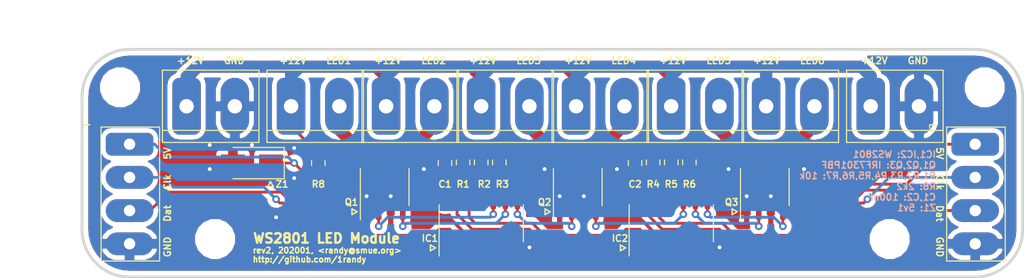
<source format=kicad_pcb>
(kicad_pcb (version 20171130) (host pcbnew "(5.0.1-3-g963ef8bb5)")

  (general
    (thickness 1.6)
    (drawings 20)
    (tracks 263)
    (zones 0)
    (modules 29)
    (nets 22)
  )

  (page A4)
  (layers
    (0 F.Cu signal)
    (31 B.Cu signal hide)
    (32 B.Adhes user hide)
    (33 F.Adhes user hide)
    (34 B.Paste user hide)
    (35 F.Paste user hide)
    (36 B.SilkS user)
    (37 F.SilkS user)
    (38 B.Mask user hide)
    (39 F.Mask user hide)
    (40 Dwgs.User user hide)
    (41 Cmts.User user hide)
    (42 Eco1.User user)
    (43 Eco2.User user hide)
    (44 Edge.Cuts user)
    (45 Margin user hide)
    (46 B.CrtYd user hide)
    (47 F.CrtYd user hide)
    (48 B.Fab user hide)
    (49 F.Fab user hide)
  )

  (setup
    (last_trace_width 0.3)
    (trace_clearance 0.2)
    (zone_clearance 0.508)
    (zone_45_only no)
    (trace_min 0.2)
    (segment_width 0.2)
    (edge_width 0.3)
    (via_size 0.8)
    (via_drill 0.4)
    (via_min_size 0.4)
    (via_min_drill 0.3)
    (uvia_size 0.3)
    (uvia_drill 0.1)
    (uvias_allowed no)
    (uvia_min_size 0.2)
    (uvia_min_drill 0.1)
    (pcb_text_width 0.3)
    (pcb_text_size 1.5 1.5)
    (mod_edge_width 0.15)
    (mod_text_size 1 1)
    (mod_text_width 0.15)
    (pad_size 1.5 1.5)
    (pad_drill 0.6)
    (pad_to_mask_clearance 0)
    (solder_mask_min_width 0.25)
    (aux_axis_origin 0 0)
    (visible_elements FFFFFF7F)
    (pcbplotparams
      (layerselection 0x010fc_ffffffff)
      (usegerberextensions false)
      (usegerberattributes false)
      (usegerberadvancedattributes false)
      (creategerberjobfile false)
      (excludeedgelayer true)
      (linewidth 0.100000)
      (plotframeref false)
      (viasonmask false)
      (mode 1)
      (useauxorigin false)
      (hpglpennumber 1)
      (hpglpenspeed 20)
      (hpglpendiameter 15.000000)
      (psnegative false)
      (psa4output false)
      (plotreference true)
      (plotvalue true)
      (plotinvisibletext false)
      (padsonsilk false)
      (subtractmaskfromsilk false)
      (outputformat 1)
      (mirror false)
      (drillshape 0)
      (scaleselection 1)
      (outputdirectory "gerber/"))
  )

  (net 0 "")
  (net 1 GND)
  (net 2 /Clock_In)
  (net 3 /Data_In)
  (net 4 /LED3)
  (net 5 /LED2)
  (net 6 /LED1)
  (net 7 "Net-(IC1-Pad12)")
  (net 8 "Net-(IC1-Pad13)")
  (net 9 /LED4)
  (net 10 /LED5)
  (net 11 /LED6)
  (net 12 +12V)
  (net 13 "Net-(J2-Pad2)")
  (net 14 "Net-(J3-Pad2)")
  (net 15 "Net-(J4-Pad2)")
  (net 16 "Net-(J5-Pad2)")
  (net 17 "Net-(J6-Pad2)")
  (net 18 "Net-(J7-Pad2)")
  (net 19 /Vcc)
  (net 20 /Clock_Out)
  (net 21 /Data_Out)

  (net_class Default "This is the default net class."
    (clearance 0.2)
    (trace_width 0.3)
    (via_dia 0.8)
    (via_drill 0.4)
    (uvia_dia 0.3)
    (uvia_drill 0.1)
    (add_net /Clock_In)
    (add_net /Clock_Out)
    (add_net /Data_In)
    (add_net /Data_Out)
    (add_net /LED1)
    (add_net /LED2)
    (add_net /LED3)
    (add_net /LED4)
    (add_net /LED5)
    (add_net /LED6)
    (add_net /Vcc)
    (add_net "Net-(IC1-Pad12)")
    (add_net "Net-(IC1-Pad13)")
  )

  (net_class 16mil ""
    (clearance 0.2)
    (trace_width 0.4064)
    (via_dia 0.8)
    (via_drill 0.4)
    (uvia_dia 0.3)
    (uvia_drill 0.1)
  )

  (net_class 32mil ""
    (clearance 0.4)
    (trace_width 0.8128)
    (via_dia 0.8)
    (via_drill 0.4)
    (uvia_dia 0.3)
    (uvia_drill 0.1)
  )

  (net_class 50mil ""
    (clearance 0.5)
    (trace_width 1.27)
    (via_dia 0.8)
    (via_drill 0.4)
    (uvia_dia 0.3)
    (uvia_drill 0.1)
    (add_net +12V)
    (add_net GND)
    (add_net "Net-(J2-Pad2)")
    (add_net "Net-(J3-Pad2)")
    (add_net "Net-(J4-Pad2)")
    (add_net "Net-(J5-Pad2)")
    (add_net "Net-(J6-Pad2)")
    (add_net "Net-(J7-Pad2)")
  )

  (net_class 60mil ""
    (clearance 0.5)
    (trace_width 1.524)
    (via_dia 0.8)
    (via_drill 0.4)
    (uvia_dia 0.3)
    (uvia_drill 0.1)
  )

  (module TerminalBlock_longpads:TerminalBlock_Phoenix_PT-1,5-4-3.5-H_1x04_P3.50mm_Horizontal (layer F.Cu) (tedit 5E178667) (tstamp 5E24B565)
    (at 170 45 270)
    (descr "Terminal Block Phoenix PT-1,5-4-3.5-H, 4 pins, pitch 3.5mm, size 14x7.6mm^2, drill diamater 1.2mm, pad diameter 2.4mm, see , script-generated using https://github.com/pointhi/kicad-footprint-generator/scripts/TerminalBlock_Phoenix")
    (tags "THT Terminal Block Phoenix PT-1,5-4-3.5-H pitch 3.5mm size 14x7.6mm^2 drill 1.2mm pad 2.4mm")
    (path /5DE92CB8)
    (fp_text reference "GND   Dat   Clk   5V" (at 6.1175 -3.99 90 unlocked) (layer F.SilkS)
      (effects (font (size 0.7 0.7) (thickness 0.15)))
    )
    (fp_text value Conn_01x04_Male (at 5.25 5.56 270) (layer F.Fab)
      (effects (font (size 1 1) (thickness 0.15)))
    )
    (fp_text user %R (at 5.25 2.4 270) (layer F.Fab)
      (effects (font (size 1 1) (thickness 0.15)))
    )
    (fp_line (start 12.75 -3.6) (end -2.25 -3.6) (layer F.CrtYd) (width 0.05))
    (fp_line (start 12.7254 3.302) (end 12.75 -3.6) (layer F.CrtYd) (width 0.05))
    (fp_line (start -2.2606 3.302) (end 12.7508 3.3274) (layer F.CrtYd) (width 0.05))
    (fp_line (start -2.25 -3.6) (end -2.2606 3.302) (layer F.CrtYd) (width 0.05))
    (fp_line (start -2.05 4.8) (end -1.65 4.8) (layer F.SilkS) (width 0.12))
    (fp_line (start -2.05 4.16) (end -2.05 4.8) (layer F.SilkS) (width 0.12))
    (fp_line (start 11.455 -1.138) (end 9.363 0.955) (layer F.Fab) (width 0.1))
    (fp_line (start 11.638 -0.955) (end 9.546 1.138) (layer F.Fab) (width 0.1))
    (fp_line (start 7.955 -1.138) (end 5.863 0.955) (layer F.Fab) (width 0.1))
    (fp_line (start 8.138 -0.955) (end 6.046 1.138) (layer F.Fab) (width 0.1))
    (fp_line (start 4.455 -1.138) (end 2.363 0.955) (layer F.Fab) (width 0.1))
    (fp_line (start 4.638 -0.955) (end 2.546 1.138) (layer F.Fab) (width 0.1))
    (fp_line (start 0.955 -1.138) (end -1.138 0.955) (layer F.Fab) (width 0.1))
    (fp_line (start 1.138 -0.955) (end -0.955 1.138) (layer F.Fab) (width 0.1))
    (fp_line (start 12.31 -3.16) (end 12.319 2.9972) (layer F.SilkS) (width 0.12))
    (fp_line (start -1.8034 -3.1496) (end -1.81 3) (layer F.SilkS) (width 0.12))
    (fp_line (start -1.81 -3.16) (end 12.31 -3.16) (layer F.SilkS) (width 0.12))
    (fp_line (start -1.81 3) (end 12.31 3) (layer F.SilkS) (width 0.12))
    (fp_line (start -1.7526 2.9972) (end 12.25 3) (layer F.Fab) (width 0.1))
    (fp_line (start -1.7526 2.9972) (end -1.75 -3.1) (layer F.Fab) (width 0.1))
    (fp_line (start 12.25 -3.1) (end 12.2682 3.0226) (layer F.Fab) (width 0.1))
    (fp_line (start -1.75 -3.1) (end 12.25 -3.1) (layer F.Fab) (width 0.1))
    (pad 4 thru_hole oval (at 10.5 0 270) (size 2.4 5) (drill 1.2) (layers *.Cu *.Mask)
      (net 1 GND))
    (pad 3 thru_hole oval (at 7 0 270) (size 2.4 5) (drill 1.2) (layers *.Cu *.Mask)
      (net 3 /Data_In))
    (pad 2 thru_hole oval (at 3.5 0 270) (size 2.4 5) (drill 1.2) (layers *.Cu *.Mask)
      (net 2 /Clock_In))
    (pad 1 thru_hole roundrect (at 0 0 270) (size 2.4 5) (drill 1.2) (layers *.Cu *.Mask) (roundrect_rratio 0.25)
      (net 19 /Vcc))
    (model ${KISYS3DMOD}/TerminalBlock_Phoenix.3dshapes/TerminalBlock_Phoenix_PT-1,5-4-3.5-H_1x04_P3.50mm_Horizontal.wrl
      (at (xyz 0 0 0))
      (scale (xyz 1 1 1))
      (rotate (xyz 0 0 0))
    )
  )

  (module TerminalBlock_longpads:TerminalBlock_Phoenix_PT-1,5-4-3.5-H_1x04_P3.50mm_Horizontal (layer F.Cu) (tedit 5E178674) (tstamp 5E240F20)
    (at 259 45 270)
    (descr "Terminal Block Phoenix PT-1,5-4-3.5-H, 4 pins, pitch 3.5mm, size 14x7.6mm^2, drill diamater 1.2mm, pad diameter 2.4mm, see , script-generated using https://github.com/pointhi/kicad-footprint-generator/scripts/TerminalBlock_Phoenix")
    (tags "THT Terminal Block Phoenix PT-1,5-4-3.5-H pitch 3.5mm size 14x7.6mm^2 drill 1.2mm pad 2.4mm")
    (path /5E1F0652)
    (fp_text reference "5V   Clk   Dat   GND" (at 6.1175 3.73 270 unlocked) (layer F.SilkS)
      (effects (font (size 0.7 0.7) (thickness 0.15)))
    )
    (fp_text value Conn_01x04_Male (at 4.8768 5.1562 270) (layer F.Fab)
      (effects (font (size 1 1) (thickness 0.15)))
    )
    (fp_text user %R (at 5.25 2.4 270) (layer F.Fab)
      (effects (font (size 1 1) (thickness 0.15)))
    )
    (fp_line (start 12.75 -3.6) (end -2.25 -3.6) (layer F.CrtYd) (width 0.05))
    (fp_line (start 12.7254 3.302) (end 12.75 -3.6) (layer F.CrtYd) (width 0.05))
    (fp_line (start -2.2606 3.302) (end 12.7508 3.3274) (layer F.CrtYd) (width 0.05))
    (fp_line (start -2.25 -3.6) (end -2.2606 3.302) (layer F.CrtYd) (width 0.05))
    (fp_line (start -2.05 4.8) (end -1.65 4.8) (layer F.SilkS) (width 0.12))
    (fp_line (start -2.05 4.16) (end -2.05 4.8) (layer F.SilkS) (width 0.12))
    (fp_line (start 11.455 -1.138) (end 9.363 0.955) (layer F.Fab) (width 0.1))
    (fp_line (start 11.638 -0.955) (end 9.546 1.138) (layer F.Fab) (width 0.1))
    (fp_line (start 7.955 -1.138) (end 5.863 0.955) (layer F.Fab) (width 0.1))
    (fp_line (start 8.138 -0.955) (end 6.046 1.138) (layer F.Fab) (width 0.1))
    (fp_line (start 4.455 -1.138) (end 2.363 0.955) (layer F.Fab) (width 0.1))
    (fp_line (start 4.638 -0.955) (end 2.546 1.138) (layer F.Fab) (width 0.1))
    (fp_line (start 0.955 -1.138) (end -1.138 0.955) (layer F.Fab) (width 0.1))
    (fp_line (start 1.138 -0.955) (end -0.955 1.138) (layer F.Fab) (width 0.1))
    (fp_line (start 12.31 -3.16) (end 12.319 2.9972) (layer F.SilkS) (width 0.12))
    (fp_line (start -1.8034 -3.1496) (end -1.81 3) (layer F.SilkS) (width 0.12))
    (fp_line (start -1.81 -3.16) (end 12.31 -3.16) (layer F.SilkS) (width 0.12))
    (fp_line (start -1.81 3) (end 12.31 3) (layer F.SilkS) (width 0.12))
    (fp_line (start -1.7526 2.9972) (end 12.25 3) (layer F.Fab) (width 0.1))
    (fp_line (start -1.7526 2.9972) (end -1.75 -3.1) (layer F.Fab) (width 0.1))
    (fp_line (start 12.25 -3.1) (end 12.2682 3.0226) (layer F.Fab) (width 0.1))
    (fp_line (start -1.75 -3.1) (end 12.25 -3.1) (layer F.Fab) (width 0.1))
    (pad 4 thru_hole oval (at 10.5 0 270) (size 2.4 5) (drill 1.2) (layers *.Cu *.Mask)
      (net 1 GND))
    (pad 3 thru_hole oval (at 7 0 270) (size 2.4 5) (drill 1.2) (layers *.Cu *.Mask)
      (net 21 /Data_Out))
    (pad 2 thru_hole oval (at 3.5 0 270) (size 2.4 5) (drill 1.2) (layers *.Cu *.Mask)
      (net 20 /Clock_Out))
    (pad 1 thru_hole roundrect (at 0 0 270) (size 2.4 5) (drill 1.2) (layers *.Cu *.Mask) (roundrect_rratio 0.25)
      (net 19 /Vcc))
    (model ${KISYS3DMOD}/TerminalBlock_Phoenix.3dshapes/TerminalBlock_Phoenix_PT-1,5-4-3.5-H_1x04_P3.50mm_Horizontal.wrl
      (at (xyz 0 0 0))
      (scale (xyz 1 1 1))
      (rotate (xyz 0 0 0))
    )
  )

  (module MountingHole:MountingHole_3.2mm_M3 (layer F.Cu) (tedit 5E178045) (tstamp 5E31F8CD)
    (at 250 55)
    (descr "Mounting Hole 3.2mm, no annular, M3")
    (tags "mounting hole 3.2mm no annular m3")
    (path /5D753F4F)
    (attr virtual)
    (fp_text reference H4 (at 4.635 9.135) (layer F.SilkS) hide
      (effects (font (size 1 1) (thickness 0.15)))
    )
    (fp_text value MountingHole (at 0 4.2) (layer F.Fab)
      (effects (font (size 1 1) (thickness 0.15)))
    )
    (fp_circle (center 0 0) (end 3.45 0) (layer F.CrtYd) (width 0.05))
    (fp_circle (center 0 0) (end 3.2 0) (layer Cmts.User) (width 0.15))
    (fp_text user %R (at 0.3 0) (layer F.Fab)
      (effects (font (size 1 1) (thickness 0.15)))
    )
    (pad 1 np_thru_hole circle (at 0 0) (size 3.2 3.2) (drill 3.2) (layers *.Cu *.Mask))
  )

  (module Package_SO:SOIC-8_3.9x4.9mm_P1.27mm (layer F.Cu) (tedit 5E178705) (tstamp 5E2495C3)
    (at 196.85 49.53 90)
    (descr "SOIC, 8 Pin (JEDEC MS-012AA, https://www.analog.com/media/en/package-pcb-resources/package/pkg_pdf/soic_narrow-r/r_8.pdf), generated with kicad-footprint-generator ipc_gullwing_generator.py")
    (tags "SOIC SO")
    (path /5E162F33)
    (attr smd)
    (fp_text reference Q1 (at -1.5875 -3.4925 180) (layer F.SilkS)
      (effects (font (size 0.7 0.7) (thickness 0.15)))
    )
    (fp_text value IRF7301PBF (at 0 3.4 90) (layer F.Fab)
      (effects (font (size 1 1) (thickness 0.15)))
    )
    (fp_line (start 0 2.56) (end 1.95 2.56) (layer F.SilkS) (width 0.12))
    (fp_line (start 0 2.56) (end -1.95 2.56) (layer F.SilkS) (width 0.12))
    (fp_line (start 0 -2.56) (end 1.95 -2.56) (layer F.SilkS) (width 0.12))
    (fp_line (start 0 -2.56) (end -3.45 -2.56) (layer F.SilkS) (width 0.12))
    (fp_line (start -0.975 -2.45) (end 1.95 -2.45) (layer F.Fab) (width 0.1))
    (fp_line (start 1.95 -2.45) (end 1.95 2.45) (layer F.Fab) (width 0.1))
    (fp_line (start 1.95 2.45) (end -1.95 2.45) (layer F.Fab) (width 0.1))
    (fp_line (start -1.95 2.45) (end -1.95 -1.475) (layer F.Fab) (width 0.1))
    (fp_line (start -1.95 -1.475) (end -0.975 -2.45) (layer F.Fab) (width 0.1))
    (fp_line (start -3.7 -2.7) (end -3.7 2.7) (layer F.CrtYd) (width 0.05))
    (fp_line (start -3.7 2.7) (end 3.7 2.7) (layer F.CrtYd) (width 0.05))
    (fp_line (start 3.7 2.7) (end 3.7 -2.7) (layer F.CrtYd) (width 0.05))
    (fp_line (start 3.7 -2.7) (end -3.7 -2.7) (layer F.CrtYd) (width 0.05))
    (fp_text user %R (at 0 0 90) (layer F.Fab)
      (effects (font (size 0.98 0.98) (thickness 0.15)))
    )
    (pad 1 smd roundrect (at -2.475 -1.905 90) (size 1.95 0.6) (layers F.Cu F.Paste F.Mask) (roundrect_rratio 0.25)
      (net 1 GND))
    (pad 2 smd roundrect (at -2.475 -0.635 90) (size 1.95 0.6) (layers F.Cu F.Paste F.Mask) (roundrect_rratio 0.25)
      (net 6 /LED1))
    (pad 3 smd roundrect (at -2.475 0.635 90) (size 1.95 0.6) (layers F.Cu F.Paste F.Mask) (roundrect_rratio 0.25)
      (net 1 GND))
    (pad 4 smd roundrect (at -2.475 1.905 90) (size 1.95 0.6) (layers F.Cu F.Paste F.Mask) (roundrect_rratio 0.25)
      (net 5 /LED2))
    (pad 5 smd roundrect (at 2.475 1.905 90) (size 1.95 0.6) (layers F.Cu F.Paste F.Mask) (roundrect_rratio 0.25)
      (net 14 "Net-(J3-Pad2)"))
    (pad 6 smd roundrect (at 2.475 0.635 90) (size 1.95 0.6) (layers F.Cu F.Paste F.Mask) (roundrect_rratio 0.25)
      (net 14 "Net-(J3-Pad2)"))
    (pad 7 smd roundrect (at 2.475 -0.635 90) (size 1.95 0.6) (layers F.Cu F.Paste F.Mask) (roundrect_rratio 0.25)
      (net 13 "Net-(J2-Pad2)"))
    (pad 8 smd roundrect (at 2.475 -1.905 90) (size 1.95 0.6) (layers F.Cu F.Paste F.Mask) (roundrect_rratio 0.25)
      (net 13 "Net-(J2-Pad2)"))
    (model ${KISYS3DMOD}/Package_SO.3dshapes/SOIC-8_3.9x4.9mm_P1.27mm.wrl
      (at (xyz 0 0 0))
      (scale (xyz 1 1 1))
      (rotate (xyz 0 0 0))
    )
  )

  (module Package_SO:SOIC-14_3.9x8.7mm_P1.27mm (layer F.Cu) (tedit 5E178701) (tstamp 5E24219E)
    (at 207.01 53.34 90)
    (descr "SOIC, 14 Pin (JEDEC MS-012AB, https://www.analog.com/media/en/package-pcb-resources/package/pkg_pdf/soic_narrow-r/r_14.pdf), generated with kicad-footprint-generator ipc_gullwing_generator.py")
    (tags "SOIC SO")
    (path /5D65015F)
    (attr smd)
    (fp_text reference IC1 (at -1.5875 -5.3975 180) (layer F.SilkS)
      (effects (font (size 0.7 0.7) (thickness 0.15)))
    )
    (fp_text value WS2801 (at 0 5.28 90) (layer F.Fab)
      (effects (font (size 1 1) (thickness 0.15)))
    )
    (fp_line (start 0 4.435) (end 1.95 4.435) (layer F.SilkS) (width 0.12))
    (fp_line (start 0 4.435) (end -1.95 4.435) (layer F.SilkS) (width 0.12))
    (fp_line (start 0 -4.435) (end 1.95 -4.435) (layer F.SilkS) (width 0.12))
    (fp_line (start 0 -4.435) (end -3.45 -4.435) (layer F.SilkS) (width 0.12))
    (fp_line (start -0.975 -4.325) (end 1.95 -4.325) (layer F.Fab) (width 0.1))
    (fp_line (start 1.95 -4.325) (end 1.95 4.325) (layer F.Fab) (width 0.1))
    (fp_line (start 1.95 4.325) (end -1.95 4.325) (layer F.Fab) (width 0.1))
    (fp_line (start -1.95 4.325) (end -1.95 -3.35) (layer F.Fab) (width 0.1))
    (fp_line (start -1.95 -3.35) (end -0.975 -4.325) (layer F.Fab) (width 0.1))
    (fp_line (start -3.7 -4.58) (end -3.7 4.58) (layer F.CrtYd) (width 0.05))
    (fp_line (start -3.7 4.58) (end 3.7 4.58) (layer F.CrtYd) (width 0.05))
    (fp_line (start 3.7 4.58) (end 3.7 -4.58) (layer F.CrtYd) (width 0.05))
    (fp_line (start 3.7 -4.58) (end -3.7 -4.58) (layer F.CrtYd) (width 0.05))
    (fp_text user %R (at 0 0 90) (layer F.Fab)
      (effects (font (size 0.98 0.98) (thickness 0.15)))
    )
    (pad 1 smd roundrect (at -2.475 -3.81 90) (size 1.95 0.6) (layers F.Cu F.Paste F.Mask) (roundrect_rratio 0.25)
      (net 2 /Clock_In))
    (pad 2 smd roundrect (at -2.475 -2.54 90) (size 1.95 0.6) (layers F.Cu F.Paste F.Mask) (roundrect_rratio 0.25)
      (net 3 /Data_In))
    (pad 3 smd roundrect (at -2.475 -1.27 90) (size 1.95 0.6) (layers F.Cu F.Paste F.Mask) (roundrect_rratio 0.25)
      (net 1 GND))
    (pad 4 smd roundrect (at -2.475 0 90) (size 1.95 0.6) (layers F.Cu F.Paste F.Mask) (roundrect_rratio 0.25)
      (net 1 GND))
    (pad 5 smd roundrect (at -2.475 1.27 90) (size 1.95 0.6) (layers F.Cu F.Paste F.Mask) (roundrect_rratio 0.25)
      (net 1 GND))
    (pad 6 smd roundrect (at -2.475 2.54 90) (size 1.95 0.6) (layers F.Cu F.Paste F.Mask) (roundrect_rratio 0.25)
      (net 1 GND))
    (pad 7 smd roundrect (at -2.475 3.81 90) (size 1.95 0.6) (layers F.Cu F.Paste F.Mask) (roundrect_rratio 0.25)
      (net 1 GND))
    (pad 8 smd roundrect (at 2.475 3.81 90) (size 1.95 0.6) (layers F.Cu F.Paste F.Mask) (roundrect_rratio 0.25)
      (net 4 /LED3))
    (pad 9 smd roundrect (at 2.475 2.54 90) (size 1.95 0.6) (layers F.Cu F.Paste F.Mask) (roundrect_rratio 0.25)
      (net 5 /LED2))
    (pad 10 smd roundrect (at 2.475 1.27 90) (size 1.95 0.6) (layers F.Cu F.Paste F.Mask) (roundrect_rratio 0.25)
      (net 6 /LED1))
    (pad 11 smd roundrect (at 2.475 0 90) (size 1.95 0.6) (layers F.Cu F.Paste F.Mask) (roundrect_rratio 0.25))
    (pad 12 smd roundrect (at 2.475 -1.27 90) (size 1.95 0.6) (layers F.Cu F.Paste F.Mask) (roundrect_rratio 0.25)
      (net 7 "Net-(IC1-Pad12)"))
    (pad 13 smd roundrect (at 2.475 -2.54 90) (size 1.95 0.6) (layers F.Cu F.Paste F.Mask) (roundrect_rratio 0.25)
      (net 8 "Net-(IC1-Pad13)"))
    (pad 14 smd roundrect (at 2.475 -3.81 90) (size 1.95 0.6) (layers F.Cu F.Paste F.Mask) (roundrect_rratio 0.25)
      (net 19 /Vcc))
    (model ${KISYS3DMOD}/Package_SO.3dshapes/SOIC-14_3.9x8.7mm_P1.27mm.wrl
      (at (xyz 0 0 0))
      (scale (xyz 1 1 1))
      (rotate (xyz 0 0 0))
    )
  )

  (module Package_SO:SOIC-8_3.9x4.9mm_P1.27mm (layer F.Cu) (tedit 5E178735) (tstamp 5E2498E8)
    (at 236.855 49.53 90)
    (descr "SOIC, 8 Pin (JEDEC MS-012AA, https://www.analog.com/media/en/package-pcb-resources/package/pkg_pdf/soic_narrow-r/r_8.pdf), generated with kicad-footprint-generator ipc_gullwing_generator.py")
    (tags "SOIC SO")
    (path /5E1A446F)
    (attr smd)
    (fp_text reference Q3 (at -1.5875 -3.4925 180) (layer F.SilkS)
      (effects (font (size 0.7 0.7) (thickness 0.15)))
    )
    (fp_text value IRF7301PBF (at 0 3.4 90) (layer F.Fab)
      (effects (font (size 1 1) (thickness 0.15)))
    )
    (fp_line (start 0 2.56) (end 1.95 2.56) (layer F.SilkS) (width 0.12))
    (fp_line (start 0 2.56) (end -1.95 2.56) (layer F.SilkS) (width 0.12))
    (fp_line (start 0 -2.56) (end 1.95 -2.56) (layer F.SilkS) (width 0.12))
    (fp_line (start 0 -2.56) (end -3.45 -2.56) (layer F.SilkS) (width 0.12))
    (fp_line (start -0.975 -2.45) (end 1.95 -2.45) (layer F.Fab) (width 0.1))
    (fp_line (start 1.95 -2.45) (end 1.95 2.45) (layer F.Fab) (width 0.1))
    (fp_line (start 1.95 2.45) (end -1.95 2.45) (layer F.Fab) (width 0.1))
    (fp_line (start -1.95 2.45) (end -1.95 -1.475) (layer F.Fab) (width 0.1))
    (fp_line (start -1.95 -1.475) (end -0.975 -2.45) (layer F.Fab) (width 0.1))
    (fp_line (start -3.7 -2.7) (end -3.7 2.7) (layer F.CrtYd) (width 0.05))
    (fp_line (start -3.7 2.7) (end 3.7 2.7) (layer F.CrtYd) (width 0.05))
    (fp_line (start 3.7 2.7) (end 3.7 -2.7) (layer F.CrtYd) (width 0.05))
    (fp_line (start 3.7 -2.7) (end -3.7 -2.7) (layer F.CrtYd) (width 0.05))
    (fp_text user %R (at 0 0 90) (layer F.Fab)
      (effects (font (size 0.98 0.98) (thickness 0.15)))
    )
    (pad 1 smd roundrect (at -2.475 -1.905 90) (size 1.95 0.6) (layers F.Cu F.Paste F.Mask) (roundrect_rratio 0.25)
      (net 1 GND))
    (pad 2 smd roundrect (at -2.475 -0.635 90) (size 1.95 0.6) (layers F.Cu F.Paste F.Mask) (roundrect_rratio 0.25)
      (net 10 /LED5))
    (pad 3 smd roundrect (at -2.475 0.635 90) (size 1.95 0.6) (layers F.Cu F.Paste F.Mask) (roundrect_rratio 0.25)
      (net 1 GND))
    (pad 4 smd roundrect (at -2.475 1.905 90) (size 1.95 0.6) (layers F.Cu F.Paste F.Mask) (roundrect_rratio 0.25)
      (net 11 /LED6))
    (pad 5 smd roundrect (at 2.475 1.905 90) (size 1.95 0.6) (layers F.Cu F.Paste F.Mask) (roundrect_rratio 0.25)
      (net 18 "Net-(J7-Pad2)"))
    (pad 6 smd roundrect (at 2.475 0.635 90) (size 1.95 0.6) (layers F.Cu F.Paste F.Mask) (roundrect_rratio 0.25)
      (net 18 "Net-(J7-Pad2)"))
    (pad 7 smd roundrect (at 2.475 -0.635 90) (size 1.95 0.6) (layers F.Cu F.Paste F.Mask) (roundrect_rratio 0.25)
      (net 17 "Net-(J6-Pad2)"))
    (pad 8 smd roundrect (at 2.475 -1.905 90) (size 1.95 0.6) (layers F.Cu F.Paste F.Mask) (roundrect_rratio 0.25)
      (net 17 "Net-(J6-Pad2)"))
    (model ${KISYS3DMOD}/Package_SO.3dshapes/SOIC-8_3.9x4.9mm_P1.27mm.wrl
      (at (xyz 0 0 0))
      (scale (xyz 1 1 1))
      (rotate (xyz 0 0 0))
    )
  )

  (module Package_SO:SOIC-14_3.9x8.7mm_P1.27mm (layer F.Cu) (tedit 5E178718) (tstamp 5E3299E1)
    (at 227.0125 53.34 90)
    (descr "SOIC, 14 Pin (JEDEC MS-012AB, https://www.analog.com/media/en/package-pcb-resources/package/pkg_pdf/soic_narrow-r/r_14.pdf), generated with kicad-footprint-generator ipc_gullwing_generator.py")
    (tags "SOIC SO")
    (path /5DE8E441)
    (attr smd)
    (fp_text reference IC2 (at -1.5875 -5.3975 180) (layer F.SilkS)
      (effects (font (size 0.7 0.7) (thickness 0.15)))
    )
    (fp_text value WS2801 (at 0 5.28 90) (layer F.Fab)
      (effects (font (size 1 1) (thickness 0.15)))
    )
    (fp_text user %R (at 0 0 90) (layer F.Fab)
      (effects (font (size 0.98 0.98) (thickness 0.15)))
    )
    (fp_line (start 3.7 -4.58) (end -3.7 -4.58) (layer F.CrtYd) (width 0.05))
    (fp_line (start 3.7 4.58) (end 3.7 -4.58) (layer F.CrtYd) (width 0.05))
    (fp_line (start -3.7 4.58) (end 3.7 4.58) (layer F.CrtYd) (width 0.05))
    (fp_line (start -3.7 -4.58) (end -3.7 4.58) (layer F.CrtYd) (width 0.05))
    (fp_line (start -1.95 -3.35) (end -0.975 -4.325) (layer F.Fab) (width 0.1))
    (fp_line (start -1.95 4.325) (end -1.95 -3.35) (layer F.Fab) (width 0.1))
    (fp_line (start 1.95 4.325) (end -1.95 4.325) (layer F.Fab) (width 0.1))
    (fp_line (start 1.95 -4.325) (end 1.95 4.325) (layer F.Fab) (width 0.1))
    (fp_line (start -0.975 -4.325) (end 1.95 -4.325) (layer F.Fab) (width 0.1))
    (fp_line (start 0 -4.435) (end -3.45 -4.435) (layer F.SilkS) (width 0.12))
    (fp_line (start 0 -4.435) (end 1.95 -4.435) (layer F.SilkS) (width 0.12))
    (fp_line (start 0 4.435) (end -1.95 4.435) (layer F.SilkS) (width 0.12))
    (fp_line (start 0 4.435) (end 1.95 4.435) (layer F.SilkS) (width 0.12))
    (pad 14 smd roundrect (at 2.475 -3.81 90) (size 1.95 0.6) (layers F.Cu F.Paste F.Mask) (roundrect_rratio 0.25)
      (net 19 /Vcc))
    (pad 13 smd roundrect (at 2.475 -2.54 90) (size 1.95 0.6) (layers F.Cu F.Paste F.Mask) (roundrect_rratio 0.25)
      (net 20 /Clock_Out))
    (pad 12 smd roundrect (at 2.475 -1.27 90) (size 1.95 0.6) (layers F.Cu F.Paste F.Mask) (roundrect_rratio 0.25)
      (net 21 /Data_Out))
    (pad 11 smd roundrect (at 2.475 0 90) (size 1.95 0.6) (layers F.Cu F.Paste F.Mask) (roundrect_rratio 0.25))
    (pad 10 smd roundrect (at 2.475 1.27 90) (size 1.95 0.6) (layers F.Cu F.Paste F.Mask) (roundrect_rratio 0.25)
      (net 9 /LED4))
    (pad 9 smd roundrect (at 2.475 2.54 90) (size 1.95 0.6) (layers F.Cu F.Paste F.Mask) (roundrect_rratio 0.25)
      (net 10 /LED5))
    (pad 8 smd roundrect (at 2.475 3.81 90) (size 1.95 0.6) (layers F.Cu F.Paste F.Mask) (roundrect_rratio 0.25)
      (net 11 /LED6))
    (pad 7 smd roundrect (at -2.475 3.81 90) (size 1.95 0.6) (layers F.Cu F.Paste F.Mask) (roundrect_rratio 0.25)
      (net 1 GND))
    (pad 6 smd roundrect (at -2.475 2.54 90) (size 1.95 0.6) (layers F.Cu F.Paste F.Mask) (roundrect_rratio 0.25)
      (net 1 GND))
    (pad 5 smd roundrect (at -2.475 1.27 90) (size 1.95 0.6) (layers F.Cu F.Paste F.Mask) (roundrect_rratio 0.25)
      (net 1 GND))
    (pad 4 smd roundrect (at -2.475 0 90) (size 1.95 0.6) (layers F.Cu F.Paste F.Mask) (roundrect_rratio 0.25)
      (net 1 GND))
    (pad 3 smd roundrect (at -2.475 -1.27 90) (size 1.95 0.6) (layers F.Cu F.Paste F.Mask) (roundrect_rratio 0.25)
      (net 1 GND))
    (pad 2 smd roundrect (at -2.475 -2.54 90) (size 1.95 0.6) (layers F.Cu F.Paste F.Mask) (roundrect_rratio 0.25)
      (net 7 "Net-(IC1-Pad12)"))
    (pad 1 smd roundrect (at -2.475 -3.81 90) (size 1.95 0.6) (layers F.Cu F.Paste F.Mask) (roundrect_rratio 0.25)
      (net 8 "Net-(IC1-Pad13)"))
    (model ${KISYS3DMOD}/Package_SO.3dshapes/SOIC-14_3.9x8.7mm_P1.27mm.wrl
      (at (xyz 0 0 0))
      (scale (xyz 1 1 1))
      (rotate (xyz 0 0 0))
    )
  )

  (module Capacitor_SMD:C_0805_2012Metric_Pad1.15x1.40mm_HandSolder (layer F.Cu) (tedit 5E1786F3) (tstamp 5E329A5F)
    (at 203.2 46.99 90)
    (descr "Capacitor SMD 0805 (2012 Metric), square (rectangular) end terminal, IPC_7351 nominal with elongated pad for handsoldering. (Body size source: https://docs.google.com/spreadsheets/d/1BsfQQcO9C6DZCsRaXUlFlo91Tg2WpOkGARC1WS5S8t0/edit?usp=sharing), generated with kicad-footprint-generator")
    (tags "capacitor handsolder")
    (path /5D653A5E)
    (attr smd)
    (fp_text reference C1 (at -2.2225 0 180) (layer F.SilkS)
      (effects (font (size 0.7 0.7) (thickness 0.15)))
    )
    (fp_text value 100n (at 0 1.65 90) (layer F.Fab)
      (effects (font (size 1 1) (thickness 0.15)))
    )
    (fp_line (start -1 0.6) (end -1 -0.6) (layer F.Fab) (width 0.1))
    (fp_line (start -1 -0.6) (end 1 -0.6) (layer F.Fab) (width 0.1))
    (fp_line (start 1 -0.6) (end 1 0.6) (layer F.Fab) (width 0.1))
    (fp_line (start 1 0.6) (end -1 0.6) (layer F.Fab) (width 0.1))
    (fp_line (start -0.261252 -0.71) (end 0.261252 -0.71) (layer F.SilkS) (width 0.12))
    (fp_line (start -0.261252 0.71) (end 0.261252 0.71) (layer F.SilkS) (width 0.12))
    (fp_line (start -1.85 0.95) (end -1.85 -0.95) (layer F.CrtYd) (width 0.05))
    (fp_line (start -1.85 -0.95) (end 1.85 -0.95) (layer F.CrtYd) (width 0.05))
    (fp_line (start 1.85 -0.95) (end 1.85 0.95) (layer F.CrtYd) (width 0.05))
    (fp_line (start 1.85 0.95) (end -1.85 0.95) (layer F.CrtYd) (width 0.05))
    (fp_text user %R (at 0 0 90) (layer F.Fab)
      (effects (font (size 0.5 0.5) (thickness 0.08)))
    )
    (pad 1 smd roundrect (at -1.025 0 90) (size 1.15 1.4) (layers F.Cu F.Paste F.Mask) (roundrect_rratio 0.217391)
      (net 19 /Vcc))
    (pad 2 smd roundrect (at 1.025 0 90) (size 1.15 1.4) (layers F.Cu F.Paste F.Mask) (roundrect_rratio 0.217391)
      (net 1 GND))
    (model ${KISYS3DMOD}/Capacitor_SMD.3dshapes/C_0805_2012Metric.wrl
      (at (xyz 0 0 0))
      (scale (xyz 1 1 1))
      (rotate (xyz 0 0 0))
    )
  )

  (module Diode_SMD:D_SMA (layer F.Cu) (tedit 5E17870E) (tstamp 5E2492D3)
    (at 182.88 46.99 180)
    (descr "Diode SMA (DO-214AC)")
    (tags "Diode SMA (DO-214AC)")
    (path /5D65D1AB)
    (attr smd)
    (fp_text reference Z1 (at -3.175 -2.2225) (layer F.SilkS)
      (effects (font (size 0.7 0.7) (thickness 0.15)))
    )
    (fp_text value 5v1 (at 0 2.6 180) (layer F.Fab)
      (effects (font (size 1 1) (thickness 0.15)))
    )
    (fp_text user %R (at 0 -2.5 180) (layer F.Fab)
      (effects (font (size 1 1) (thickness 0.15)))
    )
    (fp_line (start -3.4 -1.65) (end -3.4 1.65) (layer F.SilkS) (width 0.12))
    (fp_line (start 2.3 1.5) (end -2.3 1.5) (layer F.Fab) (width 0.1))
    (fp_line (start -2.3 1.5) (end -2.3 -1.5) (layer F.Fab) (width 0.1))
    (fp_line (start 2.3 -1.5) (end 2.3 1.5) (layer F.Fab) (width 0.1))
    (fp_line (start 2.3 -1.5) (end -2.3 -1.5) (layer F.Fab) (width 0.1))
    (fp_line (start -3.5 -1.75) (end 3.5 -1.75) (layer F.CrtYd) (width 0.05))
    (fp_line (start 3.5 -1.75) (end 3.5 1.75) (layer F.CrtYd) (width 0.05))
    (fp_line (start 3.5 1.75) (end -3.5 1.75) (layer F.CrtYd) (width 0.05))
    (fp_line (start -3.5 1.75) (end -3.5 -1.75) (layer F.CrtYd) (width 0.05))
    (fp_line (start -0.64944 0.00102) (end -1.55114 0.00102) (layer F.Fab) (width 0.1))
    (fp_line (start 0.50118 0.00102) (end 1.4994 0.00102) (layer F.Fab) (width 0.1))
    (fp_line (start -0.64944 -0.79908) (end -0.64944 0.80112) (layer F.Fab) (width 0.1))
    (fp_line (start 0.50118 0.75032) (end 0.50118 -0.79908) (layer F.Fab) (width 0.1))
    (fp_line (start -0.64944 0.00102) (end 0.50118 0.75032) (layer F.Fab) (width 0.1))
    (fp_line (start -0.64944 0.00102) (end 0.50118 -0.79908) (layer F.Fab) (width 0.1))
    (fp_line (start -3.4 1.65) (end 2 1.65) (layer F.SilkS) (width 0.12))
    (fp_line (start -3.4 -1.65) (end 2 -1.65) (layer F.SilkS) (width 0.12))
    (pad 1 smd rect (at -2 0 180) (size 2.5 1.8) (layers F.Cu F.Paste F.Mask)
      (net 19 /Vcc))
    (pad 2 smd rect (at 2 0 180) (size 2.5 1.8) (layers F.Cu F.Paste F.Mask)
      (net 1 GND))
    (model ${KISYS3DMOD}/Diode_SMD.3dshapes/D_SMA.wrl
      (at (xyz 0 0 0))
      (scale (xyz 1 1 1))
      (rotate (xyz 0 0 0))
    )
  )

  (module TerminalBlock_longpads:TerminalBlock_bornier-2_P5.08mm (layer F.Cu) (tedit 5E1786E2) (tstamp 5E31E9A0)
    (at 207 41)
    (descr "simple 2-pin terminal block, pitch 5.08mm, revamped version of bornier2")
    (tags "terminal block bornier2")
    (path /5E1A1D4A)
    (fp_text reference "+12V    LED3" (at 2.54 -4.805) (layer F.SilkS)
      (effects (font (size 0.7 0.7) (thickness 0.15)))
    )
    (fp_text value Conn_01x02_Male (at 2.54 5.08) (layer F.Fab)
      (effects (font (size 1 1) (thickness 0.15)))
    )
    (fp_line (start 7.79 4) (end -2.71 4) (layer F.CrtYd) (width 0.05))
    (fp_line (start 7.79 4) (end 7.79 -4) (layer F.CrtYd) (width 0.05))
    (fp_line (start -2.71 -4) (end -2.71 4) (layer F.CrtYd) (width 0.05))
    (fp_line (start -2.71 -4) (end 7.79 -4) (layer F.CrtYd) (width 0.05))
    (fp_line (start -2.54 3.81) (end 7.62 3.81) (layer F.SilkS) (width 0.12))
    (fp_line (start -2.54 -3.81) (end -2.54 3.81) (layer F.SilkS) (width 0.12))
    (fp_line (start 7.62 -3.81) (end -2.54 -3.81) (layer F.SilkS) (width 0.12))
    (fp_line (start 7.62 3.81) (end 7.62 -3.81) (layer F.SilkS) (width 0.12))
    (fp_line (start 7.62 2.54) (end -2.54 2.54) (layer F.SilkS) (width 0.12))
    (fp_line (start 7.54 -3.75) (end -2.46 -3.75) (layer F.Fab) (width 0.1))
    (fp_line (start 7.54 3.75) (end 7.54 -3.75) (layer F.Fab) (width 0.1))
    (fp_line (start -2.46 3.75) (end 7.54 3.75) (layer F.Fab) (width 0.1))
    (fp_line (start -2.46 -3.75) (end -2.46 3.75) (layer F.Fab) (width 0.1))
    (fp_line (start -2.41 2.55) (end 7.49 2.55) (layer F.Fab) (width 0.1))
    (fp_text user %R (at 2.54 0) (layer F.Fab)
      (effects (font (size 1 1) (thickness 0.15)))
    )
    (pad 2 thru_hole oval (at 5.08 0) (size 3 6) (drill 1.52) (layers *.Cu *.Mask)
      (net 15 "Net-(J4-Pad2)"))
    (pad 1 thru_hole roundrect (at 0 0) (size 3 6) (drill 1.52) (layers *.Cu *.Mask) (roundrect_rratio 0.25)
      (net 12 +12V))
    (model ${KISYS3DMOD}/TerminalBlock.3dshapes/TerminalBlock_bornier-2_P5.08mm.wrl
      (offset (xyz 2.539999961853027 0 0))
      (scale (xyz 1 1 1))
      (rotate (xyz 0 0 0))
    )
  )

  (module TerminalBlock_longpads:TerminalBlock_bornier-2_P5.08mm (layer F.Cu) (tedit 5E17869E) (tstamp 5E31F730)
    (at 197 41)
    (descr "simple 2-pin terminal block, pitch 5.08mm, revamped version of bornier2")
    (tags "terminal block bornier2")
    (path /5E18072B)
    (fp_text reference "+12V    LED2" (at 2.54 -4.805) (layer F.SilkS)
      (effects (font (size 0.7 0.7) (thickness 0.15)))
    )
    (fp_text value Conn_01x02_Male (at 2.54 5.08) (layer F.Fab)
      (effects (font (size 1 1) (thickness 0.15)))
    )
    (fp_text user %R (at 2.54 0) (layer F.Fab)
      (effects (font (size 1 1) (thickness 0.15)))
    )
    (fp_line (start -2.41 2.55) (end 7.49 2.55) (layer F.Fab) (width 0.1))
    (fp_line (start -2.46 -3.75) (end -2.46 3.75) (layer F.Fab) (width 0.1))
    (fp_line (start -2.46 3.75) (end 7.54 3.75) (layer F.Fab) (width 0.1))
    (fp_line (start 7.54 3.75) (end 7.54 -3.75) (layer F.Fab) (width 0.1))
    (fp_line (start 7.54 -3.75) (end -2.46 -3.75) (layer F.Fab) (width 0.1))
    (fp_line (start 7.62 2.54) (end -2.54 2.54) (layer F.SilkS) (width 0.12))
    (fp_line (start 7.62 3.81) (end 7.62 -3.81) (layer F.SilkS) (width 0.12))
    (fp_line (start 7.62 -3.81) (end -2.54 -3.81) (layer F.SilkS) (width 0.12))
    (fp_line (start -2.54 -3.81) (end -2.54 3.81) (layer F.SilkS) (width 0.12))
    (fp_line (start -2.54 3.81) (end 7.62 3.81) (layer F.SilkS) (width 0.12))
    (fp_line (start -2.71 -4) (end 7.79 -4) (layer F.CrtYd) (width 0.05))
    (fp_line (start -2.71 -4) (end -2.71 4) (layer F.CrtYd) (width 0.05))
    (fp_line (start 7.79 4) (end 7.79 -4) (layer F.CrtYd) (width 0.05))
    (fp_line (start 7.79 4) (end -2.71 4) (layer F.CrtYd) (width 0.05))
    (pad 1 thru_hole roundrect (at 0 0) (size 3 6) (drill 1.52) (layers *.Cu *.Mask) (roundrect_rratio 0.25)
      (net 12 +12V))
    (pad 2 thru_hole oval (at 5.08 0) (size 3 6) (drill 1.52) (layers *.Cu *.Mask)
      (net 14 "Net-(J3-Pad2)"))
    (model ${KISYS3DMOD}/TerminalBlock.3dshapes/TerminalBlock_bornier-2_P5.08mm.wrl
      (offset (xyz 2.539999961853027 0 0))
      (scale (xyz 1 1 1))
      (rotate (xyz 0 0 0))
    )
  )

  (module Resistor_SMD:R_0805_2012Metric_Pad1.15x1.40mm_HandSolder (layer F.Cu) (tedit 5E178724) (tstamp 5E246393)
    (at 225.1075 46.9175 90)
    (descr "Resistor SMD 0805 (2012 Metric), square (rectangular) end terminal, IPC_7351 nominal with elongated pad for handsoldering. (Body size source: https://docs.google.com/spreadsheets/d/1BsfQQcO9C6DZCsRaXUlFlo91Tg2WpOkGARC1WS5S8t0/edit?usp=sharing), generated with kicad-footprint-generator")
    (tags "resistor handsolder")
    (path /5E1A1D51)
    (attr smd)
    (fp_text reference R4 (at -2.295 0 180) (layer F.SilkS)
      (effects (font (size 0.7 0.7) (thickness 0.15)))
    )
    (fp_text value 10k (at 0 1.65 90) (layer F.Fab)
      (effects (font (size 1 1) (thickness 0.15)))
    )
    (fp_line (start -1 0.6) (end -1 -0.6) (layer F.Fab) (width 0.1))
    (fp_line (start -1 -0.6) (end 1 -0.6) (layer F.Fab) (width 0.1))
    (fp_line (start 1 -0.6) (end 1 0.6) (layer F.Fab) (width 0.1))
    (fp_line (start 1 0.6) (end -1 0.6) (layer F.Fab) (width 0.1))
    (fp_line (start -0.261252 -0.71) (end 0.261252 -0.71) (layer F.SilkS) (width 0.12))
    (fp_line (start -0.261252 0.71) (end 0.261252 0.71) (layer F.SilkS) (width 0.12))
    (fp_line (start -1.85 0.95) (end -1.85 -0.95) (layer F.CrtYd) (width 0.05))
    (fp_line (start -1.85 -0.95) (end 1.85 -0.95) (layer F.CrtYd) (width 0.05))
    (fp_line (start 1.85 -0.95) (end 1.85 0.95) (layer F.CrtYd) (width 0.05))
    (fp_line (start 1.85 0.95) (end -1.85 0.95) (layer F.CrtYd) (width 0.05))
    (fp_text user %R (at 0 0 270) (layer F.Fab)
      (effects (font (size 0.5 0.5) (thickness 0.08)))
    )
    (pad 1 smd roundrect (at -1.025 0 90) (size 1.15 1.4) (layers F.Cu F.Paste F.Mask) (roundrect_rratio 0.217391)
      (net 9 /LED4))
    (pad 2 smd roundrect (at 1.025 0 90) (size 1.15 1.4) (layers F.Cu F.Paste F.Mask) (roundrect_rratio 0.217391)
      (net 19 /Vcc))
    (model ${KISYS3DMOD}/Resistor_SMD.3dshapes/R_0805_2012Metric.wrl
      (at (xyz 0 0 0))
      (scale (xyz 1 1 1))
      (rotate (xyz 0 0 0))
    )
  )

  (module Resistor_SMD:R_0805_2012Metric_Pad1.15x1.40mm_HandSolder (layer F.Cu) (tedit 5E178729) (tstamp 5E242BE9)
    (at 227.0125 46.9175 90)
    (descr "Resistor SMD 0805 (2012 Metric), square (rectangular) end terminal, IPC_7351 nominal with elongated pad for handsoldering. (Body size source: https://docs.google.com/spreadsheets/d/1BsfQQcO9C6DZCsRaXUlFlo91Tg2WpOkGARC1WS5S8t0/edit?usp=sharing), generated with kicad-footprint-generator")
    (tags "resistor handsolder")
    (path /5E1A447D)
    (attr smd)
    (fp_text reference R5 (at -2.295 0 180) (layer F.SilkS)
      (effects (font (size 0.7 0.7) (thickness 0.15)))
    )
    (fp_text value 10k (at 0 1.65 90) (layer F.Fab)
      (effects (font (size 1 1) (thickness 0.15)))
    )
    (fp_text user %R (at 0 0 90) (layer F.Fab)
      (effects (font (size 0.5 0.5) (thickness 0.08)))
    )
    (fp_line (start 1.85 0.95) (end -1.85 0.95) (layer F.CrtYd) (width 0.05))
    (fp_line (start 1.85 -0.95) (end 1.85 0.95) (layer F.CrtYd) (width 0.05))
    (fp_line (start -1.85 -0.95) (end 1.85 -0.95) (layer F.CrtYd) (width 0.05))
    (fp_line (start -1.85 0.95) (end -1.85 -0.95) (layer F.CrtYd) (width 0.05))
    (fp_line (start -0.261252 0.71) (end 0.261252 0.71) (layer F.SilkS) (width 0.12))
    (fp_line (start -0.261252 -0.71) (end 0.261252 -0.71) (layer F.SilkS) (width 0.12))
    (fp_line (start 1 0.6) (end -1 0.6) (layer F.Fab) (width 0.1))
    (fp_line (start 1 -0.6) (end 1 0.6) (layer F.Fab) (width 0.1))
    (fp_line (start -1 -0.6) (end 1 -0.6) (layer F.Fab) (width 0.1))
    (fp_line (start -1 0.6) (end -1 -0.6) (layer F.Fab) (width 0.1))
    (pad 2 smd roundrect (at 1.025 0 90) (size 1.15 1.4) (layers F.Cu F.Paste F.Mask) (roundrect_rratio 0.217391)
      (net 19 /Vcc))
    (pad 1 smd roundrect (at -1.025 0 90) (size 1.15 1.4) (layers F.Cu F.Paste F.Mask) (roundrect_rratio 0.217391)
      (net 10 /LED5))
    (model ${KISYS3DMOD}/Resistor_SMD.3dshapes/R_0805_2012Metric.wrl
      (at (xyz 0 0 0))
      (scale (xyz 1 1 1))
      (rotate (xyz 0 0 0))
    )
  )

  (module Resistor_SMD:R_0805_2012Metric_Pad1.15x1.40mm_HandSolder (layer F.Cu) (tedit 5E17872F) (tstamp 5E242AE5)
    (at 228.9175 46.9175 90)
    (descr "Resistor SMD 0805 (2012 Metric), square (rectangular) end terminal, IPC_7351 nominal with elongated pad for handsoldering. (Body size source: https://docs.google.com/spreadsheets/d/1BsfQQcO9C6DZCsRaXUlFlo91Tg2WpOkGARC1WS5S8t0/edit?usp=sharing), generated with kicad-footprint-generator")
    (tags "resistor handsolder")
    (path /5E1A44AA)
    (attr smd)
    (fp_text reference R6 (at -2.295 0 180) (layer F.SilkS)
      (effects (font (size 0.7 0.7) (thickness 0.15)))
    )
    (fp_text value 10k (at 0 1.65 90) (layer F.Fab)
      (effects (font (size 1 1) (thickness 0.15)))
    )
    (fp_line (start -1 0.6) (end -1 -0.6) (layer F.Fab) (width 0.1))
    (fp_line (start -1 -0.6) (end 1 -0.6) (layer F.Fab) (width 0.1))
    (fp_line (start 1 -0.6) (end 1 0.6) (layer F.Fab) (width 0.1))
    (fp_line (start 1 0.6) (end -1 0.6) (layer F.Fab) (width 0.1))
    (fp_line (start -0.261252 -0.71) (end 0.261252 -0.71) (layer F.SilkS) (width 0.12))
    (fp_line (start -0.261252 0.71) (end 0.261252 0.71) (layer F.SilkS) (width 0.12))
    (fp_line (start -1.85 0.95) (end -1.85 -0.95) (layer F.CrtYd) (width 0.05))
    (fp_line (start -1.85 -0.95) (end 1.85 -0.95) (layer F.CrtYd) (width 0.05))
    (fp_line (start 1.85 -0.95) (end 1.85 0.95) (layer F.CrtYd) (width 0.05))
    (fp_line (start 1.85 0.95) (end -1.85 0.95) (layer F.CrtYd) (width 0.05))
    (fp_text user %R (at 0 0 270) (layer F.Fab)
      (effects (font (size 0.5 0.5) (thickness 0.08)))
    )
    (pad 1 smd roundrect (at -1.025 0 90) (size 1.15 1.4) (layers F.Cu F.Paste F.Mask) (roundrect_rratio 0.217391)
      (net 11 /LED6))
    (pad 2 smd roundrect (at 1.025 0 90) (size 1.15 1.4) (layers F.Cu F.Paste F.Mask) (roundrect_rratio 0.217391)
      (net 19 /Vcc))
    (model ${KISYS3DMOD}/Resistor_SMD.3dshapes/R_0805_2012Metric.wrl
      (at (xyz 0 0 0))
      (scale (xyz 1 1 1))
      (rotate (xyz 0 0 0))
    )
  )

  (module Resistor_SMD:R_0805_2012Metric_Pad1.15x1.40mm_HandSolder (layer F.Cu) (tedit 5E1786FC) (tstamp 5E2420FF)
    (at 208.915 46.9175 90)
    (descr "Resistor SMD 0805 (2012 Metric), square (rectangular) end terminal, IPC_7351 nominal with elongated pad for handsoldering. (Body size source: https://docs.google.com/spreadsheets/d/1BsfQQcO9C6DZCsRaXUlFlo91Tg2WpOkGARC1WS5S8t0/edit?usp=sharing), generated with kicad-footprint-generator")
    (tags "resistor handsolder")
    (path /5E1A1D24)
    (attr smd)
    (fp_text reference R3 (at -2.295 0.3175 180) (layer F.SilkS)
      (effects (font (size 0.7 0.7) (thickness 0.15)))
    )
    (fp_text value 10k (at 0 1.65 90) (layer F.Fab)
      (effects (font (size 1 1) (thickness 0.15)))
    )
    (fp_text user %R (at 0 0 90) (layer F.Fab)
      (effects (font (size 0.5 0.5) (thickness 0.08)))
    )
    (fp_line (start 1.85 0.95) (end -1.85 0.95) (layer F.CrtYd) (width 0.05))
    (fp_line (start 1.85 -0.95) (end 1.85 0.95) (layer F.CrtYd) (width 0.05))
    (fp_line (start -1.85 -0.95) (end 1.85 -0.95) (layer F.CrtYd) (width 0.05))
    (fp_line (start -1.85 0.95) (end -1.85 -0.95) (layer F.CrtYd) (width 0.05))
    (fp_line (start -0.261252 0.71) (end 0.261252 0.71) (layer F.SilkS) (width 0.12))
    (fp_line (start -0.261252 -0.71) (end 0.261252 -0.71) (layer F.SilkS) (width 0.12))
    (fp_line (start 1 0.6) (end -1 0.6) (layer F.Fab) (width 0.1))
    (fp_line (start 1 -0.6) (end 1 0.6) (layer F.Fab) (width 0.1))
    (fp_line (start -1 -0.6) (end 1 -0.6) (layer F.Fab) (width 0.1))
    (fp_line (start -1 0.6) (end -1 -0.6) (layer F.Fab) (width 0.1))
    (pad 2 smd roundrect (at 1.025 0 90) (size 1.15 1.4) (layers F.Cu F.Paste F.Mask) (roundrect_rratio 0.217391)
      (net 19 /Vcc))
    (pad 1 smd roundrect (at -1.025 0 90) (size 1.15 1.4) (layers F.Cu F.Paste F.Mask) (roundrect_rratio 0.217391)
      (net 4 /LED3))
    (model ${KISYS3DMOD}/Resistor_SMD.3dshapes/R_0805_2012Metric.wrl
      (at (xyz 0 0 0))
      (scale (xyz 1 1 1))
      (rotate (xyz 0 0 0))
    )
  )

  (module Resistor_SMD:R_0805_2012Metric_Pad1.15x1.40mm_HandSolder (layer F.Cu) (tedit 5E1786EA) (tstamp 5E24212F)
    (at 205.105 46.9175 90)
    (descr "Resistor SMD 0805 (2012 Metric), square (rectangular) end terminal, IPC_7351 nominal with elongated pad for handsoldering. (Body size source: https://docs.google.com/spreadsheets/d/1BsfQQcO9C6DZCsRaXUlFlo91Tg2WpOkGARC1WS5S8t0/edit?usp=sharing), generated with kicad-footprint-generator")
    (tags "resistor handsolder")
    (path /5E1636B7)
    (attr smd)
    (fp_text reference R1 (at -2.295 0 180) (layer F.SilkS)
      (effects (font (size 0.7 0.7) (thickness 0.15)))
    )
    (fp_text value 10k (at 0 1.65 90) (layer F.Fab)
      (effects (font (size 1 1) (thickness 0.15)))
    )
    (fp_text user %R (at 0 0 90) (layer F.Fab)
      (effects (font (size 0.5 0.5) (thickness 0.08)))
    )
    (fp_line (start 1.85 0.95) (end -1.85 0.95) (layer F.CrtYd) (width 0.05))
    (fp_line (start 1.85 -0.95) (end 1.85 0.95) (layer F.CrtYd) (width 0.05))
    (fp_line (start -1.85 -0.95) (end 1.85 -0.95) (layer F.CrtYd) (width 0.05))
    (fp_line (start -1.85 0.95) (end -1.85 -0.95) (layer F.CrtYd) (width 0.05))
    (fp_line (start -0.261252 0.71) (end 0.261252 0.71) (layer F.SilkS) (width 0.12))
    (fp_line (start -0.261252 -0.71) (end 0.261252 -0.71) (layer F.SilkS) (width 0.12))
    (fp_line (start 1 0.6) (end -1 0.6) (layer F.Fab) (width 0.1))
    (fp_line (start 1 -0.6) (end 1 0.6) (layer F.Fab) (width 0.1))
    (fp_line (start -1 -0.6) (end 1 -0.6) (layer F.Fab) (width 0.1))
    (fp_line (start -1 0.6) (end -1 -0.6) (layer F.Fab) (width 0.1))
    (pad 2 smd roundrect (at 1.025 0 90) (size 1.15 1.4) (layers F.Cu F.Paste F.Mask) (roundrect_rratio 0.217391)
      (net 19 /Vcc))
    (pad 1 smd roundrect (at -1.025 0 90) (size 1.15 1.4) (layers F.Cu F.Paste F.Mask) (roundrect_rratio 0.217391)
      (net 6 /LED1))
    (model ${KISYS3DMOD}/Resistor_SMD.3dshapes/R_0805_2012Metric.wrl
      (at (xyz 0 0 0))
      (scale (xyz 1 1 1))
      (rotate (xyz 0 0 0))
    )
  )

  (module Resistor_SMD:R_0805_2012Metric_Pad1.15x1.40mm_HandSolder (layer F.Cu) (tedit 5E1786F7) (tstamp 5E24215F)
    (at 207.01 46.9175 90)
    (descr "Resistor SMD 0805 (2012 Metric), square (rectangular) end terminal, IPC_7351 nominal with elongated pad for handsoldering. (Body size source: https://docs.google.com/spreadsheets/d/1BsfQQcO9C6DZCsRaXUlFlo91Tg2WpOkGARC1WS5S8t0/edit?usp=sharing), generated with kicad-footprint-generator")
    (tags "resistor handsolder")
    (path /5E17EEEC)
    (attr smd)
    (fp_text reference R2 (at -2.295 0.3175 180) (layer F.SilkS)
      (effects (font (size 0.7 0.7) (thickness 0.15)))
    )
    (fp_text value 10k (at 0 1.65 90) (layer F.Fab)
      (effects (font (size 1 1) (thickness 0.15)))
    )
    (fp_line (start -1 0.6) (end -1 -0.6) (layer F.Fab) (width 0.1))
    (fp_line (start -1 -0.6) (end 1 -0.6) (layer F.Fab) (width 0.1))
    (fp_line (start 1 -0.6) (end 1 0.6) (layer F.Fab) (width 0.1))
    (fp_line (start 1 0.6) (end -1 0.6) (layer F.Fab) (width 0.1))
    (fp_line (start -0.261252 -0.71) (end 0.261252 -0.71) (layer F.SilkS) (width 0.12))
    (fp_line (start -0.261252 0.71) (end 0.261252 0.71) (layer F.SilkS) (width 0.12))
    (fp_line (start -1.85 0.95) (end -1.85 -0.95) (layer F.CrtYd) (width 0.05))
    (fp_line (start -1.85 -0.95) (end 1.85 -0.95) (layer F.CrtYd) (width 0.05))
    (fp_line (start 1.85 -0.95) (end 1.85 0.95) (layer F.CrtYd) (width 0.05))
    (fp_line (start 1.85 0.95) (end -1.85 0.95) (layer F.CrtYd) (width 0.05))
    (fp_text user %R (at 0 0 90) (layer F.Fab)
      (effects (font (size 0.5 0.5) (thickness 0.08)))
    )
    (pad 1 smd roundrect (at -1.025 0 90) (size 1.15 1.4) (layers F.Cu F.Paste F.Mask) (roundrect_rratio 0.217391)
      (net 5 /LED2))
    (pad 2 smd roundrect (at 1.025 0 90) (size 1.15 1.4) (layers F.Cu F.Paste F.Mask) (roundrect_rratio 0.217391)
      (net 19 /Vcc))
    (model ${KISYS3DMOD}/Resistor_SMD.3dshapes/R_0805_2012Metric.wrl
      (at (xyz 0 0 0))
      (scale (xyz 1 1 1))
      (rotate (xyz 0 0 0))
    )
  )

  (module Capacitor_SMD:C_0805_2012Metric_Pad1.15x1.40mm_HandSolder (layer F.Cu) (tedit 5E178720) (tstamp 5E329A2F)
    (at 223.2025 46.99 90)
    (descr "Capacitor SMD 0805 (2012 Metric), square (rectangular) end terminal, IPC_7351 nominal with elongated pad for handsoldering. (Body size source: https://docs.google.com/spreadsheets/d/1BsfQQcO9C6DZCsRaXUlFlo91Tg2WpOkGARC1WS5S8t0/edit?usp=sharing), generated with kicad-footprint-generator")
    (tags "capacitor handsolder")
    (path /5DE90570)
    (attr smd)
    (fp_text reference C2 (at -2.2225 0 180) (layer F.SilkS)
      (effects (font (size 0.7 0.7) (thickness 0.15)))
    )
    (fp_text value 100n (at 0 1.65 90) (layer F.Fab)
      (effects (font (size 1 1) (thickness 0.15)))
    )
    (fp_text user %R (at 0 0 90) (layer F.Fab)
      (effects (font (size 0.5 0.5) (thickness 0.08)))
    )
    (fp_line (start 1.85 0.95) (end -1.85 0.95) (layer F.CrtYd) (width 0.05))
    (fp_line (start 1.85 -0.95) (end 1.85 0.95) (layer F.CrtYd) (width 0.05))
    (fp_line (start -1.85 -0.95) (end 1.85 -0.95) (layer F.CrtYd) (width 0.05))
    (fp_line (start -1.85 0.95) (end -1.85 -0.95) (layer F.CrtYd) (width 0.05))
    (fp_line (start -0.261252 0.71) (end 0.261252 0.71) (layer F.SilkS) (width 0.12))
    (fp_line (start -0.261252 -0.71) (end 0.261252 -0.71) (layer F.SilkS) (width 0.12))
    (fp_line (start 1 0.6) (end -1 0.6) (layer F.Fab) (width 0.1))
    (fp_line (start 1 -0.6) (end 1 0.6) (layer F.Fab) (width 0.1))
    (fp_line (start -1 -0.6) (end 1 -0.6) (layer F.Fab) (width 0.1))
    (fp_line (start -1 0.6) (end -1 -0.6) (layer F.Fab) (width 0.1))
    (pad 2 smd roundrect (at 1.025 0 90) (size 1.15 1.4) (layers F.Cu F.Paste F.Mask) (roundrect_rratio 0.217391)
      (net 1 GND))
    (pad 1 smd roundrect (at -1.025 0 90) (size 1.15 1.4) (layers F.Cu F.Paste F.Mask) (roundrect_rratio 0.217391)
      (net 19 /Vcc))
    (model ${KISYS3DMOD}/Capacitor_SMD.3dshapes/C_0805_2012Metric.wrl
      (at (xyz 0 0 0))
      (scale (xyz 1 1 1))
      (rotate (xyz 0 0 0))
    )
  )

  (module MountingHole:MountingHole_3.2mm_M3 (layer F.Cu) (tedit 5E177FCB) (tstamp 5E31E8F4)
    (at 260 39)
    (descr "Mounting Hole 3.2mm, no annular, M3")
    (tags "mounting hole 3.2mm no annular m3")
    (path /5D753255)
    (attr virtual)
    (fp_text reference "" (at 0 -4.2) (layer F.SilkS)
      (effects (font (size 1 1) (thickness 0.15)))
    )
    (fp_text value MountingHole (at 0 4.2) (layer F.Fab)
      (effects (font (size 1 1) (thickness 0.15)))
    )
    (fp_text user %R (at 0.3 0) (layer F.Fab)
      (effects (font (size 1 1) (thickness 0.15)))
    )
    (fp_circle (center 0 0) (end 3.2 0) (layer Cmts.User) (width 0.15))
    (fp_circle (center 0 0) (end 3.45 0) (layer F.CrtYd) (width 0.05))
    (pad 1 np_thru_hole circle (at 0 0) (size 3.2 3.2) (drill 3.2) (layers *.Cu *.Mask))
  )

  (module MountingHole:MountingHole_3.2mm_M3 (layer F.Cu) (tedit 5E17804C) (tstamp 5E24221D)
    (at 179 55)
    (descr "Mounting Hole 3.2mm, no annular, M3")
    (tags "mounting hole 3.2mm no annular m3")
    (path /5D7532D7)
    (attr virtual)
    (fp_text reference H2 (at 0 5.6425) (layer F.SilkS) hide
      (effects (font (size 1 1) (thickness 0.15)))
    )
    (fp_text value MountingHole (at 0 4.2) (layer F.Fab)
      (effects (font (size 1 1) (thickness 0.15)))
    )
    (fp_circle (center 0 0) (end 3.45 0) (layer F.CrtYd) (width 0.05))
    (fp_circle (center 0 0) (end 3.2 0) (layer Cmts.User) (width 0.15))
    (fp_text user %R (at 0.3 0) (layer F.Fab)
      (effects (font (size 1 1) (thickness 0.15)))
    )
    (pad 1 np_thru_hole circle (at 0 0) (size 3.2 3.2) (drill 3.2) (layers *.Cu *.Mask))
  )

  (module MountingHole:MountingHole_3.2mm_M3 (layer F.Cu) (tedit 5E178051) (tstamp 5E31E904)
    (at 169 39)
    (descr "Mounting Hole 3.2mm, no annular, M3")
    (tags "mounting hole 3.2mm no annular m3")
    (path /5D753F48)
    (attr virtual)
    (fp_text reference H3 (at -0.1375 -6.0275) (layer F.SilkS) hide
      (effects (font (size 1 1) (thickness 0.15)))
    )
    (fp_text value MountingHole (at 0 4.2) (layer F.Fab)
      (effects (font (size 1 1) (thickness 0.15)))
    )
    (fp_text user %R (at 0.3 0) (layer F.Fab)
      (effects (font (size 1 1) (thickness 0.15)))
    )
    (fp_circle (center 0 0) (end 3.2 0) (layer Cmts.User) (width 0.15))
    (fp_circle (center 0 0) (end 3.45 0) (layer F.CrtYd) (width 0.05))
    (pad 1 np_thru_hole circle (at 0 0) (size 3.2 3.2) (drill 3.2) (layers *.Cu *.Mask))
  )

  (module TerminalBlock_longpads:TerminalBlock_bornier-2_P5.08mm (layer F.Cu) (tedit 5E178690) (tstamp 5E32307E)
    (at 176 41)
    (descr "simple 2-pin terminal block, pitch 5.08mm, revamped version of bornier2")
    (tags "terminal block bornier2")
    (path /5E1600AC)
    (fp_text reference "+12V    GND" (at 2.54 -4.805) (layer F.SilkS)
      (effects (font (size 0.7 0.7) (thickness 0.15)))
    )
    (fp_text value Conn_01x02_Male (at 2.54 5.08) (layer F.Fab)
      (effects (font (size 1 1) (thickness 0.15)))
    )
    (fp_text user %R (at 2.54 0) (layer F.Fab)
      (effects (font (size 1 1) (thickness 0.15)))
    )
    (fp_line (start -2.41 2.55) (end 7.49 2.55) (layer F.Fab) (width 0.1))
    (fp_line (start -2.46 -3.75) (end -2.46 3.75) (layer F.Fab) (width 0.1))
    (fp_line (start -2.46 3.75) (end 7.54 3.75) (layer F.Fab) (width 0.1))
    (fp_line (start 7.54 3.75) (end 7.54 -3.75) (layer F.Fab) (width 0.1))
    (fp_line (start 7.54 -3.75) (end -2.46 -3.75) (layer F.Fab) (width 0.1))
    (fp_line (start 7.62 2.54) (end -2.54 2.54) (layer F.SilkS) (width 0.12))
    (fp_line (start 7.62 3.81) (end 7.62 -3.81) (layer F.SilkS) (width 0.12))
    (fp_line (start 7.62 -3.81) (end -2.54 -3.81) (layer F.SilkS) (width 0.12))
    (fp_line (start -2.54 -3.81) (end -2.54 3.81) (layer F.SilkS) (width 0.12))
    (fp_line (start -2.54 3.81) (end 7.62 3.81) (layer F.SilkS) (width 0.12))
    (fp_line (start -2.71 -4) (end 7.79 -4) (layer F.CrtYd) (width 0.05))
    (fp_line (start -2.71 -4) (end -2.71 4) (layer F.CrtYd) (width 0.05))
    (fp_line (start 7.79 4) (end 7.79 -4) (layer F.CrtYd) (width 0.05))
    (fp_line (start 7.79 4) (end -2.71 4) (layer F.CrtYd) (width 0.05))
    (pad 1 thru_hole roundrect (at 0 0) (size 3 6) (drill 1.52) (layers *.Cu *.Mask) (roundrect_rratio 0.25)
      (net 12 +12V))
    (pad 2 thru_hole oval (at 5.08 0) (size 3 6) (drill 1.52) (layers *.Cu *.Mask)
      (net 1 GND))
    (model ${KISYS3DMOD}/TerminalBlock.3dshapes/TerminalBlock_bornier-2_P5.08mm.wrl
      (offset (xyz 2.539999961853027 0 0))
      (scale (xyz 1 1 1))
      (rotate (xyz 0 0 0))
    )
  )

  (module TerminalBlock_longpads:TerminalBlock_bornier-2_P5.08mm (layer F.Cu) (tedit 5E178697) (tstamp 5E31E976)
    (at 187 41)
    (descr "simple 2-pin terminal block, pitch 5.08mm, revamped version of bornier2")
    (tags "terminal block bornier2")
    (path /5E16C9AB)
    (fp_text reference "+12V    LED1" (at 2.54 -4.805) (layer F.SilkS)
      (effects (font (size 0.7 0.7) (thickness 0.15)))
    )
    (fp_text value Conn_01x02_Male (at 2.54 5.08) (layer F.Fab)
      (effects (font (size 1 1) (thickness 0.15)))
    )
    (fp_line (start 7.79 4) (end -2.71 4) (layer F.CrtYd) (width 0.05))
    (fp_line (start 7.79 4) (end 7.79 -4) (layer F.CrtYd) (width 0.05))
    (fp_line (start -2.71 -4) (end -2.71 4) (layer F.CrtYd) (width 0.05))
    (fp_line (start -2.71 -4) (end 7.79 -4) (layer F.CrtYd) (width 0.05))
    (fp_line (start -2.54 3.81) (end 7.62 3.81) (layer F.SilkS) (width 0.12))
    (fp_line (start -2.54 -3.81) (end -2.54 3.81) (layer F.SilkS) (width 0.12))
    (fp_line (start 7.62 -3.81) (end -2.54 -3.81) (layer F.SilkS) (width 0.12))
    (fp_line (start 7.62 3.81) (end 7.62 -3.81) (layer F.SilkS) (width 0.12))
    (fp_line (start 7.62 2.54) (end -2.54 2.54) (layer F.SilkS) (width 0.12))
    (fp_line (start 7.54 -3.75) (end -2.46 -3.75) (layer F.Fab) (width 0.1))
    (fp_line (start 7.54 3.75) (end 7.54 -3.75) (layer F.Fab) (width 0.1))
    (fp_line (start -2.46 3.75) (end 7.54 3.75) (layer F.Fab) (width 0.1))
    (fp_line (start -2.46 -3.75) (end -2.46 3.75) (layer F.Fab) (width 0.1))
    (fp_line (start -2.41 2.55) (end 7.49 2.55) (layer F.Fab) (width 0.1))
    (fp_text user %R (at 2.54 0) (layer F.Fab)
      (effects (font (size 1 1) (thickness 0.15)))
    )
    (pad 2 thru_hole oval (at 5.08 0) (size 3 6) (drill 1.52) (layers *.Cu *.Mask)
      (net 13 "Net-(J2-Pad2)"))
    (pad 1 thru_hole roundrect (at 0 0) (size 3 6) (drill 1.52) (layers *.Cu *.Mask) (roundrect_rratio 0.25)
      (net 12 +12V))
    (model ${KISYS3DMOD}/TerminalBlock.3dshapes/TerminalBlock_bornier-2_P5.08mm.wrl
      (offset (xyz 2.539999961853027 0 0))
      (scale (xyz 1 1 1))
      (rotate (xyz 0 0 0))
    )
  )

  (module TerminalBlock_longpads:TerminalBlock_bornier-2_P5.08mm (layer F.Cu) (tedit 5E1786D9) (tstamp 5E2419C2)
    (at 217 41)
    (descr "simple 2-pin terminal block, pitch 5.08mm, revamped version of bornier2")
    (tags "terminal block bornier2")
    (path /5E1A1D69)
    (fp_text reference "+12V    LED4" (at 2.54 -4.805) (layer F.SilkS)
      (effects (font (size 0.7 0.7) (thickness 0.15)))
    )
    (fp_text value Conn_01x02_Male (at 2.54 5.08) (layer F.Fab)
      (effects (font (size 1 1) (thickness 0.15)))
    )
    (fp_text user %R (at 2.54 0) (layer F.Fab)
      (effects (font (size 1 1) (thickness 0.15)))
    )
    (fp_line (start -2.41 2.55) (end 7.49 2.55) (layer F.Fab) (width 0.1))
    (fp_line (start -2.46 -3.75) (end -2.46 3.75) (layer F.Fab) (width 0.1))
    (fp_line (start -2.46 3.75) (end 7.54 3.75) (layer F.Fab) (width 0.1))
    (fp_line (start 7.54 3.75) (end 7.54 -3.75) (layer F.Fab) (width 0.1))
    (fp_line (start 7.54 -3.75) (end -2.46 -3.75) (layer F.Fab) (width 0.1))
    (fp_line (start 7.62 2.54) (end -2.54 2.54) (layer F.SilkS) (width 0.12))
    (fp_line (start 7.62 3.81) (end 7.62 -3.81) (layer F.SilkS) (width 0.12))
    (fp_line (start 7.62 -3.81) (end -2.54 -3.81) (layer F.SilkS) (width 0.12))
    (fp_line (start -2.54 -3.81) (end -2.54 3.81) (layer F.SilkS) (width 0.12))
    (fp_line (start -2.54 3.81) (end 7.62 3.81) (layer F.SilkS) (width 0.12))
    (fp_line (start -2.71 -4) (end 7.79 -4) (layer F.CrtYd) (width 0.05))
    (fp_line (start -2.71 -4) (end -2.71 4) (layer F.CrtYd) (width 0.05))
    (fp_line (start 7.79 4) (end 7.79 -4) (layer F.CrtYd) (width 0.05))
    (fp_line (start 7.79 4) (end -2.71 4) (layer F.CrtYd) (width 0.05))
    (pad 1 thru_hole roundrect (at 0 0) (size 3 6) (drill 1.52) (layers *.Cu *.Mask) (roundrect_rratio 0.25)
      (net 12 +12V))
    (pad 2 thru_hole oval (at 5.08 0) (size 3 6) (drill 1.52) (layers *.Cu *.Mask)
      (net 16 "Net-(J5-Pad2)"))
    (model ${KISYS3DMOD}/TerminalBlock.3dshapes/TerminalBlock_bornier-2_P5.08mm.wrl
      (offset (xyz 2.539999961853027 0 0))
      (scale (xyz 1 1 1))
      (rotate (xyz 0 0 0))
    )
  )

  (module TerminalBlock_longpads:TerminalBlock_bornier-2_P5.08mm (layer F.Cu) (tedit 5E1786D2) (tstamp 5E241949)
    (at 227 41)
    (descr "simple 2-pin terminal block, pitch 5.08mm, revamped version of bornier2")
    (tags "terminal block bornier2")
    (path /5E1A44A3)
    (fp_text reference "+12V    LED5" (at 2.54 -4.805) (layer F.SilkS)
      (effects (font (size 0.7 0.7) (thickness 0.15)))
    )
    (fp_text value Conn_01x02_Male (at 2.54 5.08) (layer F.Fab)
      (effects (font (size 1 1) (thickness 0.15)))
    )
    (fp_line (start 7.79 4) (end -2.71 4) (layer F.CrtYd) (width 0.05))
    (fp_line (start 7.79 4) (end 7.79 -4) (layer F.CrtYd) (width 0.05))
    (fp_line (start -2.71 -4) (end -2.71 4) (layer F.CrtYd) (width 0.05))
    (fp_line (start -2.71 -4) (end 7.79 -4) (layer F.CrtYd) (width 0.05))
    (fp_line (start -2.54 3.81) (end 7.62 3.81) (layer F.SilkS) (width 0.12))
    (fp_line (start -2.54 -3.81) (end -2.54 3.81) (layer F.SilkS) (width 0.12))
    (fp_line (start 7.62 -3.81) (end -2.54 -3.81) (layer F.SilkS) (width 0.12))
    (fp_line (start 7.62 3.81) (end 7.62 -3.81) (layer F.SilkS) (width 0.12))
    (fp_line (start 7.62 2.54) (end -2.54 2.54) (layer F.SilkS) (width 0.12))
    (fp_line (start 7.54 -3.75) (end -2.46 -3.75) (layer F.Fab) (width 0.1))
    (fp_line (start 7.54 3.75) (end 7.54 -3.75) (layer F.Fab) (width 0.1))
    (fp_line (start -2.46 3.75) (end 7.54 3.75) (layer F.Fab) (width 0.1))
    (fp_line (start -2.46 -3.75) (end -2.46 3.75) (layer F.Fab) (width 0.1))
    (fp_line (start -2.41 2.55) (end 7.49 2.55) (layer F.Fab) (width 0.1))
    (fp_text user %R (at 2.54 0) (layer F.Fab)
      (effects (font (size 1 1) (thickness 0.15)))
    )
    (pad 2 thru_hole oval (at 5.08 0) (size 3 6) (drill 1.52) (layers *.Cu *.Mask)
      (net 17 "Net-(J6-Pad2)"))
    (pad 1 thru_hole roundrect (at 0 0) (size 3 6) (drill 1.52) (layers *.Cu *.Mask) (roundrect_rratio 0.25)
      (net 12 +12V))
    (model ${KISYS3DMOD}/TerminalBlock.3dshapes/TerminalBlock_bornier-2_P5.08mm.wrl
      (offset (xyz 2.539999961853027 0 0))
      (scale (xyz 1 1 1))
      (rotate (xyz 0 0 0))
    )
  )

  (module TerminalBlock_longpads:TerminalBlock_bornier-2_P5.08mm (layer F.Cu) (tedit 5E1786CD) (tstamp 5E241795)
    (at 237 41)
    (descr "simple 2-pin terminal block, pitch 5.08mm, revamped version of bornier2")
    (tags "terminal block bornier2")
    (path /5E1A44C2)
    (fp_text reference "+12V    LED6" (at 2.395 -4.805) (layer F.SilkS)
      (effects (font (size 0.7 0.7) (thickness 0.15)))
    )
    (fp_text value Conn_01x02_Male (at 2.54 5.08) (layer F.Fab)
      (effects (font (size 1 1) (thickness 0.15)))
    )
    (fp_text user %R (at 2.54 0) (layer F.Fab)
      (effects (font (size 1 1) (thickness 0.15)))
    )
    (fp_line (start -2.41 2.55) (end 7.49 2.55) (layer F.Fab) (width 0.1))
    (fp_line (start -2.46 -3.75) (end -2.46 3.75) (layer F.Fab) (width 0.1))
    (fp_line (start -2.46 3.75) (end 7.54 3.75) (layer F.Fab) (width 0.1))
    (fp_line (start 7.54 3.75) (end 7.54 -3.75) (layer F.Fab) (width 0.1))
    (fp_line (start 7.54 -3.75) (end -2.46 -3.75) (layer F.Fab) (width 0.1))
    (fp_line (start 7.62 2.54) (end -2.54 2.54) (layer F.SilkS) (width 0.12))
    (fp_line (start 7.62 3.81) (end 7.62 -3.81) (layer F.SilkS) (width 0.12))
    (fp_line (start 7.62 -3.81) (end -2.54 -3.81) (layer F.SilkS) (width 0.12))
    (fp_line (start -2.54 -3.81) (end -2.54 3.81) (layer F.SilkS) (width 0.12))
    (fp_line (start -2.54 3.81) (end 7.62 3.81) (layer F.SilkS) (width 0.12))
    (fp_line (start -2.71 -4) (end 7.79 -4) (layer F.CrtYd) (width 0.05))
    (fp_line (start -2.71 -4) (end -2.71 4) (layer F.CrtYd) (width 0.05))
    (fp_line (start 7.79 4) (end 7.79 -4) (layer F.CrtYd) (width 0.05))
    (fp_line (start 7.79 4) (end -2.71 4) (layer F.CrtYd) (width 0.05))
    (pad 1 thru_hole roundrect (at 0 0) (size 3 6) (drill 1.52) (layers *.Cu *.Mask) (roundrect_rratio 0.25)
      (net 12 +12V))
    (pad 2 thru_hole oval (at 5.08 0) (size 3 6) (drill 1.52) (layers *.Cu *.Mask)
      (net 18 "Net-(J7-Pad2)"))
    (model ${KISYS3DMOD}/TerminalBlock.3dshapes/TerminalBlock_bornier-2_P5.08mm.wrl
      (offset (xyz 2.539999961853027 0 0))
      (scale (xyz 1 1 1))
      (rotate (xyz 0 0 0))
    )
  )

  (module TerminalBlock_longpads:TerminalBlock_bornier-2_P5.08mm (layer F.Cu) (tedit 5E1786C7) (tstamp 5E241352)
    (at 248 41)
    (descr "simple 2-pin terminal block, pitch 5.08mm, revamped version of bornier2")
    (tags "terminal block bornier2")
    (path /5E1B13B7)
    (fp_text reference "+12V    GND" (at 2.5075 -4.805) (layer F.SilkS)
      (effects (font (size 0.7 0.7) (thickness 0.15)))
    )
    (fp_text value Conn_01x02_Male (at 2.54 5.08) (layer F.Fab)
      (effects (font (size 1 1) (thickness 0.15)))
    )
    (fp_line (start 7.79 4) (end -2.71 4) (layer F.CrtYd) (width 0.05))
    (fp_line (start 7.79 4) (end 7.79 -4) (layer F.CrtYd) (width 0.05))
    (fp_line (start -2.71 -4) (end -2.71 4) (layer F.CrtYd) (width 0.05))
    (fp_line (start -2.71 -4) (end 7.79 -4) (layer F.CrtYd) (width 0.05))
    (fp_line (start -2.54 3.81) (end 7.62 3.81) (layer F.SilkS) (width 0.12))
    (fp_line (start -2.54 -3.81) (end -2.54 3.81) (layer F.SilkS) (width 0.12))
    (fp_line (start 7.62 -3.81) (end -2.54 -3.81) (layer F.SilkS) (width 0.12))
    (fp_line (start 7.62 3.81) (end 7.62 -3.81) (layer F.SilkS) (width 0.12))
    (fp_line (start 7.62 2.54) (end -2.54 2.54) (layer F.SilkS) (width 0.12))
    (fp_line (start 7.54 -3.75) (end -2.46 -3.75) (layer F.Fab) (width 0.1))
    (fp_line (start 7.54 3.75) (end 7.54 -3.75) (layer F.Fab) (width 0.1))
    (fp_line (start -2.46 3.75) (end 7.54 3.75) (layer F.Fab) (width 0.1))
    (fp_line (start -2.46 -3.75) (end -2.46 3.75) (layer F.Fab) (width 0.1))
    (fp_line (start -2.41 2.55) (end 7.49 2.55) (layer F.Fab) (width 0.1))
    (fp_text user %R (at 2.54 0) (layer F.Fab)
      (effects (font (size 1 1) (thickness 0.15)))
    )
    (pad 2 thru_hole oval (at 5.08 0) (size 3 6) (drill 1.52) (layers *.Cu *.Mask)
      (net 1 GND))
    (pad 1 thru_hole roundrect (at 0 0) (size 3 6) (drill 1.52) (layers *.Cu *.Mask) (roundrect_rratio 0.25)
      (net 12 +12V))
    (model ${KISYS3DMOD}/TerminalBlock.3dshapes/TerminalBlock_bornier-2_P5.08mm.wrl
      (offset (xyz 2.539999961853027 0 0))
      (scale (xyz 1 1 1))
      (rotate (xyz 0 0 0))
    )
  )

  (module Package_SO:SOIC-8_3.9x4.9mm_P1.27mm (layer F.Cu) (tedit 5E178715) (tstamp 5E324A39)
    (at 217.17 49.53 90)
    (descr "SOIC, 8 Pin (JEDEC MS-012AA, https://www.analog.com/media/en/package-pcb-resources/package/pkg_pdf/soic_narrow-r/r_8.pdf), generated with kicad-footprint-generator ipc_gullwing_generator.py")
    (tags "SOIC SO")
    (path /5E1A1D16)
    (attr smd)
    (fp_text reference Q2 (at -1.5875 -3.4925 180) (layer F.SilkS)
      (effects (font (size 0.7 0.7) (thickness 0.15)))
    )
    (fp_text value IRF7301PBF (at 0 3.4 90) (layer F.Fab)
      (effects (font (size 1 1) (thickness 0.15)))
    )
    (fp_text user %R (at 0 0 90) (layer F.Fab)
      (effects (font (size 0.98 0.98) (thickness 0.15)))
    )
    (fp_line (start 3.7 -2.7) (end -3.7 -2.7) (layer F.CrtYd) (width 0.05))
    (fp_line (start 3.7 2.7) (end 3.7 -2.7) (layer F.CrtYd) (width 0.05))
    (fp_line (start -3.7 2.7) (end 3.7 2.7) (layer F.CrtYd) (width 0.05))
    (fp_line (start -3.7 -2.7) (end -3.7 2.7) (layer F.CrtYd) (width 0.05))
    (fp_line (start -1.95 -1.475) (end -0.975 -2.45) (layer F.Fab) (width 0.1))
    (fp_line (start -1.95 2.45) (end -1.95 -1.475) (layer F.Fab) (width 0.1))
    (fp_line (start 1.95 2.45) (end -1.95 2.45) (layer F.Fab) (width 0.1))
    (fp_line (start 1.95 -2.45) (end 1.95 2.45) (layer F.Fab) (width 0.1))
    (fp_line (start -0.975 -2.45) (end 1.95 -2.45) (layer F.Fab) (width 0.1))
    (fp_line (start 0 -2.56) (end -3.45 -2.56) (layer F.SilkS) (width 0.12))
    (fp_line (start 0 -2.56) (end 1.95 -2.56) (layer F.SilkS) (width 0.12))
    (fp_line (start 0 2.56) (end -1.95 2.56) (layer F.SilkS) (width 0.12))
    (fp_line (start 0 2.56) (end 1.95 2.56) (layer F.SilkS) (width 0.12))
    (pad 8 smd roundrect (at 2.475 -1.905 90) (size 1.95 0.6) (layers F.Cu F.Paste F.Mask) (roundrect_rratio 0.25)
      (net 15 "Net-(J4-Pad2)"))
    (pad 7 smd roundrect (at 2.475 -0.635 90) (size 1.95 0.6) (layers F.Cu F.Paste F.Mask) (roundrect_rratio 0.25)
      (net 15 "Net-(J4-Pad2)"))
    (pad 6 smd roundrect (at 2.475 0.635 90) (size 1.95 0.6) (layers F.Cu F.Paste F.Mask) (roundrect_rratio 0.25)
      (net 16 "Net-(J5-Pad2)"))
    (pad 5 smd roundrect (at 2.475 1.905 90) (size 1.95 0.6) (layers F.Cu F.Paste F.Mask) (roundrect_rratio 0.25)
      (net 16 "Net-(J5-Pad2)"))
    (pad 4 smd roundrect (at -2.475 1.905 90) (size 1.95 0.6) (layers F.Cu F.Paste F.Mask) (roundrect_rratio 0.25)
      (net 9 /LED4))
    (pad 3 smd roundrect (at -2.475 0.635 90) (size 1.95 0.6) (layers F.Cu F.Paste F.Mask) (roundrect_rratio 0.25)
      (net 1 GND))
    (pad 2 smd roundrect (at -2.475 -0.635 90) (size 1.95 0.6) (layers F.Cu F.Paste F.Mask) (roundrect_rratio 0.25)
      (net 4 /LED3))
    (pad 1 smd roundrect (at -2.475 -1.905 90) (size 1.95 0.6) (layers F.Cu F.Paste F.Mask) (roundrect_rratio 0.25)
      (net 1 GND))
    (model ${KISYS3DMOD}/Package_SO.3dshapes/SOIC-8_3.9x4.9mm_P1.27mm.wrl
      (at (xyz 0 0 0))
      (scale (xyz 1 1 1))
      (rotate (xyz 0 0 0))
    )
  )

  (module Resistor_SMD:R_0805_2012Metric_Pad1.15x1.40mm_HandSolder (layer F.Cu) (tedit 5E17870A) (tstamp 5E249667)
    (at 189.865 46.99 90)
    (descr "Resistor SMD 0805 (2012 Metric), square (rectangular) end terminal, IPC_7351 nominal with elongated pad for handsoldering. (Body size source: https://docs.google.com/spreadsheets/d/1BsfQQcO9C6DZCsRaXUlFlo91Tg2WpOkGARC1WS5S8t0/edit?usp=sharing), generated with kicad-footprint-generator")
    (tags "resistor handsolder")
    (path /5D65CA38)
    (attr smd)
    (fp_text reference R8 (at -2.2225 0 180) (layer F.SilkS)
      (effects (font (size 0.7 0.7) (thickness 0.15)))
    )
    (fp_text value 2k2 (at 0 1.65 90) (layer F.Fab)
      (effects (font (size 1 1) (thickness 0.15)))
    )
    (fp_line (start -1 0.6) (end -1 -0.6) (layer F.Fab) (width 0.1))
    (fp_line (start -1 -0.6) (end 1 -0.6) (layer F.Fab) (width 0.1))
    (fp_line (start 1 -0.6) (end 1 0.6) (layer F.Fab) (width 0.1))
    (fp_line (start 1 0.6) (end -1 0.6) (layer F.Fab) (width 0.1))
    (fp_line (start -0.261252 -0.71) (end 0.261252 -0.71) (layer F.SilkS) (width 0.12))
    (fp_line (start -0.261252 0.71) (end 0.261252 0.71) (layer F.SilkS) (width 0.12))
    (fp_line (start -1.85 0.95) (end -1.85 -0.95) (layer F.CrtYd) (width 0.05))
    (fp_line (start -1.85 -0.95) (end 1.85 -0.95) (layer F.CrtYd) (width 0.05))
    (fp_line (start 1.85 -0.95) (end 1.85 0.95) (layer F.CrtYd) (width 0.05))
    (fp_line (start 1.85 0.95) (end -1.85 0.95) (layer F.CrtYd) (width 0.05))
    (fp_text user %R (at 0 0 90) (layer F.Fab)
      (effects (font (size 0.5 0.5) (thickness 0.08)))
    )
    (pad 1 smd roundrect (at -1.025 0 90) (size 1.15 1.4) (layers F.Cu F.Paste F.Mask) (roundrect_rratio 0.217391)
      (net 19 /Vcc))
    (pad 2 smd roundrect (at 1.025 0 90) (size 1.15 1.4) (layers F.Cu F.Paste F.Mask) (roundrect_rratio 0.217391)
      (net 12 +12V))
    (model ${KISYS3DMOD}/Resistor_SMD.3dshapes/R_0805_2012Metric.wrl
      (at (xyz 0 0 0))
      (scale (xyz 1 1 1))
      (rotate (xyz 0 0 0))
    )
  )

  (gr_text http://github.com/1randy (at 182.88 57.15) (layer F.SilkS) (tstamp 5E182991)
    (effects (font (size 0.6 0.6) (thickness 0.15)) (justify left))
  )
  (gr_text "▷\n" (at 233.68 52.07) (layer F.SilkS) (tstamp 5E182B7E)
    (effects (font (size 0.7 0.7) (thickness 0.15)))
  )
  (gr_text "▷\n" (at 221.9325 55.88) (layer F.SilkS) (tstamp 5E182B7B)
    (effects (font (size 0.7 0.7) (thickness 0.15)))
  )
  (gr_text "▷\n" (at 213.995 52.07) (layer F.SilkS) (tstamp 5E182B79)
    (effects (font (size 0.7 0.7) (thickness 0.15)))
  )
  (gr_text "▷\n" (at 184.785 49.2125 90) (layer F.SilkS) (tstamp 5E182B71)
    (effects (font (size 0.7 0.7) (thickness 0.15)))
  )
  (gr_text "▷\n" (at 193.675 52.07) (layer F.SilkS) (tstamp 5E182B6F)
    (effects (font (size 0.7 0.7) (thickness 0.15)))
  )
  (gr_text "▷\n" (at 201.93 55.88) (layer F.SilkS)
    (effects (font (size 0.7 0.7) (thickness 0.15)))
  )
  (gr_text "rev2, 202001, <randy@smue.org>" (at 182.88 56.1975) (layer F.SilkS)
    (effects (font (size 0.6 0.6) (thickness 0.15)) (justify left))
  )
  (gr_text "WS2801 LED Module" (at 182.88 54.9275) (layer F.SilkS)
    (effects (font (size 1 1) (thickness 0.25)) (justify left))
  )
  (gr_text "IC1,IC2: WS2801\nQ1,Q2,Q3: IRF7301PBF\nR1,R2,R3,R4,R5,R6,R7: 10k\nR8: 2k2\nC1,C2: 100nF\nZ1: 5v1\n" (at 254.9525 48.895) (layer B.SilkS)
    (effects (font (size 0.7 0.7) (thickness 0.15)) (justify left mirror))
  )
  (gr_arc (start 170 40) (end 170 35) (angle -90) (layer Edge.Cuts) (width 0.3))
  (dimension 99 (width 0.3) (layer Eco1.User)
    (gr_text "99.000 mm" (at 214.5 30.9) (layer Eco1.User)
      (effects (font (size 1.5 1.5) (thickness 0.3)))
    )
    (feature1 (pts (xy 264 40) (xy 264 32.413579)))
    (feature2 (pts (xy 165 40) (xy 165 32.413579)))
    (crossbar (pts (xy 165 33) (xy 264 33)))
    (arrow1a (pts (xy 264 33) (xy 262.873496 33.586421)))
    (arrow1b (pts (xy 264 33) (xy 262.873496 32.413579)))
    (arrow2a (pts (xy 165 33) (xy 166.126504 33.586421)))
    (arrow2b (pts (xy 165 33) (xy 166.126504 32.413579)))
  )
  (dimension 24 (width 0.3) (layer Eco1.User)
    (gr_text "24.000 mm" (at 161.9 47 90) (layer Eco1.User)
      (effects (font (size 1.5 1.5) (thickness 0.3)))
    )
    (feature1 (pts (xy 170 35) (xy 163.413579 35)))
    (feature2 (pts (xy 170 59) (xy 163.413579 59)))
    (crossbar (pts (xy 164 59) (xy 164 35)))
    (arrow1a (pts (xy 164 35) (xy 164.586421 36.126504)))
    (arrow1b (pts (xy 164 35) (xy 163.413579 36.126504)))
    (arrow2a (pts (xy 164 59) (xy 164.586421 57.873496)))
    (arrow2b (pts (xy 164 59) (xy 163.413579 57.873496)))
  )
  (gr_arc (start 259 40) (end 264 40) (angle -90) (layer Edge.Cuts) (width 0.3))
  (gr_arc (start 259 54) (end 259 59) (angle -90) (layer Edge.Cuts) (width 0.3))
  (gr_arc (start 170 54) (end 165 54) (angle -90) (layer Edge.Cuts) (width 0.3))
  (gr_line (start 165 54) (end 165 40) (layer Edge.Cuts) (width 0.3))
  (gr_line (start 259 59) (end 170 59) (layer Edge.Cuts) (width 0.3))
  (gr_line (start 264 39.895) (end 264 54) (layer Edge.Cuts) (width 0.3))
  (gr_line (start 170 35) (end 259 35) (layer Edge.Cuts) (width 0.3))

  (via (at 234.95 50.4825) (size 0.8) (drill 0.4) (layers F.Cu B.Cu) (net 1))
  (segment (start 234.95 52.005) (end 234.95 50.4825) (width 0.8128) (layer F.Cu) (net 1))
  (via (at 215.265 50.4825) (size 0.8) (drill 0.4) (layers F.Cu B.Cu) (net 1))
  (via (at 217.805 50.4825) (size 0.8) (drill 0.4) (layers F.Cu B.Cu) (net 1))
  (segment (start 237.49 52.005) (end 237.49 50.4825) (width 0.8128) (layer F.Cu) (net 1))
  (via (at 237.49 50.4825) (size 0.8) (drill 0.4) (layers F.Cu B.Cu) (net 1))
  (via (at 194.945 50.4825) (size 0.8) (drill 0.4) (layers F.Cu B.Cu) (net 1))
  (segment (start 194.945 53.275) (end 194.945 50.4825) (width 0.8128) (layer F.Cu) (net 1))
  (via (at 200.9775 47.625) (size 0.8) (drill 0.4) (layers F.Cu B.Cu) (net 1))
  (segment (start 203.2 45.965) (end 202.0025 45.965) (width 1.27) (layer F.Cu) (net 1))
  (segment (start 202.0025 45.965) (end 200.9775 46.99) (width 1.27) (layer F.Cu) (net 1))
  (segment (start 200.9775 46.99) (end 200.9775 47.059315) (width 1.27) (layer F.Cu) (net 1))
  (segment (start 200.9775 47.059315) (end 200.9775 47.625) (width 1.27) (layer F.Cu) (net 1))
  (via (at 197.485 50.4825) (size 0.8) (drill 0.4) (layers F.Cu B.Cu) (net 1))
  (segment (start 222.4025 45.965) (end 221.2975 47.07) (width 1.27) (layer F.Cu) (net 1))
  (segment (start 223.2025 45.965) (end 222.4025 45.965) (width 1.27) (layer F.Cu) (net 1))
  (via (at 221.2975 47.625) (size 0.8) (drill 0.4) (layers F.Cu B.Cu) (net 1))
  (segment (start 221.2975 47.07) (end 221.2975 47.625) (width 1.27) (layer F.Cu) (net 1))
  (via (at 233.045 47.625) (size 0.8) (drill 0.4) (layers F.Cu B.Cu) (net 1))
  (via (at 240.9825 47.625) (size 0.8) (drill 0.4) (layers F.Cu B.Cu) (net 1))
  (via (at 232.0925 55.88) (size 0.8) (drill 0.4) (layers F.Cu B.Cu) (net 1))
  (via (at 212.09 55.88) (size 0.8) (drill 0.4) (layers F.Cu B.Cu) (net 1))
  (via (at 187.325 45.4025) (size 0.8) (drill 0.4) (layers F.Cu B.Cu) (net 1))
  (via (at 187.325 48.5775) (size 0.8) (drill 0.4) (layers F.Cu B.Cu) (net 1))
  (via (at 185.42 52.705) (size 0.8) (drill 0.4) (layers F.Cu B.Cu) (net 1))
  (via (at 213.6775 47.625) (size 0.8) (drill 0.4) (layers F.Cu B.Cu) (net 1))
  (via (at 182.88 45.085) (size 0.8) (drill 0.4) (layers F.Cu B.Cu) (net 1))
  (via (at 178.435 47.625) (size 0.8) (drill 0.4) (layers F.Cu B.Cu) (net 1))
  (via (at 178.435 45.085) (size 0.8) (drill 0.4) (layers F.Cu B.Cu) (net 1))
  (via (at 185.42 50.8) (size 0.8) (drill 0.4) (layers F.Cu B.Cu) (net 2))
  (segment (start 201.93 55.245) (end 190.1825 55.245) (width 0.3) (layer F.Cu) (net 2))
  (segment (start 185.819999 51.199999) (end 185.42 50.8) (width 0.3) (layer F.Cu) (net 2))
  (segment (start 186.137499 51.199999) (end 185.819999 51.199999) (width 0.3) (layer F.Cu) (net 2))
  (segment (start 202.5 55.815) (end 201.93 55.245) (width 0.3) (layer F.Cu) (net 2))
  (segment (start 190.1825 55.245) (end 186.137499 51.199999) (width 0.3) (layer F.Cu) (net 2))
  (segment (start 203.2 55.815) (end 202.5 55.815) (width 0.3) (layer F.Cu) (net 2))
  (segment (start 174.625 49.53) (end 184.15 49.53) (width 0.3) (layer B.Cu) (net 2))
  (segment (start 185.020001 50.400001) (end 185.42 50.8) (width 0.3) (layer B.Cu) (net 2))
  (segment (start 184.15 49.53) (end 185.020001 50.400001) (width 0.3) (layer B.Cu) (net 2))
  (segment (start 173.595 48.5) (end 174.625 49.53) (width 0.3) (layer B.Cu) (net 2))
  (segment (start 170 48.5) (end 173.595 48.5) (width 0.3) (layer B.Cu) (net 2))
  (segment (start 201.93 54.61) (end 202.565 53.975) (width 0.3) (layer F.Cu) (net 3))
  (segment (start 185.939992 50.049992) (end 190.5 54.61) (width 0.3) (layer F.Cu) (net 3))
  (segment (start 190.5 54.61) (end 201.93 54.61) (width 0.3) (layer F.Cu) (net 3))
  (segment (start 204.47 54.74) (end 204.47 55.815) (width 0.3) (layer F.Cu) (net 3))
  (segment (start 203.705 53.975) (end 204.47 54.74) (width 0.3) (layer F.Cu) (net 3))
  (segment (start 174.105008 50.049992) (end 185.939992 50.049992) (width 0.3) (layer F.Cu) (net 3))
  (segment (start 202.565 53.975) (end 203.705 53.975) (width 0.3) (layer F.Cu) (net 3))
  (segment (start 172.155 52) (end 174.105008 50.049992) (width 0.3) (layer F.Cu) (net 3))
  (segment (start 170 52) (end 172.155 52) (width 0.3) (layer F.Cu) (net 3))
  (segment (start 210.82 50.865) (end 210.82 52.3875) (width 0.3) (layer F.Cu) (net 4))
  (via (at 210.82 52.3875) (size 0.8) (drill 0.4) (layers F.Cu B.Cu) (net 4))
  (segment (start 216.535 52.005) (end 216.535 53.6575) (width 0.3) (layer F.Cu) (net 4))
  (via (at 216.535 53.6575) (size 0.8) (drill 0.4) (layers F.Cu B.Cu) (net 4))
  (segment (start 210.82 50.165) (end 210.82 50.865) (width 0.3) (layer F.Cu) (net 4))
  (segment (start 208.915 48.26) (end 210.82 50.165) (width 0.3) (layer F.Cu) (net 4))
  (segment (start 208.915 47.9425) (end 208.915 48.26) (width 0.3) (layer F.Cu) (net 4))
  (segment (start 216.2175 53.34) (end 211.7725 53.34) (width 0.3) (layer B.Cu) (net 4))
  (segment (start 211.7725 53.34) (end 210.82 52.3875) (width 0.3) (layer B.Cu) (net 4))
  (segment (start 216.535 53.6575) (end 216.2175 53.34) (width 0.3) (layer B.Cu) (net 4))
  (via (at 209.55 52.387496) (size 0.8) (drill 0.4) (layers F.Cu B.Cu) (net 5))
  (segment (start 209.55 50.865) (end 209.55 52.387496) (width 0.3) (layer F.Cu) (net 5))
  (segment (start 198.755 52.005) (end 198.755 53.6575) (width 0.3) (layer F.Cu) (net 5))
  (via (at 198.755 53.6575) (size 0.8) (drill 0.4) (layers F.Cu B.Cu) (net 5))
  (segment (start 209.55 50.165) (end 209.55 50.865) (width 0.3) (layer F.Cu) (net 5))
  (segment (start 208.5975 49.2125) (end 209.55 50.165) (width 0.3) (layer F.Cu) (net 5))
  (segment (start 208.28 49.2125) (end 208.5975 49.2125) (width 0.3) (layer F.Cu) (net 5))
  (segment (start 207.01 47.9425) (end 208.28 49.2125) (width 0.3) (layer F.Cu) (net 5))
  (segment (start 208.597496 53.34) (end 209.55 52.387496) (width 0.3) (layer B.Cu) (net 5))
  (segment (start 199.0725 53.34) (end 208.597496 53.34) (width 0.3) (layer B.Cu) (net 5))
  (segment (start 198.755 53.6575) (end 199.0725 53.34) (width 0.3) (layer B.Cu) (net 5))
  (segment (start 208.28 50.165) (end 208.28 50.865) (width 0.3) (layer F.Cu) (net 6))
  (segment (start 207.3275 49.2125) (end 208.28 50.165) (width 0.3) (layer F.Cu) (net 6))
  (segment (start 206.375 49.2125) (end 207.3275 49.2125) (width 0.3) (layer F.Cu) (net 6))
  (segment (start 205.105 47.9425) (end 206.375 49.2125) (width 0.3) (layer F.Cu) (net 6))
  (segment (start 208.28 50.865) (end 208.28 52.3875) (width 0.3) (layer F.Cu) (net 6))
  (via (at 208.28 52.3875) (size 0.8) (drill 0.4) (layers F.Cu B.Cu) (net 6))
  (segment (start 196.215 52.005) (end 196.215 53.6575) (width 0.3) (layer F.Cu) (net 6))
  (via (at 196.215 53.6575) (size 0.8) (drill 0.4) (layers F.Cu B.Cu) (net 6))
  (segment (start 197.1675 52.705) (end 196.215 53.6575) (width 0.3) (layer B.Cu) (net 6))
  (segment (start 207.9625 52.705) (end 197.1675 52.705) (width 0.3) (layer B.Cu) (net 6))
  (segment (start 208.28 52.3875) (end 207.9625 52.705) (width 0.3) (layer B.Cu) (net 6))
  (segment (start 223.7075 53.975) (end 224.4725 54.74) (width 0.3) (layer F.Cu) (net 7))
  (segment (start 222.25 53.975) (end 223.7075 53.975) (width 0.3) (layer F.Cu) (net 7))
  (segment (start 221.615 54.61) (end 222.25 53.975) (width 0.3) (layer F.Cu) (net 7))
  (segment (start 212.4075 53.34) (end 213.6775 54.61) (width 0.3) (layer F.Cu) (net 7))
  (segment (start 213.6775 54.61) (end 221.615 54.61) (width 0.3) (layer F.Cu) (net 7))
  (segment (start 206.375 53.34) (end 212.4075 53.34) (width 0.3) (layer F.Cu) (net 7))
  (segment (start 205.74 52.705) (end 206.375 53.34) (width 0.3) (layer F.Cu) (net 7))
  (segment (start 224.4725 54.74) (end 224.4725 55.815) (width 0.3) (layer F.Cu) (net 7))
  (segment (start 205.74 50.865) (end 205.74 52.705) (width 0.3) (layer F.Cu) (net 7))
  (segment (start 222.185 55.815) (end 223.2025 55.815) (width 0.3) (layer F.Cu) (net 8))
  (segment (start 221.615 55.245) (end 222.185 55.815) (width 0.3) (layer F.Cu) (net 8))
  (segment (start 212.09 53.975) (end 213.36 55.245) (width 0.3) (layer F.Cu) (net 8))
  (segment (start 206.0575 53.975) (end 212.09 53.975) (width 0.3) (layer F.Cu) (net 8))
  (segment (start 204.47 50.865) (end 204.47 52.3875) (width 0.3) (layer F.Cu) (net 8))
  (segment (start 204.47 52.3875) (end 206.0575 53.975) (width 0.3) (layer F.Cu) (net 8))
  (segment (start 213.36 55.245) (end 221.615 55.245) (width 0.3) (layer F.Cu) (net 8))
  (segment (start 219.075 52.005) (end 219.075 53.6575) (width 0.3) (layer F.Cu) (net 9))
  (via (at 219.075 53.6575) (size 0.8) (drill 0.4) (layers F.Cu B.Cu) (net 9))
  (via (at 228.2825 52.3875) (size 0.8) (drill 0.4) (layers F.Cu B.Cu) (net 9))
  (segment (start 228.2825 50.865) (end 228.2825 52.3875) (width 0.3) (layer F.Cu) (net 9))
  (segment (start 226.3775 49.2125) (end 227.33 49.2125) (width 0.3) (layer F.Cu) (net 9))
  (segment (start 228.2825 50.165) (end 228.2825 50.865) (width 0.3) (layer F.Cu) (net 9))
  (segment (start 225.1075 47.9425) (end 226.3775 49.2125) (width 0.3) (layer F.Cu) (net 9))
  (segment (start 227.33 49.2125) (end 228.2825 50.165) (width 0.3) (layer F.Cu) (net 9))
  (segment (start 225.1075 47.6975) (end 225.1075 47.9425) (width 0.3) (layer F.Cu) (net 9))
  (segment (start 227.33 53.34) (end 228.2825 52.3875) (width 0.3) (layer B.Cu) (net 9))
  (segment (start 219.3925 53.34) (end 227.33 53.34) (width 0.3) (layer B.Cu) (net 9))
  (segment (start 219.075 53.6575) (end 219.3925 53.34) (width 0.3) (layer B.Cu) (net 9))
  (segment (start 227.0125 47.9425) (end 228.2825 49.2125) (width 0.3) (layer F.Cu) (net 10))
  (segment (start 228.2825 49.2125) (end 228.6 49.2125) (width 0.3) (layer F.Cu) (net 10))
  (segment (start 228.6 49.2125) (end 229.235 49.8475) (width 0.3) (layer F.Cu) (net 10))
  (segment (start 229.5525 50.165) (end 228.6 49.2125) (width 0.3) (layer F.Cu) (net 10))
  (segment (start 229.5525 50.865) (end 229.5525 50.165) (width 0.3) (layer F.Cu) (net 10))
  (segment (start 236.22 52.005) (end 236.22 53.6575) (width 0.3) (layer F.Cu) (net 10))
  (via (at 236.22 53.6575) (size 0.8) (drill 0.4) (layers F.Cu B.Cu) (net 10))
  (segment (start 229.5525 50.865) (end 229.5525 52.3875) (width 0.3) (layer F.Cu) (net 10))
  (via (at 229.5525 52.3875) (size 0.8) (drill 0.4) (layers F.Cu B.Cu) (net 10))
  (segment (start 230.505 53.34) (end 229.5525 52.3875) (width 0.3) (layer B.Cu) (net 10))
  (segment (start 235.9025 53.34) (end 230.505 53.34) (width 0.3) (layer B.Cu) (net 10))
  (segment (start 236.22 53.6575) (end 235.9025 53.34) (width 0.3) (layer B.Cu) (net 10))
  (segment (start 230.8225 50.165) (end 230.8225 50.865) (width 0.3) (layer F.Cu) (net 11))
  (segment (start 228.9175 48.26) (end 230.8225 50.165) (width 0.3) (layer F.Cu) (net 11))
  (segment (start 228.9175 47.6975) (end 228.9175 48.26) (width 0.3) (layer F.Cu) (net 11))
  (via (at 238.76 53.6575) (size 0.8) (drill 0.4) (layers F.Cu B.Cu) (net 11))
  (segment (start 238.76 52.005) (end 238.76 53.6575) (width 0.3) (layer F.Cu) (net 11))
  (segment (start 230.8225 50.865) (end 230.8225 52.3875) (width 0.3) (layer F.Cu) (net 11))
  (via (at 230.8225 52.3875) (size 0.8) (drill 0.4) (layers F.Cu B.Cu) (net 11))
  (segment (start 237.8075 52.705) (end 238.76 53.6575) (width 0.3) (layer B.Cu) (net 11))
  (segment (start 231.14 52.705) (end 237.8075 52.705) (width 0.3) (layer B.Cu) (net 11))
  (segment (start 230.8225 52.3875) (end 231.14 52.705) (width 0.3) (layer B.Cu) (net 11))
  (segment (start 248 37.815) (end 248 41) (width 1.27) (layer F.Cu) (net 12))
  (segment (start 247.015 36.83) (end 248 37.815) (width 1.27) (layer F.Cu) (net 12))
  (segment (start 237 36.975) (end 236.855 36.83) (width 1.27) (layer F.Cu) (net 12))
  (segment (start 237 41) (end 237 36.975) (width 1.27) (layer F.Cu) (net 12))
  (segment (start 236.855 36.83) (end 247.015 36.83) (width 1.27) (layer F.Cu) (net 12))
  (segment (start 227 37.9) (end 226.06 36.96) (width 1.27) (layer F.Cu) (net 12))
  (segment (start 226.06 36.96) (end 226.06 36.83) (width 1.27) (layer F.Cu) (net 12))
  (segment (start 227 41) (end 227 37.9) (width 1.27) (layer F.Cu) (net 12))
  (segment (start 226.06 36.83) (end 236.855 36.83) (width 1.27) (layer F.Cu) (net 12))
  (segment (start 217 37.9) (end 215.93 36.83) (width 1.27) (layer F.Cu) (net 12))
  (segment (start 217 41) (end 217 37.9) (width 1.27) (layer F.Cu) (net 12))
  (segment (start 215.9 36.83) (end 226.06 36.83) (width 1.27) (layer F.Cu) (net 12))
  (segment (start 215.93 36.83) (end 215.9 36.83) (width 1.27) (layer F.Cu) (net 12))
  (segment (start 206.375 37.275) (end 206.375 36.83) (width 1.27) (layer F.Cu) (net 12))
  (segment (start 207 37.9) (end 206.375 37.275) (width 1.27) (layer F.Cu) (net 12))
  (segment (start 207 41) (end 207 37.9) (width 1.27) (layer F.Cu) (net 12))
  (segment (start 206.375 36.83) (end 215.9 36.83) (width 1.27) (layer F.Cu) (net 12))
  (segment (start 196.215 37.115) (end 196.215 36.83) (width 1.27) (layer F.Cu) (net 12))
  (segment (start 197 37.9) (end 196.215 37.115) (width 1.27) (layer F.Cu) (net 12))
  (segment (start 197 41) (end 197 37.9) (width 1.27) (layer F.Cu) (net 12))
  (segment (start 196.215 36.83) (end 206.375 36.83) (width 1.27) (layer F.Cu) (net 12))
  (segment (start 187 37.14) (end 186.69 36.83) (width 1.27) (layer F.Cu) (net 12))
  (segment (start 187 41) (end 187 37.14) (width 1.27) (layer F.Cu) (net 12))
  (segment (start 186.69 36.83) (end 196.215 36.83) (width 1.27) (layer F.Cu) (net 12))
  (segment (start 177.165 36.83) (end 186.69 36.83) (width 1.27) (layer F.Cu) (net 12))
  (segment (start 176.53 37.465) (end 177.165 36.83) (width 1.27) (layer F.Cu) (net 12))
  (segment (start 176.435 37.465) (end 176.53 37.465) (width 1.27) (layer F.Cu) (net 12))
  (segment (start 176 37.9) (end 176.435 37.465) (width 1.27) (layer F.Cu) (net 12))
  (segment (start 176 41) (end 176 37.9) (width 1.27) (layer F.Cu) (net 12))
  (segment (start 248 37.815) (end 248 41) (width 1.27) (layer B.Cu) (net 12))
  (segment (start 247.015 36.83) (end 248 37.815) (width 1.27) (layer B.Cu) (net 12))
  (segment (start 237 41) (end 237 36.975) (width 1.27) (layer B.Cu) (net 12))
  (segment (start 237 36.975) (end 236.855 36.83) (width 1.27) (layer B.Cu) (net 12))
  (segment (start 236.855 36.83) (end 247.015 36.83) (width 1.27) (layer B.Cu) (net 12))
  (segment (start 227 37.795) (end 227.965 36.83) (width 1.27) (layer B.Cu) (net 12))
  (segment (start 227 41) (end 227 37.795) (width 1.27) (layer B.Cu) (net 12))
  (segment (start 227.965 36.83) (end 236.855 36.83) (width 1.27) (layer B.Cu) (net 12))
  (segment (start 217.805 37.095) (end 217.805 36.83) (width 1.27) (layer B.Cu) (net 12))
  (segment (start 217 37.9) (end 217.805 37.095) (width 1.27) (layer B.Cu) (net 12))
  (segment (start 217 41) (end 217 37.9) (width 1.27) (layer B.Cu) (net 12))
  (segment (start 217.805 36.83) (end 227.965 36.83) (width 1.27) (layer B.Cu) (net 12))
  (segment (start 207 37.9) (end 207.645 37.255) (width 1.27) (layer B.Cu) (net 12))
  (segment (start 207 41) (end 207 37.9) (width 1.27) (layer B.Cu) (net 12))
  (segment (start 207.645 36.83) (end 217.805 36.83) (width 1.27) (layer B.Cu) (net 12))
  (segment (start 207.645 37.255) (end 207.645 36.83) (width 1.27) (layer B.Cu) (net 12))
  (segment (start 198.07 36.83) (end 198.12 36.83) (width 1.27) (layer B.Cu) (net 12))
  (segment (start 197 37.9) (end 198.07 36.83) (width 1.27) (layer B.Cu) (net 12))
  (segment (start 197 41) (end 197 37.9) (width 1.27) (layer B.Cu) (net 12))
  (segment (start 198.12 36.83) (end 207.645 36.83) (width 1.27) (layer B.Cu) (net 12))
  (segment (start 187.325 36.83) (end 198.12 36.83) (width 1.27) (layer B.Cu) (net 12))
  (segment (start 187 37.775) (end 187 41) (width 1.27) (layer B.Cu) (net 12))
  (segment (start 187.96 36.83) (end 187 37.775) (width 1.27) (layer B.Cu) (net 12))
  (segment (start 177.07 36.83) (end 187.96 36.83) (width 1.27) (layer B.Cu) (net 12))
  (segment (start 176 37.9) (end 177.07 36.83) (width 1.27) (layer B.Cu) (net 12))
  (segment (start 176 41) (end 176 37.9) (width 1.27) (layer B.Cu) (net 12))
  (segment (start 187 43.1) (end 189.865 45.965) (width 0.3) (layer F.Cu) (net 12))
  (segment (start 187 41) (end 187 43.1) (width 1.27) (layer F.Cu) (net 12))
  (segment (start 196.215 47.055) (end 194.945 47.055) (width 0.8) (layer F.Cu) (net 13))
  (segment (start 192.08 43.49) (end 192.08 41) (width 1.27) (layer F.Cu) (net 13))
  (segment (start 194.945 46.355) (end 192.08 43.49) (width 1.27) (layer F.Cu) (net 13))
  (segment (start 194.945 47.055) (end 194.945 46.355) (width 1.27) (layer F.Cu) (net 13))
  (segment (start 197.485 47.055) (end 198.755 47.055) (width 0.8) (layer F.Cu) (net 14))
  (segment (start 198.755 46.355) (end 202.08 43.03) (width 1.27) (layer F.Cu) (net 14))
  (segment (start 202.08 43.03) (end 202.08 41) (width 1.27) (layer F.Cu) (net 14))
  (segment (start 198.755 47.055) (end 198.755 46.355) (width 1.27) (layer F.Cu) (net 14))
  (segment (start 216.535 47.055) (end 215.265 47.055) (width 0.8) (layer F.Cu) (net 15) (tstamp 5E324AB7))
  (segment (start 215.265 46.355) (end 215.265 47.055) (width 1.27) (layer F.Cu) (net 15))
  (segment (start 212.08 43.17) (end 215.265 46.355) (width 1.27) (layer F.Cu) (net 15))
  (segment (start 212.08 41) (end 212.08 43.17) (width 1.27) (layer F.Cu) (net 15))
  (segment (start 217.805 47.055) (end 219.075 47.055) (width 0.8) (layer F.Cu) (net 16) (tstamp 5E324AD5))
  (segment (start 222.08 42.975) (end 222.08 41) (width 1.27) (layer F.Cu) (net 16))
  (segment (start 219.075 47.055) (end 219.075 45.98) (width 1.27) (layer F.Cu) (net 16))
  (segment (start 219.075 45.98) (end 222.08 42.975) (width 1.27) (layer F.Cu) (net 16))
  (segment (start 236.22 47.055) (end 234.95 47.055) (width 0.8) (layer F.Cu) (net 17) (tstamp 5E324AD2))
  (segment (start 232.08 43.485) (end 232.08 41) (width 1.27) (layer F.Cu) (net 17))
  (segment (start 234.95 46.355) (end 232.08 43.485) (width 1.27) (layer F.Cu) (net 17))
  (segment (start 234.95 47.055) (end 234.95 46.355) (width 1.27) (layer F.Cu) (net 17))
  (segment (start 237.49 47.055) (end 238.76 47.055) (width 0.8) (layer F.Cu) (net 18) (tstamp 5E324ABD))
  (segment (start 238.76 46.355) (end 242.08 43.035) (width 1.27) (layer F.Cu) (net 18))
  (segment (start 242.08 43.035) (end 242.08 41) (width 1.27) (layer F.Cu) (net 18))
  (segment (start 238.76 47.055) (end 238.76 46.355) (width 1.27) (layer F.Cu) (net 18))
  (via (at 187.325 46.99) (size 0.8) (drill 0.4) (layers F.Cu B.Cu) (net 19))
  (segment (start 184.88 46.99) (end 187.325 46.99) (width 0.3) (layer F.Cu) (net 19))
  (segment (start 188.35 48.015) (end 187.325 46.99) (width 0.3) (layer F.Cu) (net 19))
  (segment (start 189.865 48.015) (end 188.35 48.015) (width 0.3) (layer F.Cu) (net 19))
  (segment (start 225.1075 46.11) (end 225.1075 45.8925) (width 0.3) (layer F.Cu) (net 19))
  (segment (start 223.2025 48.015) (end 225.1075 46.11) (width 0.3) (layer F.Cu) (net 19))
  (segment (start 225.1075 45.8925) (end 227.0125 45.8925) (width 0.3) (layer F.Cu) (net 19))
  (segment (start 227.0125 45.8925) (end 228.9175 45.8925) (width 0.3) (layer F.Cu) (net 19))
  (segment (start 205.105 46.11) (end 205.105 45.8925) (width 0.3) (layer F.Cu) (net 19))
  (segment (start 203.2 48.015) (end 205.105 46.11) (width 0.3) (layer F.Cu) (net 19))
  (segment (start 207.01 45.8925) (end 205.105 45.8925) (width 0.3) (layer F.Cu) (net 19))
  (segment (start 207.01 45.8925) (end 208.915 45.8925) (width 0.3) (layer F.Cu) (net 19))
  (segment (start 203.2 50.865) (end 203.2 48.015) (width 0.3) (layer F.Cu) (net 19))
  (segment (start 223.2025 48.015) (end 223.2025 50.865) (width 0.3) (layer F.Cu) (net 19))
  (segment (start 189.865 48.015) (end 191.0625 49.2125) (width 0.3) (layer F.Cu) (net 19))
  (segment (start 202.0025 49.2125) (end 203.2 48.015) (width 0.3) (layer F.Cu) (net 19))
  (segment (start 191.0625 49.2125) (end 202.0025 49.2125) (width 0.3) (layer F.Cu) (net 19))
  (segment (start 208.915 45.8925) (end 210.04 45.8925) (width 0.3) (layer F.Cu) (net 19))
  (segment (start 223.2025 48.015) (end 222.005 49.2125) (width 0.3) (layer F.Cu) (net 19))
  (segment (start 222.005 49.2125) (end 213.36 49.2125) (width 0.3) (layer F.Cu) (net 19))
  (segment (start 210.04 45.8925) (end 213.36 49.2125) (width 0.3) (layer F.Cu) (net 19))
  (segment (start 232.2375 49.2125) (end 228.9175 45.8925) (width 0.3) (layer F.Cu) (net 19))
  (segment (start 251.7775 49.2125) (end 232.2375 49.2125) (width 0.3) (layer F.Cu) (net 19))
  (segment (start 255.99 45) (end 251.7775 49.2125) (width 0.3) (layer F.Cu) (net 19))
  (segment (start 259 45) (end 255.99 45) (width 0.3) (layer F.Cu) (net 19))
  (segment (start 186.69 46.355) (end 187.325 46.99) (width 0.3) (layer B.Cu) (net 19))
  (segment (start 173.99 46.355) (end 186.69 46.355) (width 0.3) (layer B.Cu) (net 19))
  (segment (start 172.635 45) (end 173.99 46.355) (width 0.3) (layer B.Cu) (net 19))
  (segment (start 170 45) (end 172.635 45) (width 0.3) (layer B.Cu) (net 19))
  (via (at 247.65 50.799988) (size 0.8) (drill 0.4) (layers F.Cu B.Cu) (net 20))
  (segment (start 259 48.5) (end 249.949988 48.5) (width 0.3) (layer B.Cu) (net 20))
  (segment (start 249.949988 48.5) (end 248.049999 50.399989) (width 0.3) (layer B.Cu) (net 20))
  (segment (start 248.049999 50.399989) (end 247.65 50.799988) (width 0.3) (layer B.Cu) (net 20))
  (segment (start 247.250001 51.199987) (end 247.65 50.799988) (width 0.3) (layer F.Cu) (net 20))
  (segment (start 246.932513 51.199987) (end 247.250001 51.199987) (width 0.3) (layer F.Cu) (net 20))
  (segment (start 233.3625 55.245) (end 242.8875 55.245) (width 0.3) (layer F.Cu) (net 20))
  (segment (start 242.8875 55.245) (end 246.932513 51.199987) (width 0.3) (layer F.Cu) (net 20))
  (segment (start 232.0925 53.975) (end 233.3625 55.245) (width 0.3) (layer F.Cu) (net 20))
  (segment (start 226.06 53.975) (end 232.0925 53.975) (width 0.3) (layer F.Cu) (net 20))
  (segment (start 224.4725 52.3875) (end 226.06 53.975) (width 0.3) (layer F.Cu) (net 20))
  (segment (start 224.4725 50.865) (end 224.4725 52.3875) (width 0.3) (layer F.Cu) (net 20))
  (segment (start 253.93 52) (end 259 52) (width 0.3) (layer F.Cu) (net 21))
  (segment (start 247.3325 49.8475) (end 251.7775 49.8475) (width 0.3) (layer F.Cu) (net 21))
  (segment (start 226.3775 53.34) (end 232.41 53.34) (width 0.3) (layer F.Cu) (net 21))
  (segment (start 251.7775 49.8475) (end 253.93 52) (width 0.3) (layer F.Cu) (net 21))
  (segment (start 242.57 54.61) (end 247.3325 49.8475) (width 0.3) (layer F.Cu) (net 21))
  (segment (start 225.7425 50.865) (end 225.7425 52.705) (width 0.3) (layer F.Cu) (net 21))
  (segment (start 232.41 53.34) (end 233.68 54.61) (width 0.3) (layer F.Cu) (net 21))
  (segment (start 233.68 54.61) (end 242.57 54.61) (width 0.3) (layer F.Cu) (net 21))
  (segment (start 225.7425 52.705) (end 226.3775 53.34) (width 0.3) (layer F.Cu) (net 21))

  (zone (net 1) (net_name GND) (layer F.Cu) (tstamp 5E178D9F) (hatch edge 0.508)
    (connect_pads (clearance 0.508))
    (min_thickness 0.254)
    (fill yes (arc_segments 16) (thermal_gap 0.508) (thermal_bridge_width 1.016))
    (polygon
      (pts
        (xy 165.06 34.895) (xy 264.03 34.9475) (xy 263.97 59.0525) (xy 165 59)
      )
    )
    (filled_polygon
      (pts
        (xy 176.249382 35.914382) (xy 176.178529 36.020421) (xy 175.911721 36.287229) (xy 175.519382 36.549382) (xy 175.44853 36.65542)
        (xy 175.190419 36.913531) (xy 175.084383 36.984382) (xy 175.013532 37.090418) (xy 175.01353 37.09042) (xy 174.803688 37.404471)
        (xy 174.796053 37.442856) (xy 174.715223 37.458934) (xy 174.261861 37.761861) (xy 173.958934 38.215223) (xy 173.85256 38.75)
        (xy 173.85256 43.25) (xy 173.958934 43.784777) (xy 174.261861 44.238139) (xy 174.715223 44.541066) (xy 175.25 44.64744)
        (xy 176.75 44.64744) (xy 177.284777 44.541066) (xy 177.738139 44.238139) (xy 178.041066 43.784777) (xy 178.14744 43.25)
        (xy 178.14744 41.381) (xy 178.945 41.381) (xy 178.945 42.881) (xy 179.25332 43.669027) (xy 179.839735 44.27908)
        (xy 180.375064 44.515264) (xy 180.699 44.439176) (xy 180.699 41.381) (xy 181.461 41.381) (xy 181.461 44.439176)
        (xy 181.784936 44.515264) (xy 182.320265 44.27908) (xy 182.90668 43.669027) (xy 183.215 42.881) (xy 183.215 41.381)
        (xy 181.461 41.381) (xy 180.699 41.381) (xy 178.945 41.381) (xy 178.14744 41.381) (xy 178.14744 38.75)
        (xy 178.041066 38.215223) (xy 177.964076 38.1) (xy 179.475343 38.1) (xy 179.25332 38.330973) (xy 178.945 39.119)
        (xy 178.945 40.619) (xy 180.699 40.619) (xy 180.699 40.599) (xy 181.461 40.599) (xy 181.461 40.619)
        (xy 183.215 40.619) (xy 183.215 39.119) (xy 182.90668 38.330973) (xy 182.684657 38.1) (xy 185.035924 38.1)
        (xy 184.958934 38.215223) (xy 184.85256 38.75) (xy 184.85256 43.25) (xy 184.958934 43.784777) (xy 185.261861 44.238139)
        (xy 185.715223 44.541066) (xy 186.25 44.64744) (xy 187.437283 44.64744) (xy 188.51756 45.727718) (xy 188.51756 46.290001)
        (xy 188.585873 46.633436) (xy 188.780414 46.924586) (xy 188.878313 46.99) (xy 188.780414 47.055414) (xy 188.668325 47.223167)
        (xy 188.36 46.914843) (xy 188.36 46.784126) (xy 188.202431 46.40372) (xy 187.91128 46.112569) (xy 187.530874 45.955)
        (xy 187.119126 45.955) (xy 186.77744 46.096531) (xy 186.77744 46.09) (xy 186.728157 45.842235) (xy 186.587809 45.632191)
        (xy 186.377765 45.491843) (xy 186.13 45.44256) (xy 183.63 45.44256) (xy 183.382235 45.491843) (xy 183.172191 45.632191)
        (xy 183.031843 45.842235) (xy 182.98256 46.09) (xy 182.98256 47.89) (xy 183.031843 48.137765) (xy 183.172191 48.347809)
        (xy 183.382235 48.488157) (xy 183.63 48.53744) (xy 186.13 48.53744) (xy 186.377765 48.488157) (xy 186.587809 48.347809)
        (xy 186.728157 48.137765) (xy 186.77744 47.89) (xy 186.77744 47.883469) (xy 187.119126 48.025) (xy 187.249843 48.025)
        (xy 187.740253 48.515411) (xy 187.784047 48.580953) (xy 187.849589 48.624747) (xy 187.849591 48.624749) (xy 187.980309 48.712092)
        (xy 188.043708 48.754454) (xy 188.272684 48.8) (xy 188.272688 48.8) (xy 188.35 48.815378) (xy 188.427312 48.8)
        (xy 188.663759 48.8) (xy 188.780414 48.974586) (xy 189.071564 49.169127) (xy 189.414999 49.23744) (xy 189.977283 49.23744)
        (xy 190.452751 49.712908) (xy 190.496547 49.778453) (xy 190.756208 49.951954) (xy 190.985184 49.9975) (xy 190.985188 49.9975)
        (xy 191.0625 50.012878) (xy 191.139812 49.9975) (xy 201.925188 49.9975) (xy 202.0025 50.012878) (xy 202.079812 49.9975)
        (xy 202.079816 49.9975) (xy 202.268479 49.959973) (xy 202.25256 50.04) (xy 202.25256 51.69) (xy 202.313262 51.995167)
        (xy 202.486125 52.253875) (xy 202.744833 52.426738) (xy 203.05 52.48744) (xy 203.35 52.48744) (xy 203.655167 52.426738)
        (xy 203.674815 52.413609) (xy 203.730546 52.693791) (xy 203.860251 52.887908) (xy 203.860254 52.887911) (xy 203.904048 52.953453)
        (xy 203.96959 52.997247) (xy 205.217278 54.244935) (xy 205.112358 54.288394) (xy 205.079749 54.239591) (xy 205.079747 54.239589)
        (xy 205.035953 54.174047) (xy 204.970411 54.130253) (xy 204.314748 53.474591) (xy 204.270953 53.409047) (xy 204.011292 53.235546)
        (xy 203.782316 53.19) (xy 203.782312 53.19) (xy 203.705 53.174622) (xy 203.627688 53.19) (xy 202.642312 53.19)
        (xy 202.565 53.174622) (xy 202.487688 53.19) (xy 202.487684 53.19) (xy 202.258708 53.235546) (xy 201.999047 53.409047)
        (xy 201.955252 53.474591) (xy 201.604843 53.825) (xy 199.79 53.825) (xy 199.79 53.451626) (xy 199.647312 53.107146)
        (xy 199.70244 52.83) (xy 199.70244 51.18) (xy 199.641738 50.874833) (xy 199.468875 50.616125) (xy 199.210167 50.443262)
        (xy 198.905 50.38256) (xy 198.605 50.38256) (xy 198.299833 50.443262) (xy 198.177817 50.524791) (xy 198.144699 50.491673)
        (xy 197.91131 50.395) (xy 197.79375 50.395) (xy 197.635 50.55375) (xy 197.635 51.624) (xy 197.785 51.624)
        (xy 197.785 52.386) (xy 197.635 52.386) (xy 197.635 53.45625) (xy 197.72 53.54125) (xy 197.72 53.825)
        (xy 197.25 53.825) (xy 197.25 53.54125) (xy 197.335 53.45625) (xy 197.335 52.386) (xy 197.185 52.386)
        (xy 197.185 51.624) (xy 197.335 51.624) (xy 197.335 50.55375) (xy 197.17625 50.395) (xy 197.05869 50.395)
        (xy 196.825301 50.491673) (xy 196.792183 50.524791) (xy 196.670167 50.443262) (xy 196.365 50.38256) (xy 196.065 50.38256)
        (xy 195.759833 50.443262) (xy 195.637817 50.524791) (xy 195.604699 50.491673) (xy 195.37131 50.395) (xy 195.25375 50.395)
        (xy 195.095 50.55375) (xy 195.095 51.624) (xy 195.245 51.624) (xy 195.245 52.386) (xy 195.095 52.386)
        (xy 195.095 53.45625) (xy 195.18 53.54125) (xy 195.18 53.825) (xy 190.825158 53.825) (xy 189.544908 52.54475)
        (xy 194.01 52.54475) (xy 194.01 53.106309) (xy 194.106673 53.339698) (xy 194.285301 53.518327) (xy 194.51869 53.615)
        (xy 194.63625 53.615) (xy 194.795 53.45625) (xy 194.795 52.386) (xy 194.16875 52.386) (xy 194.01 52.54475)
        (xy 189.544908 52.54475) (xy 187.903849 50.903691) (xy 194.01 50.903691) (xy 194.01 51.46525) (xy 194.16875 51.624)
        (xy 194.795 51.624) (xy 194.795 50.55375) (xy 194.63625 50.395) (xy 194.51869 50.395) (xy 194.285301 50.491673)
        (xy 194.106673 50.670302) (xy 194.01 50.903691) (xy 187.903849 50.903691) (xy 186.549741 49.549584) (xy 186.505945 49.484039)
        (xy 186.246284 49.310538) (xy 186.017308 49.264992) (xy 186.017304 49.264992) (xy 185.939992 49.249614) (xy 185.86268 49.264992)
        (xy 174.18232 49.264992) (xy 174.105008 49.249614) (xy 174.027696 49.264992) (xy 174.027692 49.264992) (xy 173.798716 49.310538)
        (xy 173.539055 49.484039) (xy 173.495259 49.549584) (xy 172.470005 50.574838) (xy 172.015981 50.271469) (xy 171.908049 50.25)
        (xy 172.015981 50.228531) (xy 172.622961 49.822961) (xy 173.028531 49.215981) (xy 173.170949 48.5) (xy 173.028531 47.784019)
        (xy 172.858635 47.52975) (xy 178.995 47.52975) (xy 178.995 48.01631) (xy 179.091673 48.249699) (xy 179.270302 48.428327)
        (xy 179.503691 48.525) (xy 180.34025 48.525) (xy 180.499 48.36625) (xy 180.499 47.371) (xy 181.261 47.371)
        (xy 181.261 48.36625) (xy 181.41975 48.525) (xy 182.256309 48.525) (xy 182.489698 48.428327) (xy 182.668327 48.249699)
        (xy 182.765 48.01631) (xy 182.765 47.52975) (xy 182.60625 47.371) (xy 181.261 47.371) (xy 180.499 47.371)
        (xy 179.15375 47.371) (xy 178.995 47.52975) (xy 172.858635 47.52975) (xy 172.622961 47.177039) (xy 172.076991 46.812234)
        (xy 172.377375 46.752484) (xy 172.782073 46.482073) (xy 173.052484 46.077375) (xy 173.075097 45.96369) (xy 178.995 45.96369)
        (xy 178.995 46.45025) (xy 179.15375 46.609) (xy 180.499 46.609) (xy 180.499 45.61375) (xy 181.261 45.61375)
        (xy 181.261 46.609) (xy 182.60625 46.609) (xy 182.765 46.45025) (xy 182.765 45.96369) (xy 182.668327 45.730301)
        (xy 182.489698 45.551673) (xy 182.256309 45.455) (xy 181.41975 45.455) (xy 181.261 45.61375) (xy 180.499 45.61375)
        (xy 180.34025 45.455) (xy 179.503691 45.455) (xy 179.270302 45.551673) (xy 179.091673 45.730301) (xy 178.995 45.96369)
        (xy 173.075097 45.96369) (xy 173.14744 45.6) (xy 173.14744 44.4) (xy 173.052484 43.922625) (xy 172.782073 43.517927)
        (xy 172.377375 43.247516) (xy 171.9 43.15256) (xy 168.1 43.15256) (xy 167.622625 43.247516) (xy 167.217927 43.517927)
        (xy 166.947516 43.922625) (xy 166.85256 44.4) (xy 166.85256 45.6) (xy 166.947516 46.077375) (xy 167.217927 46.482073)
        (xy 167.622625 46.752484) (xy 167.923009 46.812234) (xy 167.377039 47.177039) (xy 166.971469 47.784019) (xy 166.829051 48.5)
        (xy 166.971469 49.215981) (xy 167.377039 49.822961) (xy 167.984019 50.228531) (xy 168.091951 50.25) (xy 167.984019 50.271469)
        (xy 167.377039 50.677039) (xy 166.971469 51.284019) (xy 166.829051 52) (xy 166.971469 52.715981) (xy 167.377039 53.322961)
        (xy 167.984019 53.728531) (xy 168.11006 53.753602) (xy 167.645778 53.950483) (xy 167.133051 54.471866) (xy 166.98669 54.842889)
        (xy 167.067623 55.119) (xy 169.619 55.119) (xy 169.619 55.099) (xy 170.381 55.099) (xy 170.381 55.119)
        (xy 172.932377 55.119) (xy 173.01331 54.842889) (xy 172.899914 54.555431) (xy 176.765 54.555431) (xy 176.765 55.444569)
        (xy 177.105259 56.266026) (xy 177.733974 56.894741) (xy 178.555431 57.235) (xy 179.444569 57.235) (xy 180.266026 56.894741)
        (xy 180.894741 56.266026) (xy 181.235 55.444569) (xy 181.235 54.555431) (xy 180.894741 53.733974) (xy 180.266026 53.105259)
        (xy 179.444569 52.765) (xy 178.555431 52.765) (xy 177.733974 53.105259) (xy 177.105259 53.733974) (xy 176.765 54.555431)
        (xy 172.899914 54.555431) (xy 172.866949 54.471866) (xy 172.354222 53.950483) (xy 171.88994 53.753602) (xy 172.015981 53.728531)
        (xy 172.622961 53.322961) (xy 173.028531 52.715981) (xy 173.147557 52.1176) (xy 174.430165 50.834992) (xy 184.385 50.834992)
        (xy 184.385 51.005874) (xy 184.542569 51.38628) (xy 184.83372 51.677431) (xy 185.214126 51.835) (xy 185.357383 51.835)
        (xy 185.513707 51.939453) (xy 185.742683 51.984999) (xy 185.742686 51.984999) (xy 185.819998 52.000377) (xy 185.826439 51.999096)
        (xy 189.572753 55.745411) (xy 189.616547 55.810953) (xy 189.682089 55.854747) (xy 189.682091 55.854749) (xy 189.757125 55.904885)
        (xy 189.876208 55.984454) (xy 190.105184 56.03) (xy 190.105188 56.03) (xy 190.182499 56.045378) (xy 190.25981 56.03)
        (xy 201.604843 56.03) (xy 201.890251 56.315408) (xy 201.934047 56.380953) (xy 202.193708 56.554454) (xy 202.25256 56.56616)
        (xy 202.25256 56.64) (xy 202.313262 56.945167) (xy 202.486125 57.203875) (xy 202.744833 57.376738) (xy 203.05 57.43744)
        (xy 203.35 57.43744) (xy 203.655167 57.376738) (xy 203.835 57.256578) (xy 204.014833 57.376738) (xy 204.32 57.43744)
        (xy 204.62 57.43744) (xy 204.925167 57.376738) (xy 205.047183 57.295209) (xy 205.080301 57.328327) (xy 205.31369 57.425)
        (xy 205.43125 57.425) (xy 205.59 57.26625) (xy 205.59 56.196) (xy 205.89 56.196) (xy 205.89 57.26625)
        (xy 206.04875 57.425) (xy 206.16631 57.425) (xy 206.375 57.338558) (xy 206.58369 57.425) (xy 206.70125 57.425)
        (xy 206.86 57.26625) (xy 206.86 56.196) (xy 207.16 56.196) (xy 207.16 57.26625) (xy 207.31875 57.425)
        (xy 207.43631 57.425) (xy 207.645 57.338558) (xy 207.85369 57.425) (xy 207.97125 57.425) (xy 208.13 57.26625)
        (xy 208.13 56.196) (xy 208.43 56.196) (xy 208.43 57.26625) (xy 208.58875 57.425) (xy 208.70631 57.425)
        (xy 208.915 57.338558) (xy 209.12369 57.425) (xy 209.24125 57.425) (xy 209.4 57.26625) (xy 209.4 56.196)
        (xy 209.7 56.196) (xy 209.7 57.26625) (xy 209.85875 57.425) (xy 209.97631 57.425) (xy 210.185 57.338558)
        (xy 210.39369 57.425) (xy 210.51125 57.425) (xy 210.67 57.26625) (xy 210.67 56.196) (xy 210.97 56.196)
        (xy 210.97 57.26625) (xy 211.12875 57.425) (xy 211.24631 57.425) (xy 211.479699 57.328327) (xy 211.658327 57.149698)
        (xy 211.755 56.916309) (xy 211.755 56.35475) (xy 211.59625 56.196) (xy 210.97 56.196) (xy 210.67 56.196)
        (xy 209.7 56.196) (xy 209.4 56.196) (xy 208.43 56.196) (xy 208.13 56.196) (xy 207.16 56.196)
        (xy 206.86 56.196) (xy 205.89 56.196) (xy 205.59 56.196) (xy 205.44 56.196) (xy 205.44 55.434)
        (xy 205.59 55.434) (xy 205.59 55.414) (xy 205.89 55.414) (xy 205.89 55.434) (xy 206.86 55.434)
        (xy 206.86 55.414) (xy 207.16 55.414) (xy 207.16 55.434) (xy 208.13 55.434) (xy 208.13 55.414)
        (xy 208.43 55.414) (xy 208.43 55.434) (xy 209.4 55.434) (xy 209.4 55.414) (xy 209.7 55.414)
        (xy 209.7 55.434) (xy 210.67 55.434) (xy 210.67 55.414) (xy 210.97 55.414) (xy 210.97 55.434)
        (xy 211.59625 55.434) (xy 211.755 55.27525) (xy 211.755 54.76) (xy 211.764843 54.76) (xy 212.750253 55.745411)
        (xy 212.794047 55.810953) (xy 212.859589 55.854747) (xy 212.859591 55.854749) (xy 212.934625 55.904885) (xy 213.053708 55.984454)
        (xy 213.282684 56.03) (xy 213.282688 56.03) (xy 213.359999 56.045378) (xy 213.43731 56.03) (xy 221.289843 56.03)
        (xy 221.575251 56.315408) (xy 221.619047 56.380953) (xy 221.878708 56.554454) (xy 222.107684 56.6) (xy 222.107688 56.6)
        (xy 222.185 56.615378) (xy 222.25506 56.601442) (xy 222.25506 56.64) (xy 222.315762 56.945167) (xy 222.488625 57.203875)
        (xy 222.747333 57.376738) (xy 223.0525 57.43744) (xy 223.3525 57.43744) (xy 223.657667 57.376738) (xy 223.8375 57.256578)
        (xy 224.017333 57.376738) (xy 224.3225 57.43744) (xy 224.6225 57.43744) (xy 224.927667 57.376738) (xy 225.049683 57.295209)
        (xy 225.082801 57.328327) (xy 225.31619 57.425) (xy 225.43375 57.425) (xy 225.5925 57.26625) (xy 225.5925 56.196)
        (xy 225.8925 56.196) (xy 225.8925 57.26625) (xy 226.05125 57.425) (xy 226.16881 57.425) (xy 226.3775 57.338558)
        (xy 226.58619 57.425) (xy 226.70375 57.425) (xy 226.8625 57.26625) (xy 226.8625 56.196) (xy 227.1625 56.196)
        (xy 227.1625 57.26625) (xy 227.32125 57.425) (xy 227.43881 57.425) (xy 227.6475 57.338558) (xy 227.85619 57.425)
        (xy 227.97375 57.425) (xy 228.1325 57.26625) (xy 228.1325 56.196) (xy 228.4325 56.196) (xy 228.4325 57.26625)
        (xy 228.59125 57.425) (xy 228.70881 57.425) (xy 228.9175 57.338558) (xy 229.12619 57.425) (xy 229.24375 57.425)
        (xy 229.4025 57.26625) (xy 229.4025 56.196) (xy 229.7025 56.196) (xy 229.7025 57.26625) (xy 229.86125 57.425)
        (xy 229.97881 57.425) (xy 230.1875 57.338558) (xy 230.39619 57.425) (xy 230.51375 57.425) (xy 230.6725 57.26625)
        (xy 230.6725 56.196) (xy 230.9725 56.196) (xy 230.9725 57.26625) (xy 231.13125 57.425) (xy 231.24881 57.425)
        (xy 231.482199 57.328327) (xy 231.660827 57.149698) (xy 231.7575 56.916309) (xy 231.7575 56.35475) (xy 231.59875 56.196)
        (xy 230.9725 56.196) (xy 230.6725 56.196) (xy 229.7025 56.196) (xy 229.4025 56.196) (xy 228.4325 56.196)
        (xy 228.1325 56.196) (xy 227.1625 56.196) (xy 226.8625 56.196) (xy 225.8925 56.196) (xy 225.5925 56.196)
        (xy 225.4425 56.196) (xy 225.4425 55.434) (xy 225.5925 55.434) (xy 225.5925 55.414) (xy 225.8925 55.414)
        (xy 225.8925 55.434) (xy 226.8625 55.434) (xy 226.8625 55.414) (xy 227.1625 55.414) (xy 227.1625 55.434)
        (xy 228.1325 55.434) (xy 228.1325 55.414) (xy 228.4325 55.414) (xy 228.4325 55.434) (xy 229.4025 55.434)
        (xy 229.4025 55.414) (xy 229.7025 55.414) (xy 229.7025 55.434) (xy 230.6725 55.434) (xy 230.6725 55.414)
        (xy 230.9725 55.414) (xy 230.9725 55.434) (xy 231.59875 55.434) (xy 231.7575 55.27525) (xy 231.7575 54.76)
        (xy 231.767343 54.76) (xy 232.752753 55.745411) (xy 232.796547 55.810953) (xy 232.862089 55.854747) (xy 232.862091 55.854749)
        (xy 232.937125 55.904885) (xy 233.056208 55.984454) (xy 233.285184 56.03) (xy 233.285188 56.03) (xy 233.362499 56.045378)
        (xy 233.43981 56.03) (xy 242.810188 56.03) (xy 242.8875 56.045378) (xy 242.964812 56.03) (xy 242.964816 56.03)
        (xy 243.193792 55.984454) (xy 243.453453 55.810953) (xy 243.497249 55.745408) (xy 244.687226 54.555431) (xy 247.765 54.555431)
        (xy 247.765 55.444569) (xy 248.105259 56.266026) (xy 248.733974 56.894741) (xy 249.555431 57.235) (xy 250.444569 57.235)
        (xy 251.266026 56.894741) (xy 251.894741 56.266026) (xy 251.939855 56.157111) (xy 255.98669 56.157111) (xy 256.133051 56.528134)
        (xy 256.645778 57.049517) (xy 257.319 57.335) (xy 258.619 57.335) (xy 258.619 55.881) (xy 259.381 55.881)
        (xy 259.381 57.335) (xy 260.681 57.335) (xy 261.354222 57.049517) (xy 261.866949 56.528134) (xy 262.01331 56.157111)
        (xy 261.932377 55.881) (xy 259.381 55.881) (xy 258.619 55.881) (xy 256.067623 55.881) (xy 255.98669 56.157111)
        (xy 251.939855 56.157111) (xy 252.235 55.444569) (xy 252.235 54.555431) (xy 251.894741 53.733974) (xy 251.266026 53.105259)
        (xy 250.444569 52.765) (xy 249.555431 52.765) (xy 248.733974 53.105259) (xy 248.105259 53.733974) (xy 247.765 54.555431)
        (xy 244.687226 54.555431) (xy 247.243572 51.999086) (xy 247.250001 52.000365) (xy 247.327313 51.984987) (xy 247.327317 51.984987)
        (xy 247.556293 51.939441) (xy 247.712617 51.834988) (xy 247.855874 51.834988) (xy 248.23628 51.677419) (xy 248.527431 51.386268)
        (xy 248.685 51.005862) (xy 248.685 50.6325) (xy 251.452343 50.6325) (xy 253.320251 52.500408) (xy 253.364047 52.565953)
        (xy 253.623708 52.739454) (xy 253.852684 52.785) (xy 253.852688 52.785) (xy 253.93 52.800378) (xy 254.007312 52.785)
        (xy 256.017586 52.785) (xy 256.377039 53.322961) (xy 256.984019 53.728531) (xy 257.11006 53.753602) (xy 256.645778 53.950483)
        (xy 256.133051 54.471866) (xy 255.98669 54.842889) (xy 256.067623 55.119) (xy 258.619 55.119) (xy 258.619 55.099)
        (xy 259.381 55.099) (xy 259.381 55.119) (xy 261.932377 55.119) (xy 262.01331 54.842889) (xy 261.866949 54.471866)
        (xy 261.354222 53.950483) (xy 260.88994 53.753602) (xy 261.015981 53.728531) (xy 261.622961 53.322961) (xy 262.028531 52.715981)
        (xy 262.170949 52) (xy 262.028531 51.284019) (xy 261.622961 50.677039) (xy 261.015981 50.271469) (xy 260.908049 50.25)
        (xy 261.015981 50.228531) (xy 261.622961 49.822961) (xy 262.028531 49.215981) (xy 262.170949 48.5) (xy 262.028531 47.784019)
        (xy 261.622961 47.177039) (xy 261.076991 46.812234) (xy 261.377375 46.752484) (xy 261.782073 46.482073) (xy 262.052484 46.077375)
        (xy 262.14744 45.6) (xy 262.14744 44.4) (xy 262.052484 43.922625) (xy 261.782073 43.517927) (xy 261.377375 43.247516)
        (xy 260.9 43.15256) (xy 257.1 43.15256) (xy 256.622625 43.247516) (xy 256.217927 43.517927) (xy 255.947516 43.922625)
        (xy 255.888398 44.219831) (xy 255.683708 44.260546) (xy 255.424047 44.434047) (xy 255.380251 44.499592) (xy 251.452343 48.4275)
        (xy 239.484816 48.4275) (xy 239.646738 48.185167) (xy 239.695263 47.941217) (xy 239.956313 47.550529) (xy 240.03 47.18008)
        (xy 240.03 46.88105) (xy 242.272518 44.638533) (xy 242.913036 44.511126) (xy 243.619249 44.039249) (xy 244.091126 43.333036)
        (xy 244.215 42.710279) (xy 244.215 39.289721) (xy 244.091126 38.666964) (xy 243.712292 38.1) (xy 246.035924 38.1)
        (xy 245.958934 38.215223) (xy 245.85256 38.75) (xy 245.85256 43.25) (xy 245.958934 43.784777) (xy 246.261861 44.238139)
        (xy 246.715223 44.541066) (xy 247.25 44.64744) (xy 248.75 44.64744) (xy 249.284777 44.541066) (xy 249.738139 44.238139)
        (xy 250.041066 43.784777) (xy 250.14744 43.25) (xy 250.14744 41.381) (xy 250.945 41.381) (xy 250.945 42.881)
        (xy 251.25332 43.669027) (xy 251.839735 44.27908) (xy 252.375064 44.515264) (xy 252.699 44.439176) (xy 252.699 41.381)
        (xy 253.461 41.381) (xy 253.461 44.439176) (xy 253.784936 44.515264) (xy 254.320265 44.27908) (xy 254.90668 43.669027)
        (xy 255.215 42.881) (xy 255.215 41.381) (xy 253.461 41.381) (xy 252.699 41.381) (xy 250.945 41.381)
        (xy 250.14744 41.381) (xy 250.14744 39.119) (xy 250.945 39.119) (xy 250.945 40.619) (xy 252.699 40.619)
        (xy 252.699 37.560824) (xy 253.461 37.560824) (xy 253.461 40.619) (xy 255.215 40.619) (xy 255.215 39.119)
        (xy 254.994501 38.555431) (xy 257.765 38.555431) (xy 257.765 39.444569) (xy 258.105259 40.266026) (xy 258.733974 40.894741)
        (xy 259.555431 41.235) (xy 260.444569 41.235) (xy 261.266026 40.894741) (xy 261.894741 40.266026) (xy 262.235 39.444569)
        (xy 262.235 38.555431) (xy 261.894741 37.733974) (xy 261.266026 37.105259) (xy 260.444569 36.765) (xy 259.555431 36.765)
        (xy 258.733974 37.105259) (xy 258.105259 37.733974) (xy 257.765 38.555431) (xy 254.994501 38.555431) (xy 254.90668 38.330973)
        (xy 254.320265 37.72092) (xy 253.784936 37.484736) (xy 253.461 37.560824) (xy 252.699 37.560824) (xy 252.375064 37.484736)
        (xy 251.839735 37.72092) (xy 251.25332 38.330973) (xy 250.945 39.119) (xy 250.14744 39.119) (xy 250.14744 38.75)
        (xy 250.041066 38.215223) (xy 249.738139 37.761861) (xy 249.284777 37.458934) (xy 249.221552 37.446358) (xy 249.196313 37.319471)
        (xy 248.915618 36.899382) (xy 248.809582 36.828531) (xy 248.001471 36.020421) (xy 247.930618 35.914382) (xy 247.736985 35.785)
        (xy 258.965042 35.785) (xy 259.745857 35.854686) (xy 260.468144 36.052281) (xy 261.144017 36.374656) (xy 261.752127 36.811626)
        (xy 262.273247 37.34938) (xy 262.690897 37.970909) (xy 262.991887 38.656583) (xy 263.168146 39.390752) (xy 263.215 40.028787)
        (xy 263.215001 53.965031) (xy 263.145314 54.745857) (xy 262.947718 55.468148) (xy 262.625345 56.144017) (xy 262.188371 56.75213)
        (xy 261.65062 57.273247) (xy 261.029091 57.690897) (xy 260.343414 57.991888) (xy 259.609248 58.168146) (xy 258.971214 58.215)
        (xy 170.034958 58.215) (xy 169.254143 58.145314) (xy 168.531852 57.947718) (xy 167.855983 57.625345) (xy 167.24787 57.188371)
        (xy 166.726753 56.65062) (xy 166.395129 56.157111) (xy 166.98669 56.157111) (xy 167.133051 56.528134) (xy 167.645778 57.049517)
        (xy 168.319 57.335) (xy 169.619 57.335) (xy 169.619 55.881) (xy 170.381 55.881) (xy 170.381 57.335)
        (xy 171.681 57.335) (xy 172.354222 57.049517) (xy 172.866949 56.528134) (xy 173.01331 56.157111) (xy 172.932377 55.881)
        (xy 170.381 55.881) (xy 169.619 55.881) (xy 167.067623 55.881) (xy 166.98669 56.157111) (xy 166.395129 56.157111)
        (xy 166.309103 56.029091) (xy 166.008112 55.343414) (xy 165.831854 54.609248) (xy 165.785 53.971214) (xy 165.785 40.034958)
        (xy 165.854686 39.254143) (xy 166.045831 38.555431) (xy 166.765 38.555431) (xy 166.765 39.444569) (xy 167.105259 40.266026)
        (xy 167.733974 40.894741) (xy 168.555431 41.235) (xy 169.444569 41.235) (xy 170.266026 40.894741) (xy 170.894741 40.266026)
        (xy 171.235 39.444569) (xy 171.235 38.555431) (xy 170.894741 37.733974) (xy 170.266026 37.105259) (xy 169.444569 36.765)
        (xy 168.555431 36.765) (xy 167.733974 37.105259) (xy 167.105259 37.733974) (xy 166.765 38.555431) (xy 166.045831 38.555431)
        (xy 166.052281 38.531856) (xy 166.374656 37.855983) (xy 166.811626 37.247873) (xy 167.34938 36.726753) (xy 167.970909 36.309103)
        (xy 168.656583 36.008113) (xy 169.390752 35.831854) (xy 170.028786 35.785) (xy 176.443015 35.785)
      )
    )
    (filled_polygon
      (pts
        (xy 212.750253 49.712911) (xy 212.794047 49.778453) (xy 212.859589 49.822247) (xy 212.859591 49.822249) (xy 213.053707 49.951953)
        (xy 213.053708 49.951954) (xy 213.282684 49.9975) (xy 213.282687 49.9975) (xy 213.359999 50.012878) (xy 213.437311 49.9975)
        (xy 221.927688 49.9975) (xy 222.005 50.012878) (xy 222.082312 49.9975) (xy 222.082316 49.9975) (xy 222.270979 49.959973)
        (xy 222.25506 50.04) (xy 222.25506 51.69) (xy 222.315762 51.995167) (xy 222.488625 52.253875) (xy 222.747333 52.426738)
        (xy 223.0525 52.48744) (xy 223.3525 52.48744) (xy 223.657667 52.426738) (xy 223.677315 52.413609) (xy 223.733046 52.693791)
        (xy 223.862751 52.887908) (xy 223.862754 52.887911) (xy 223.906548 52.953453) (xy 223.97209 52.997247) (xy 225.219778 54.244935)
        (xy 225.114858 54.288394) (xy 225.082249 54.239591) (xy 225.082247 54.239589) (xy 225.038453 54.174047) (xy 224.972911 54.130253)
        (xy 224.317248 53.474591) (xy 224.273453 53.409047) (xy 224.013792 53.235546) (xy 223.784816 53.19) (xy 223.784812 53.19)
        (xy 223.7075 53.174622) (xy 223.630188 53.19) (xy 222.327312 53.19) (xy 222.25 53.174622) (xy 222.172688 53.19)
        (xy 222.172684 53.19) (xy 221.943708 53.235546) (xy 221.684047 53.409047) (xy 221.640252 53.474591) (xy 221.289843 53.825)
        (xy 220.11 53.825) (xy 220.11 53.451626) (xy 219.967312 53.107146) (xy 220.02244 52.83) (xy 220.02244 51.18)
        (xy 219.961738 50.874833) (xy 219.788875 50.616125) (xy 219.530167 50.443262) (xy 219.225 50.38256) (xy 218.925 50.38256)
        (xy 218.619833 50.443262) (xy 218.497817 50.524791) (xy 218.464699 50.491673) (xy 218.23131 50.395) (xy 218.11375 50.395)
        (xy 217.955 50.55375) (xy 217.955 51.624) (xy 218.105 51.624) (xy 218.105 52.386) (xy 217.955 52.386)
        (xy 217.955 53.45625) (xy 218.04 53.54125) (xy 218.04 53.825) (xy 217.57 53.825) (xy 217.57 53.54125)
        (xy 217.655 53.45625) (xy 217.655 52.386) (xy 217.505 52.386) (xy 217.505 51.624) (xy 217.655 51.624)
        (xy 217.655 50.55375) (xy 217.49625 50.395) (xy 217.37869 50.395) (xy 217.145301 50.491673) (xy 217.112183 50.524791)
        (xy 216.990167 50.443262) (xy 216.685 50.38256) (xy 216.385 50.38256) (xy 216.079833 50.443262) (xy 215.957817 50.524791)
        (xy 215.924699 50.491673) (xy 215.69131 50.395) (xy 215.57375 50.395) (xy 215.415 50.55375) (xy 215.415 51.624)
        (xy 215.565 51.624) (xy 215.565 52.386) (xy 215.415 52.386) (xy 215.415 53.45625) (xy 215.5 53.54125)
        (xy 215.5 53.825) (xy 214.002658 53.825) (xy 213.017249 52.839592) (xy 212.973453 52.774047) (xy 212.713792 52.600546)
        (xy 212.484816 52.555) (xy 212.484812 52.555) (xy 212.433281 52.54475) (xy 214.33 52.54475) (xy 214.33 53.106309)
        (xy 214.426673 53.339698) (xy 214.605301 53.518327) (xy 214.83869 53.615) (xy 214.95625 53.615) (xy 215.115 53.45625)
        (xy 215.115 52.386) (xy 214.48875 52.386) (xy 214.33 52.54475) (xy 212.433281 52.54475) (xy 212.4075 52.539622)
        (xy 212.330188 52.555) (xy 211.855 52.555) (xy 211.855 52.181626) (xy 211.729781 51.879321) (xy 211.76744 51.69)
        (xy 211.76744 50.903691) (xy 214.33 50.903691) (xy 214.33 51.46525) (xy 214.48875 51.624) (xy 215.115 51.624)
        (xy 215.115 50.55375) (xy 214.95625 50.395) (xy 214.83869 50.395) (xy 214.605301 50.491673) (xy 214.426673 50.670302)
        (xy 214.33 50.903691) (xy 211.76744 50.903691) (xy 211.76744 50.04) (xy 211.706738 49.734833) (xy 211.533875 49.476125)
        (xy 211.275167 49.303262) (xy 211.017083 49.251926) (xy 210.224317 48.45916) (xy 210.26244 48.267501) (xy 210.26244 47.617499)
        (xy 210.194127 47.274064) (xy 209.999586 46.982914) (xy 209.901687 46.9175) (xy 209.933552 46.896209)
      )
    )
    (filled_polygon
      (pts
        (xy 231.737089 49.822247) (xy 231.737091 49.822249) (xy 231.931207 49.951953) (xy 231.931208 49.951954) (xy 232.160184 49.9975)
        (xy 232.160187 49.9975) (xy 232.237499 50.012878) (xy 232.314811 49.9975) (xy 246.072342 49.9975) (xy 242.244843 53.825)
        (xy 239.795 53.825) (xy 239.795 53.451626) (xy 239.652312 53.107146) (xy 239.70744 52.83) (xy 239.70744 51.18)
        (xy 239.646738 50.874833) (xy 239.473875 50.616125) (xy 239.215167 50.443262) (xy 238.91 50.38256) (xy 238.61 50.38256)
        (xy 238.304833 50.443262) (xy 238.182817 50.524791) (xy 238.149699 50.491673) (xy 237.91631 50.395) (xy 237.79875 50.395)
        (xy 237.64 50.55375) (xy 237.64 51.624) (xy 237.79 51.624) (xy 237.79 52.386) (xy 237.64 52.386)
        (xy 237.64 53.45625) (xy 237.725 53.54125) (xy 237.725 53.825) (xy 237.255 53.825) (xy 237.255 53.54125)
        (xy 237.34 53.45625) (xy 237.34 52.386) (xy 237.19 52.386) (xy 237.19 51.624) (xy 237.34 51.624)
        (xy 237.34 50.55375) (xy 237.18125 50.395) (xy 237.06369 50.395) (xy 236.830301 50.491673) (xy 236.797183 50.524791)
        (xy 236.675167 50.443262) (xy 236.37 50.38256) (xy 236.07 50.38256) (xy 235.764833 50.443262) (xy 235.642817 50.524791)
        (xy 235.609699 50.491673) (xy 235.37631 50.395) (xy 235.25875 50.395) (xy 235.1 50.55375) (xy 235.1 51.624)
        (xy 235.25 51.624) (xy 235.25 52.386) (xy 235.1 52.386) (xy 235.1 53.45625) (xy 235.185 53.54125)
        (xy 235.185 53.825) (xy 234.005158 53.825) (xy 233.019749 52.839592) (xy 232.975953 52.774047) (xy 232.716292 52.600546)
        (xy 232.487316 52.555) (xy 232.487312 52.555) (xy 232.435781 52.54475) (xy 234.015 52.54475) (xy 234.015 53.106309)
        (xy 234.111673 53.339698) (xy 234.290301 53.518327) (xy 234.52369 53.615) (xy 234.64125 53.615) (xy 234.8 53.45625)
        (xy 234.8 52.386) (xy 234.17375 52.386) (xy 234.015 52.54475) (xy 232.435781 52.54475) (xy 232.41 52.539622)
        (xy 232.332688 52.555) (xy 231.8575 52.555) (xy 231.8575 52.181626) (xy 231.732281 51.879321) (xy 231.76994 51.69)
        (xy 231.76994 50.903691) (xy 234.015 50.903691) (xy 234.015 51.46525) (xy 234.17375 51.624) (xy 234.8 51.624)
        (xy 234.8 50.55375) (xy 234.64125 50.395) (xy 234.52369 50.395) (xy 234.290301 50.491673) (xy 234.111673 50.670302)
        (xy 234.015 50.903691) (xy 231.76994 50.903691) (xy 231.76994 50.04) (xy 231.725022 49.814184)
      )
    )
    (filled_polygon
      (pts
        (xy 204.958934 38.215223) (xy 204.85256 38.75) (xy 204.85256 43.25) (xy 204.958934 43.784777) (xy 205.261861 44.238139)
        (xy 205.715223 44.541066) (xy 206.25 44.64744) (xy 207.75 44.64744) (xy 208.284777 44.541066) (xy 208.738139 44.238139)
        (xy 209.041066 43.784777) (xy 209.14744 43.25) (xy 209.14744 38.75) (xy 209.041066 38.215223) (xy 208.964076 38.1)
        (xy 210.447708 38.1) (xy 210.068874 38.666965) (xy 209.945 39.289722) (xy 209.945 42.710279) (xy 210.068875 43.333036)
        (xy 210.540752 44.039249) (xy 211.246965 44.511126) (xy 211.718962 44.605012) (xy 213.995 46.881051) (xy 213.995 47.18008)
        (xy 214.068687 47.550529) (xy 214.329737 47.941215) (xy 214.378262 48.185167) (xy 214.540184 48.4275) (xy 213.685158 48.4275)
        (xy 210.649749 45.392092) (xy 210.605953 45.326547) (xy 210.346292 45.153046) (xy 210.117316 45.1075) (xy 210.117312 45.1075)
        (xy 210.116077 45.107254) (xy 209.999586 44.932914) (xy 209.708436 44.738373) (xy 209.365001 44.67006) (xy 208.464999 44.67006)
        (xy 208.121564 44.738373) (xy 207.9625 44.844657) (xy 207.803436 44.738373) (xy 207.460001 44.67006) (xy 206.559999 44.67006)
        (xy 206.216564 44.738373) (xy 206.0575 44.844657) (xy 205.898436 44.738373) (xy 205.555001 44.67006) (xy 204.654999 44.67006)
        (xy 204.311564 44.738373) (xy 204.187041 44.821577) (xy 204.02631 44.755) (xy 203.70875 44.755) (xy 203.55 44.91375)
        (xy 203.55 45.6775) (xy 203.601 45.6775) (xy 203.601 46.2525) (xy 203.55 46.2525) (xy 203.55 46.366)
        (xy 202.85 46.366) (xy 202.85 46.2525) (xy 202.02375 46.2525) (xy 201.865 46.41125) (xy 201.865 46.666309)
        (xy 201.961673 46.899698) (xy 202.116597 47.054623) (xy 202.115414 47.055414) (xy 201.920873 47.346564) (xy 201.85256 47.689999)
        (xy 201.85256 48.252283) (xy 201.677343 48.4275) (xy 199.479816 48.4275) (xy 199.641738 48.185167) (xy 199.690263 47.941217)
        (xy 199.951313 47.550529) (xy 200.025 47.18008) (xy 200.025 46.88105) (xy 201.642359 45.263691) (xy 201.865 45.263691)
        (xy 201.865 45.51875) (xy 202.02375 45.6775) (xy 202.85 45.6775) (xy 202.85 44.91375) (xy 202.69125 44.755)
        (xy 202.37369 44.755) (xy 202.140301 44.851673) (xy 201.961673 45.030302) (xy 201.865 45.263691) (xy 201.642359 45.263691)
        (xy 202.266276 44.639774) (xy 202.913036 44.511126) (xy 203.619249 44.039249) (xy 204.091126 43.333036) (xy 204.215 42.710279)
        (xy 204.215 39.289721) (xy 204.091126 38.666964) (xy 203.712292 38.1) (xy 205.035924 38.1)
      )
    )
    (filled_polygon
      (pts
        (xy 224.958934 38.215223) (xy 224.85256 38.75) (xy 224.85256 43.25) (xy 224.958934 43.784777) (xy 225.261861 44.238139)
        (xy 225.715223 44.541066) (xy 226.25 44.64744) (xy 227.75 44.64744) (xy 228.284777 44.541066) (xy 228.738139 44.238139)
        (xy 229.041066 43.784777) (xy 229.14744 43.25) (xy 229.14744 38.75) (xy 229.041066 38.215223) (xy 228.964076 38.1)
        (xy 230.447708 38.1) (xy 230.068874 38.666965) (xy 229.945 39.289722) (xy 229.945 42.710279) (xy 230.068875 43.333036)
        (xy 230.540752 44.039249) (xy 231.246965 44.511126) (xy 231.325747 44.526797) (xy 233.68 46.881051) (xy 233.68 47.180079)
        (xy 233.753687 47.550528) (xy 234.014737 47.941217) (xy 234.063262 48.185167) (xy 234.225184 48.4275) (xy 232.562658 48.4275)
        (xy 230.26494 46.129783) (xy 230.26494 45.567499) (xy 230.196627 45.224064) (xy 230.002086 44.932914) (xy 229.710936 44.738373)
        (xy 229.367501 44.67006) (xy 228.467499 44.67006) (xy 228.124064 44.738373) (xy 227.965 44.844657) (xy 227.805936 44.738373)
        (xy 227.462501 44.67006) (xy 226.562499 44.67006) (xy 226.219064 44.738373) (xy 226.06 44.844657) (xy 225.900936 44.738373)
        (xy 225.557501 44.67006) (xy 224.657499 44.67006) (xy 224.314064 44.738373) (xy 224.189541 44.821577) (xy 224.02881 44.755)
        (xy 223.71125 44.755) (xy 223.5525 44.91375) (xy 223.5525 45.6775) (xy 223.6035 45.6775) (xy 223.6035 46.2525)
        (xy 223.5525 46.2525) (xy 223.5525 46.366) (xy 222.8525 46.366) (xy 222.8525 46.2525) (xy 222.02625 46.2525)
        (xy 221.8675 46.41125) (xy 221.8675 46.666309) (xy 221.964173 46.899698) (xy 222.119097 47.054623) (xy 222.117914 47.055414)
        (xy 221.923373 47.346564) (xy 221.85506 47.689999) (xy 221.85506 48.252283) (xy 221.679843 48.4275) (xy 219.799816 48.4275)
        (xy 219.961738 48.185167) (xy 220.010263 47.941217) (xy 220.271313 47.550529) (xy 220.345 47.18008) (xy 220.345 46.50605)
        (xy 221.587359 45.263691) (xy 221.8675 45.263691) (xy 221.8675 45.51875) (xy 222.02625 45.6775) (xy 222.8525 45.6775)
        (xy 222.8525 44.91375) (xy 222.69375 44.755) (xy 222.37619 44.755) (xy 222.142801 44.851673) (xy 221.964173 45.030302)
        (xy 221.8675 45.263691) (xy 221.587359 45.263691) (xy 222.19762 44.653431) (xy 222.913036 44.511126) (xy 223.619249 44.039249)
        (xy 224.091126 43.333036) (xy 224.215 42.710279) (xy 224.215 39.289721) (xy 224.091126 38.666964) (xy 223.712292 38.1)
        (xy 225.035924 38.1)
      )
    )
  )
  (zone (net 1) (net_name GND) (layer B.Cu) (tstamp 5E178D9C) (hatch edge 0.508)
    (connect_pads (clearance 0.508))
    (min_thickness 0.254)
    (fill yes (arc_segments 16) (thermal_gap 0.508) (thermal_bridge_width 1.016))
    (polygon
      (pts
        (xy 165.06 34.895) (xy 264.03 34.9475) (xy 263.97 59.0525) (xy 165 59)
      )
    )
    (filled_polygon
      (pts
        (xy 176.269914 35.837186) (xy 176.154382 35.914382) (xy 176.08353 36.020419) (xy 175.190419 36.913531) (xy 175.084383 36.984382)
        (xy 175.013532 37.090418) (xy 175.01353 37.09042) (xy 174.803688 37.404471) (xy 174.796053 37.442856) (xy 174.715223 37.458934)
        (xy 174.261861 37.761861) (xy 173.958934 38.215223) (xy 173.85256 38.75) (xy 173.85256 43.25) (xy 173.958934 43.784777)
        (xy 174.261861 44.238139) (xy 174.715223 44.541066) (xy 175.25 44.64744) (xy 176.75 44.64744) (xy 177.284777 44.541066)
        (xy 177.738139 44.238139) (xy 178.041066 43.784777) (xy 178.14744 43.25) (xy 178.14744 41.381) (xy 178.945 41.381)
        (xy 178.945 42.881) (xy 179.25332 43.669027) (xy 179.839735 44.27908) (xy 180.375064 44.515264) (xy 180.699 44.439176)
        (xy 180.699 41.381) (xy 181.461 41.381) (xy 181.461 44.439176) (xy 181.784936 44.515264) (xy 182.320265 44.27908)
        (xy 182.90668 43.669027) (xy 183.215 42.881) (xy 183.215 41.381) (xy 181.461 41.381) (xy 180.699 41.381)
        (xy 178.945 41.381) (xy 178.14744 41.381) (xy 178.14744 38.75) (xy 178.041066 38.215223) (xy 177.964076 38.1)
        (xy 179.475343 38.1) (xy 179.25332 38.330973) (xy 178.945 39.119) (xy 178.945 40.619) (xy 180.699 40.619)
        (xy 180.699 40.599) (xy 181.461 40.599) (xy 181.461 40.619) (xy 183.215 40.619) (xy 183.215 39.119)
        (xy 182.90668 38.330973) (xy 182.684657 38.1) (xy 185.035924 38.1) (xy 184.958934 38.215223) (xy 184.85256 38.75)
        (xy 184.85256 43.25) (xy 184.958934 43.784777) (xy 185.261861 44.238139) (xy 185.715223 44.541066) (xy 186.25 44.64744)
        (xy 187.75 44.64744) (xy 188.284777 44.541066) (xy 188.738139 44.238139) (xy 189.041066 43.784777) (xy 189.14744 43.25)
        (xy 189.14744 38.75) (xy 189.041066 38.215223) (xy 188.964076 38.1) (xy 190.447708 38.1) (xy 190.068874 38.666965)
        (xy 189.945 39.289722) (xy 189.945 42.710279) (xy 190.068875 43.333036) (xy 190.540752 44.039249) (xy 191.246965 44.511126)
        (xy 192.08 44.676827) (xy 192.913036 44.511126) (xy 193.619249 44.039249) (xy 194.091126 43.333036) (xy 194.215 42.710279)
        (xy 194.215 39.289721) (xy 194.091126 38.666964) (xy 193.712292 38.1) (xy 195.035924 38.1) (xy 194.958934 38.215223)
        (xy 194.85256 38.75) (xy 194.85256 43.25) (xy 194.958934 43.784777) (xy 195.261861 44.238139) (xy 195.715223 44.541066)
        (xy 196.25 44.64744) (xy 197.75 44.64744) (xy 198.284777 44.541066) (xy 198.738139 44.238139) (xy 199.041066 43.784777)
        (xy 199.14744 43.25) (xy 199.14744 38.75) (xy 199.041066 38.215223) (xy 198.964076 38.1) (xy 200.447708 38.1)
        (xy 200.068874 38.666965) (xy 199.945 39.289722) (xy 199.945 42.710279) (xy 200.068875 43.333036) (xy 200.540752 44.039249)
        (xy 201.246965 44.511126) (xy 202.08 44.676827) (xy 202.913036 44.511126) (xy 203.619249 44.039249) (xy 204.091126 43.333036)
        (xy 204.215 42.710279) (xy 204.215 39.289721) (xy 204.091126 38.666964) (xy 203.712292 38.1) (xy 205.035924 38.1)
        (xy 204.958934 38.215223) (xy 204.85256 38.75) (xy 204.85256 43.25) (xy 204.958934 43.784777) (xy 205.261861 44.238139)
        (xy 205.715223 44.541066) (xy 206.25 44.64744) (xy 207.75 44.64744) (xy 208.284777 44.541066) (xy 208.738139 44.238139)
        (xy 209.041066 43.784777) (xy 209.14744 43.25) (xy 209.14744 38.75) (xy 209.041066 38.215223) (xy 208.964076 38.1)
        (xy 210.447708 38.1) (xy 210.068874 38.666965) (xy 209.945 39.289722) (xy 209.945 42.710279) (xy 210.068875 43.333036)
        (xy 210.540752 44.039249) (xy 211.246965 44.511126) (xy 212.08 44.676827) (xy 212.913036 44.511126) (xy 213.619249 44.039249)
        (xy 214.091126 43.333036) (xy 214.215 42.710279) (xy 214.215 39.289721) (xy 214.091126 38.666964) (xy 213.712292 38.1)
        (xy 215.035924 38.1) (xy 214.958934 38.215223) (xy 214.85256 38.75) (xy 214.85256 43.25) (xy 214.958934 43.784777)
        (xy 215.261861 44.238139) (xy 215.715223 44.541066) (xy 216.25 44.64744) (xy 217.75 44.64744) (xy 218.284777 44.541066)
        (xy 218.738139 44.238139) (xy 219.041066 43.784777) (xy 219.14744 43.25) (xy 219.14744 38.75) (xy 219.041066 38.215223)
        (xy 218.964076 38.1) (xy 220.447708 38.1) (xy 220.068874 38.666965) (xy 219.945 39.289722) (xy 219.945 42.710279)
        (xy 220.068875 43.333036) (xy 220.540752 44.039249) (xy 221.246965 44.511126) (xy 222.08 44.676827) (xy 222.913036 44.511126)
        (xy 223.619249 44.039249) (xy 224.091126 43.333036) (xy 224.215 42.710279) (xy 224.215 39.289721) (xy 224.091126 38.666964)
        (xy 223.712292 38.1) (xy 225.035924 38.1) (xy 224.958934 38.215223) (xy 224.85256 38.75) (xy 224.85256 43.25)
        (xy 224.958934 43.784777) (xy 225.261861 44.238139) (xy 225.715223 44.541066) (xy 226.25 44.64744) (xy 227.75 44.64744)
        (xy 228.284777 44.541066) (xy 228.738139 44.238139) (xy 229.041066 43.784777) (xy 229.14744 43.25) (xy 229.14744 38.75)
        (xy 229.041066 38.215223) (xy 228.964076 38.1) (xy 230.447708 38.1) (xy 230.068874 38.666965) (xy 229.945 39.289722)
        (xy 229.945 42.710279) (xy 230.068875 43.333036) (xy 230.540752 44.039249) (xy 231.246965 44.511126) (xy 232.08 44.676827)
        (xy 232.913036 44.511126) (xy 233.619249 44.039249) (xy 234.091126 43.333036) (xy 234.215 42.710279) (xy 234.215 39.289721)
        (xy 234.091126 38.666964) (xy 233.712292 38.1) (xy 235.035924 38.1) (xy 234.958934 38.215223) (xy 234.85256 38.75)
        (xy 234.85256 43.25) (xy 234.958934 43.784777) (xy 235.261861 44.238139) (xy 235.715223 44.541066) (xy 236.25 44.64744)
        (xy 237.75 44.64744) (xy 238.284777 44.541066) (xy 238.738139 44.238139) (xy 239.041066 43.784777) (xy 239.14744 43.25)
        (xy 239.14744 38.75) (xy 239.041066 38.215223) (xy 238.964076 38.1) (xy 240.447708 38.1) (xy 240.068874 38.666965)
        (xy 239.945 39.289722) (xy 239.945 42.710279) (xy 240.068875 43.333036) (xy 240.540752 44.039249) (xy 241.246965 44.511126)
        (xy 242.08 44.676827) (xy 242.913036 44.511126) (xy 243.619249 44.039249) (xy 244.091126 43.333036) (xy 244.215 42.710279)
        (xy 244.215 39.289721) (xy 244.091126 38.666964) (xy 243.712292 38.1) (xy 246.035924 38.1) (xy 245.958934 38.215223)
        (xy 245.85256 38.75) (xy 245.85256 43.25) (xy 245.958934 43.784777) (xy 246.261861 44.238139) (xy 246.715223 44.541066)
        (xy 247.25 44.64744) (xy 248.75 44.64744) (xy 249.284777 44.541066) (xy 249.738139 44.238139) (xy 250.041066 43.784777)
        (xy 250.14744 43.25) (xy 250.14744 41.381) (xy 250.945 41.381) (xy 250.945 42.881) (xy 251.25332 43.669027)
        (xy 251.839735 44.27908) (xy 252.375064 44.515264) (xy 252.699 44.439176) (xy 252.699 41.381) (xy 253.461 41.381)
        (xy 253.461 44.439176) (xy 253.784936 44.515264) (xy 254.320265 44.27908) (xy 254.90668 43.669027) (xy 255.215 42.881)
        (xy 255.215 41.381) (xy 253.461 41.381) (xy 252.699 41.381) (xy 250.945 41.381) (xy 250.14744 41.381)
        (xy 250.14744 39.119) (xy 250.945 39.119) (xy 250.945 40.619) (xy 252.699 40.619) (xy 252.699 37.560824)
        (xy 253.461 37.560824) (xy 253.461 40.619) (xy 255.215 40.619) (xy 255.215 39.119) (xy 254.994501 38.555431)
        (xy 257.765 38.555431) (xy 257.765 39.444569) (xy 258.105259 40.266026) (xy 258.733974 40.894741) (xy 259.555431 41.235)
        (xy 260.444569 41.235) (xy 261.266026 40.894741) (xy 261.894741 40.266026) (xy 262.235 39.444569) (xy 262.235 38.555431)
        (xy 261.894741 37.733974) (xy 261.266026 37.105259) (xy 260.444569 36.765) (xy 259.555431 36.765) (xy 258.733974 37.105259)
        (xy 258.105259 37.733974) (xy 257.765 38.555431) (xy 254.994501 38.555431) (xy 254.90668 38.330973) (xy 254.320265 37.72092)
        (xy 253.784936 37.484736) (xy 253.461 37.560824) (xy 252.699 37.560824) (xy 252.375064 37.484736) (xy 251.839735 37.72092)
        (xy 251.25332 38.330973) (xy 250.945 39.119) (xy 250.14744 39.119) (xy 250.14744 38.75) (xy 250.041066 38.215223)
        (xy 249.738139 37.761861) (xy 249.284777 37.458934) (xy 249.221552 37.446358) (xy 249.196313 37.319471) (xy 248.915618 36.899382)
        (xy 248.809582 36.828531) (xy 248.001471 36.020421) (xy 247.930618 35.914382) (xy 247.736985 35.785) (xy 258.965042 35.785)
        (xy 259.745857 35.854686) (xy 260.468144 36.052281) (xy 261.144017 36.374656) (xy 261.752127 36.811626) (xy 262.273247 37.34938)
        (xy 262.690897 37.970909) (xy 262.991887 38.656583) (xy 263.168146 39.390752) (xy 263.215 40.028787) (xy 263.215001 53.965031)
        (xy 263.145314 54.745857) (xy 262.947718 55.468148) (xy 262.625345 56.144017) (xy 262.188371 56.75213) (xy 261.65062 57.273247)
        (xy 261.029091 57.690897) (xy 260.343414 57.991888) (xy 259.609248 58.168146) (xy 258.971214 58.215) (xy 170.034958 58.215)
        (xy 169.254143 58.145314) (xy 168.531852 57.947718) (xy 167.855983 57.625345) (xy 167.24787 57.188371) (xy 166.726753 56.65062)
        (xy 166.395129 56.157111) (xy 166.98669 56.157111) (xy 167.133051 56.528134) (xy 167.645778 57.049517) (xy 168.319 57.335)
        (xy 169.619 57.335) (xy 169.619 55.881) (xy 170.381 55.881) (xy 170.381 57.335) (xy 171.681 57.335)
        (xy 172.354222 57.049517) (xy 172.866949 56.528134) (xy 173.01331 56.157111) (xy 172.932377 55.881) (xy 170.381 55.881)
        (xy 169.619 55.881) (xy 167.067623 55.881) (xy 166.98669 56.157111) (xy 166.395129 56.157111) (xy 166.309103 56.029091)
        (xy 166.008112 55.343414) (xy 165.831854 54.609248) (xy 165.785 53.971214) (xy 165.785 48.5) (xy 166.829051 48.5)
        (xy 166.971469 49.215981) (xy 167.377039 49.822961) (xy 167.984019 50.228531) (xy 168.091951 50.25) (xy 167.984019 50.271469)
        (xy 167.377039 50.677039) (xy 166.971469 51.284019) (xy 166.829051 52) (xy 166.971469 52.715981) (xy 167.377039 53.322961)
        (xy 167.984019 53.728531) (xy 168.11006 53.753602) (xy 167.645778 53.950483) (xy 167.133051 54.471866) (xy 166.98669 54.842889)
        (xy 167.067623 55.119) (xy 169.619 55.119) (xy 169.619 55.099) (xy 170.381 55.099) (xy 170.381 55.119)
        (xy 172.932377 55.119) (xy 173.01331 54.842889) (xy 172.899914 54.555431) (xy 176.765 54.555431) (xy 176.765 55.444569)
        (xy 177.105259 56.266026) (xy 177.733974 56.894741) (xy 178.555431 57.235) (xy 179.444569 57.235) (xy 180.266026 56.894741)
        (xy 180.894741 56.266026) (xy 181.235 55.444569) (xy 181.235 54.555431) (xy 180.894741 53.733974) (xy 180.612393 53.451626)
        (xy 195.18 53.451626) (xy 195.18 53.863374) (xy 195.337569 54.24378) (xy 195.62872 54.534931) (xy 196.009126 54.6925)
        (xy 196.420874 54.6925) (xy 196.80128 54.534931) (xy 197.092431 54.24378) (xy 197.25 53.863374) (xy 197.25 53.732658)
        (xy 197.492658 53.49) (xy 197.72 53.49) (xy 197.72 53.863374) (xy 197.877569 54.24378) (xy 198.16872 54.534931)
        (xy 198.549126 54.6925) (xy 198.960874 54.6925) (xy 199.34128 54.534931) (xy 199.632431 54.24378) (xy 199.681631 54.125)
        (xy 208.520184 54.125) (xy 208.597496 54.140378) (xy 208.674808 54.125) (xy 208.674812 54.125) (xy 208.903788 54.079454)
        (xy 209.163449 53.905953) (xy 209.207245 53.840408) (xy 209.625157 53.422496) (xy 209.755874 53.422496) (xy 210.13628 53.264927)
        (xy 210.184998 53.216209) (xy 210.23372 53.264931) (xy 210.614126 53.4225) (xy 210.744842 53.4225) (xy 211.162753 53.840411)
        (xy 211.206547 53.905953) (xy 211.272089 53.949747) (xy 211.272091 53.949749) (xy 211.38005 54.021885) (xy 211.466208 54.079454)
        (xy 211.695184 54.125) (xy 211.695188 54.125) (xy 211.772499 54.140378) (xy 211.84981 54.125) (xy 215.608369 54.125)
        (xy 215.657569 54.24378) (xy 215.94872 54.534931) (xy 216.329126 54.6925) (xy 216.740874 54.6925) (xy 217.12128 54.534931)
        (xy 217.412431 54.24378) (xy 217.57 53.863374) (xy 217.57 53.451626) (xy 218.04 53.451626) (xy 218.04 53.863374)
        (xy 218.197569 54.24378) (xy 218.48872 54.534931) (xy 218.869126 54.6925) (xy 219.280874 54.6925) (xy 219.66128 54.534931)
        (xy 219.952431 54.24378) (xy 220.001631 54.125) (xy 227.252688 54.125) (xy 227.33 54.140378) (xy 227.407312 54.125)
        (xy 227.407316 54.125) (xy 227.636292 54.079454) (xy 227.895953 53.905953) (xy 227.939749 53.840408) (xy 228.357657 53.4225)
        (xy 228.488374 53.4225) (xy 228.86878 53.264931) (xy 228.9175 53.216211) (xy 228.96622 53.264931) (xy 229.346626 53.4225)
        (xy 229.477342 53.4225) (xy 229.895253 53.840411) (xy 229.939047 53.905953) (xy 230.004589 53.949747) (xy 230.004591 53.949749)
        (xy 230.11255 54.021885) (xy 230.198708 54.079454) (xy 230.427684 54.125) (xy 230.427688 54.125) (xy 230.504999 54.140378)
        (xy 230.58231 54.125) (xy 235.293369 54.125) (xy 235.342569 54.24378) (xy 235.63372 54.534931) (xy 236.014126 54.6925)
        (xy 236.425874 54.6925) (xy 236.80628 54.534931) (xy 237.097431 54.24378) (xy 237.255 53.863374) (xy 237.255 53.49)
        (xy 237.482343 53.49) (xy 237.725 53.732657) (xy 237.725 53.863374) (xy 237.882569 54.24378) (xy 238.17372 54.534931)
        (xy 238.554126 54.6925) (xy 238.965874 54.6925) (xy 239.296788 54.555431) (xy 247.765 54.555431) (xy 247.765 55.444569)
        (xy 248.105259 56.266026) (xy 248.733974 56.894741) (xy 249.555431 57.235) (xy 250.444569 57.235) (xy 251.266026 56.894741)
        (xy 251.894741 56.266026) (xy 251.939855 56.157111) (xy 255.98669 56.157111) (xy 256.133051 56.528134) (xy 256.645778 57.049517)
        (xy 257.319 57.335) (xy 258.619 57.335) (xy 258.619 55.881) (xy 259.381 55.881) (xy 259.381 57.335)
        (xy 260.681 57.335) (xy 261.354222 57.049517) (xy 261.866949 56.528134) (xy 262.01331 56.157111) (xy 261.932377 55.881)
        (xy 259.381 55.881) (xy 258.619 55.881) (xy 256.067623 55.881) (xy 255.98669 56.157111) (xy 251.939855 56.157111)
        (xy 252.235 55.444569) (xy 252.235 54.555431) (xy 251.894741 53.733974) (xy 251.266026 53.105259) (xy 250.444569 52.765)
        (xy 249.555431 52.765) (xy 248.733974 53.105259) (xy 248.105259 53.733974) (xy 247.765 54.555431) (xy 239.296788 54.555431)
        (xy 239.34628 54.534931) (xy 239.637431 54.24378) (xy 239.795 53.863374) (xy 239.795 53.451626) (xy 239.637431 53.07122)
        (xy 239.34628 52.780069) (xy 238.965874 52.6225) (xy 238.835157 52.6225) (xy 238.417249 52.204592) (xy 238.373453 52.139047)
        (xy 238.113792 51.965546) (xy 237.884816 51.92) (xy 237.884812 51.92) (xy 237.8075 51.904622) (xy 237.730188 51.92)
        (xy 231.749131 51.92) (xy 231.699931 51.80122) (xy 231.40878 51.510069) (xy 231.028374 51.3525) (xy 230.616626 51.3525)
        (xy 230.23622 51.510069) (xy 230.1875 51.558789) (xy 230.13878 51.510069) (xy 229.758374 51.3525) (xy 229.346626 51.3525)
        (xy 228.96622 51.510069) (xy 228.9175 51.558789) (xy 228.86878 51.510069) (xy 228.488374 51.3525) (xy 228.076626 51.3525)
        (xy 227.69622 51.510069) (xy 227.405069 51.80122) (xy 227.2475 52.181626) (xy 227.2475 52.312343) (xy 227.004843 52.555)
        (xy 219.469812 52.555) (xy 219.3925 52.539622) (xy 219.315188 52.555) (xy 219.315184 52.555) (xy 219.086208 52.600546)
        (xy 219.053352 52.6225) (xy 218.869126 52.6225) (xy 218.48872 52.780069) (xy 218.197569 53.07122) (xy 218.04 53.451626)
        (xy 217.57 53.451626) (xy 217.412431 53.07122) (xy 217.12128 52.780069) (xy 216.740874 52.6225) (xy 216.556648 52.6225)
        (xy 216.523792 52.600546) (xy 216.294816 52.555) (xy 216.294812 52.555) (xy 216.2175 52.539622) (xy 216.140188 52.555)
        (xy 212.097658 52.555) (xy 211.855 52.312342) (xy 211.855 52.181626) (xy 211.697431 51.80122) (xy 211.40628 51.510069)
        (xy 211.025874 51.3525) (xy 210.614126 51.3525) (xy 210.23372 51.510069) (xy 210.185002 51.558787) (xy 210.13628 51.510065)
        (xy 209.755874 51.352496) (xy 209.344126 51.352496) (xy 208.96372 51.510065) (xy 208.914998 51.558787) (xy 208.86628 51.510069)
        (xy 208.485874 51.3525) (xy 208.074126 51.3525) (xy 207.69372 51.510069) (xy 207.402569 51.80122) (xy 207.353369 51.92)
        (xy 197.24481 51.92) (xy 197.167499 51.904622) (xy 197.090188 51.92) (xy 197.090184 51.92) (xy 196.861208 51.965546)
        (xy 196.861206 51.965547) (xy 196.861207 51.965547) (xy 196.667091 52.095251) (xy 196.667089 52.095253) (xy 196.601547 52.139047)
        (xy 196.557753 52.204589) (xy 196.139842 52.6225) (xy 196.009126 52.6225) (xy 195.62872 52.780069) (xy 195.337569 53.07122)
        (xy 195.18 53.451626) (xy 180.612393 53.451626) (xy 180.266026 53.105259) (xy 179.444569 52.765) (xy 178.555431 52.765)
        (xy 177.733974 53.105259) (xy 177.105259 53.733974) (xy 176.765 54.555431) (xy 172.899914 54.555431) (xy 172.866949 54.471866)
        (xy 172.354222 53.950483) (xy 171.88994 53.753602) (xy 172.015981 53.728531) (xy 172.622961 53.322961) (xy 173.028531 52.715981)
        (xy 173.170949 52) (xy 173.028531 51.284019) (xy 172.622961 50.677039) (xy 172.015981 50.271469) (xy 171.908049 50.25)
        (xy 172.015981 50.228531) (xy 172.622961 49.822961) (xy 172.982414 49.285) (xy 173.269843 49.285) (xy 174.015253 50.030411)
        (xy 174.059047 50.095953) (xy 174.124589 50.139747) (xy 174.124591 50.139749) (xy 174.318708 50.269454) (xy 174.547684 50.315)
        (xy 174.547688 50.315) (xy 174.625 50.330378) (xy 174.702312 50.315) (xy 183.824843 50.315) (xy 184.385 50.875158)
        (xy 184.385 51.005874) (xy 184.542569 51.38628) (xy 184.83372 51.677431) (xy 185.214126 51.835) (xy 185.625874 51.835)
        (xy 186.00628 51.677431) (xy 186.297431 51.38628) (xy 186.455 51.005874) (xy 186.455 50.594126) (xy 186.454996 50.594114)
        (xy 246.615 50.594114) (xy 246.615 51.005862) (xy 246.772569 51.386268) (xy 247.06372 51.677419) (xy 247.444126 51.834988)
        (xy 247.855874 51.834988) (xy 248.23628 51.677419) (xy 248.527431 51.386268) (xy 248.685 51.005862) (xy 248.685 50.875145)
        (xy 250.275146 49.285) (xy 256.017586 49.285) (xy 256.377039 49.822961) (xy 256.984019 50.228531) (xy 257.091951 50.25)
        (xy 256.984019 50.271469) (xy 256.377039 50.677039) (xy 255.971469 51.284019) (xy 255.829051 52) (xy 255.971469 52.715981)
        (xy 256.377039 53.322961) (xy 256.984019 53.728531) (xy 257.11006 53.753602) (xy 256.645778 53.950483) (xy 256.133051 54.471866)
        (xy 255.98669 54.842889) (xy 256.067623 55.119) (xy 258.619 55.119) (xy 258.619 55.099) (xy 259.381 55.099)
        (xy 259.381 55.119) (xy 261.932377 55.119) (xy 262.01331 54.842889) (xy 261.866949 54.471866) (xy 261.354222 53.950483)
        (xy 260.88994 53.753602) (xy 261.015981 53.728531) (xy 261.622961 53.322961) (xy 262.028531 52.715981) (xy 262.170949 52)
        (xy 262.028531 51.284019) (xy 261.622961 50.677039) (xy 261.015981 50.271469) (xy 260.908049 50.25) (xy 261.015981 50.228531)
        (xy 261.622961 49.822961) (xy 262.028531 49.215981) (xy 262.170949 48.5) (xy 262.028531 47.784019) (xy 261.622961 47.177039)
        (xy 261.076991 46.812234) (xy 261.377375 46.752484) (xy 261.782073 46.482073) (xy 262.052484 46.077375) (xy 262.14744 45.6)
        (xy 262.14744 44.4) (xy 262.052484 43.922625) (xy 261.782073 43.517927) (xy 261.377375 43.247516) (xy 260.9 43.15256)
        (xy 257.1 43.15256) (xy 256.622625 43.247516) (xy 256.217927 43.517927) (xy 255.947516 43.922625) (xy 255.85256 44.4)
        (xy 255.85256 45.6) (xy 255.947516 46.077375) (xy 256.217927 46.482073) (xy 256.622625 46.752484) (xy 256.923009 46.812234)
        (xy 256.377039 47.177039) (xy 256.017586 47.715) (xy 250.027298 47.715) (xy 249.949987 47.699622) (xy 249.872676 47.715)
        (xy 249.872672 47.715) (xy 249.643696 47.760546) (xy 249.59905 47.790378) (xy 249.449579 47.890251) (xy 249.449577 47.890253)
        (xy 249.384035 47.934047) (xy 249.340241 47.999589) (xy 247.574843 49.764988) (xy 247.444126 49.764988) (xy 247.06372 49.922557)
        (xy 246.772569 50.213708) (xy 246.615 50.594114) (xy 186.454996 50.594114) (xy 186.297431 50.21372) (xy 186.00628 49.922569)
        (xy 185.625874 49.765) (xy 185.495158 49.765) (xy 184.759748 49.029591) (xy 184.715953 48.964047) (xy 184.456292 48.790546)
        (xy 184.227316 48.745) (xy 184.227312 48.745) (xy 184.15 48.729622) (xy 184.072688 48.745) (xy 174.950158 48.745)
        (xy 174.204749 47.999592) (xy 174.160953 47.934047) (xy 173.901292 47.760546) (xy 173.672316 47.715) (xy 173.672312 47.715)
        (xy 173.595 47.699622) (xy 173.517688 47.715) (xy 172.982414 47.715) (xy 172.622961 47.177039) (xy 172.076991 46.812234)
        (xy 172.377375 46.752484) (xy 172.782073 46.482073) (xy 172.872132 46.34729) (xy 173.380253 46.855411) (xy 173.424047 46.920953)
        (xy 173.489589 46.964747) (xy 173.489591 46.964749) (xy 173.616746 47.049711) (xy 173.683708 47.094454) (xy 173.912684 47.14)
        (xy 173.912688 47.14) (xy 173.989999 47.155378) (xy 174.06731 47.14) (xy 186.29 47.14) (xy 186.29 47.195874)
        (xy 186.447569 47.57628) (xy 186.73872 47.867431) (xy 187.119126 48.025) (xy 187.530874 48.025) (xy 187.91128 47.867431)
        (xy 188.202431 47.57628) (xy 188.36 47.195874) (xy 188.36 46.784126) (xy 188.202431 46.40372) (xy 187.91128 46.112569)
        (xy 187.530874 45.955) (xy 187.400157 45.955) (xy 187.299748 45.854591) (xy 187.255953 45.789047) (xy 186.996292 45.615546)
        (xy 186.767316 45.57) (xy 186.767312 45.57) (xy 186.69 45.554622) (xy 186.612688 45.57) (xy 174.315158 45.57)
        (xy 173.244749 44.499592) (xy 173.200953 44.434047) (xy 173.147048 44.398029) (xy 173.052484 43.922625) (xy 172.782073 43.517927)
        (xy 172.377375 43.247516) (xy 171.9 43.15256) (xy 168.1 43.15256) (xy 167.622625 43.247516) (xy 167.217927 43.517927)
        (xy 166.947516 43.922625) (xy 166.85256 44.4) (xy 166.85256 45.6) (xy 166.947516 46.077375) (xy 167.217927 46.482073)
        (xy 167.622625 46.752484) (xy 167.923009 46.812234) (xy 167.377039 47.177039) (xy 166.971469 47.784019) (xy 166.829051 48.5)
        (xy 165.785 48.5) (xy 165.785 40.034958) (xy 165.854686 39.254143) (xy 166.045831 38.555431) (xy 166.765 38.555431)
        (xy 166.765 39.444569) (xy 167.105259 40.266026) (xy 167.733974 40.894741) (xy 168.555431 41.235) (xy 169.444569 41.235)
        (xy 170.266026 40.894741) (xy 170.894741 40.266026) (xy 171.235 39.444569) (xy 171.235 38.555431) (xy 170.894741 37.733974)
        (xy 170.266026 37.105259) (xy 169.444569 36.765) (xy 168.555431 36.765) (xy 167.733974 37.105259) (xy 167.105259 37.733974)
        (xy 166.765 38.555431) (xy 166.045831 38.555431) (xy 166.052281 38.531856) (xy 166.374656 37.855983) (xy 166.811626 37.247873)
        (xy 167.34938 36.726753) (xy 167.970909 36.309103) (xy 168.656583 36.008113) (xy 169.390752 35.831854) (xy 170.028786 35.785)
        (xy 176.348015 35.785)
      )
    )
  )
)

</source>
